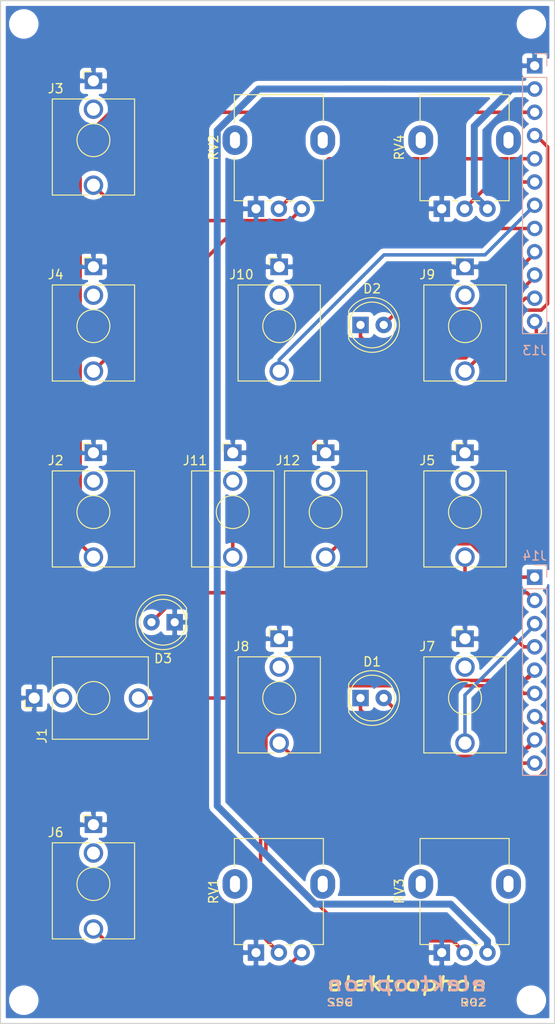
<source format=kicad_pcb>
(kicad_pcb (version 20171130) (host pcbnew 5.1.5-52549c5~86~ubuntu19.04.1)

  (general
    (thickness 1.6)
    (drawings 4)
    (tracks 124)
    (zones 0)
    (modules 26)
    (nets 24)
  )

  (page A4)
  (title_block
    (title "Smooth and Stepped Generator")
    (date 2019-11-17)
    (rev 01)
    (comment 1 "Original design by Ken Stone")
    (comment 2 "PCB for mount circuit")
    (comment 4 "License CC BY 4.0 - Attribution 4.0 International")
  )

  (layers
    (0 F.Cu signal)
    (31 B.Cu signal)
    (32 B.Adhes user)
    (33 F.Adhes user)
    (34 B.Paste user)
    (35 F.Paste user)
    (36 B.SilkS user)
    (37 F.SilkS user)
    (38 B.Mask user)
    (39 F.Mask user)
    (40 Dwgs.User user)
    (41 Cmts.User user)
    (42 Eco1.User user)
    (43 Eco2.User user)
    (44 Edge.Cuts user)
    (45 Margin user)
    (46 B.CrtYd user)
    (47 F.CrtYd user)
    (48 B.Fab user)
    (49 F.Fab user)
  )

  (setup
    (last_trace_width 0.25)
    (user_trace_width 0.381)
    (user_trace_width 0.762)
    (trace_clearance 0.2)
    (zone_clearance 0.508)
    (zone_45_only no)
    (trace_min 0.2)
    (via_size 0.8)
    (via_drill 0.4)
    (via_min_size 0.4)
    (via_min_drill 0.3)
    (uvia_size 0.3)
    (uvia_drill 0.1)
    (uvias_allowed no)
    (uvia_min_size 0.2)
    (uvia_min_drill 0.1)
    (edge_width 0.05)
    (segment_width 0.2)
    (pcb_text_width 0.3)
    (pcb_text_size 1.5 1.5)
    (mod_edge_width 0.12)
    (mod_text_size 1 1)
    (mod_text_width 0.15)
    (pad_size 1.524 1.524)
    (pad_drill 0.762)
    (pad_to_mask_clearance 0.051)
    (solder_mask_min_width 0.25)
    (aux_axis_origin 0 0)
    (visible_elements 7FFFFFFF)
    (pcbplotparams
      (layerselection 0x010fc_ffffffff)
      (usegerberextensions false)
      (usegerberattributes false)
      (usegerberadvancedattributes false)
      (creategerberjobfile false)
      (excludeedgelayer true)
      (linewidth 0.100000)
      (plotframeref false)
      (viasonmask false)
      (mode 1)
      (useauxorigin false)
      (hpglpennumber 1)
      (hpglpenspeed 20)
      (hpglpendiameter 15.000000)
      (psnegative false)
      (psa4output false)
      (plotreference true)
      (plotvalue true)
      (plotinvisibletext false)
      (padsonsilk false)
      (subtractmaskfromsilk false)
      (outputformat 1)
      (mirror false)
      (drillshape 0)
      (scaleselection 1)
      (outputdirectory "gerbers"))
  )

  (net 0 "")
  (net 1 GND)
  (net 2 -15V)
  (net 3 LED_2_a)
  (net 4 LED_2_b)
  (net 5 LED_1_a)
  (net 6 LED_1_b)
  (net 7 LED)
  (net 8 IN_1)
  (net 9 VC_1)
  (net 10 HOLD_1)
  (net 11 IN_2)
  (net 12 VC_2)
  (net 13 SAMPLE_2)
  (net 14 OUT_2)
  (net 15 CYCLE_2)
  (net 16 OUT_1)
  (net 17 CYCLE_1)
  (net 18 COUPLER_HOT)
  (net 19 COUPLER_5V)
  (net 20 RATE_1)
  (net 21 RATE_2)
  (net 22 "Net-(J3-PadT)")
  (net 23 "Net-(J6-PadT)")

  (net_class Default "This is the default net class."
    (clearance 0.2)
    (trace_width 0.25)
    (via_dia 0.8)
    (via_drill 0.4)
    (uvia_dia 0.3)
    (uvia_drill 0.1)
    (add_net -15V)
    (add_net COUPLER_5V)
    (add_net COUPLER_HOT)
    (add_net CYCLE_1)
    (add_net CYCLE_2)
    (add_net GND)
    (add_net HOLD_1)
    (add_net IN_1)
    (add_net IN_2)
    (add_net LED)
    (add_net LED_1_a)
    (add_net LED_1_b)
    (add_net LED_2_a)
    (add_net LED_2_b)
    (add_net "Net-(J3-PadT)")
    (add_net "Net-(J6-PadT)")
    (add_net OUT_1)
    (add_net OUT_2)
    (add_net RATE_1)
    (add_net RATE_2)
    (add_net SAMPLE_2)
    (add_net VC_1)
    (add_net VC_2)
  )

  (module "elektrophon:elektrophon logo" locked (layer F.Cu) (tedit 5D74BFC6) (tstamp 5DE378C3)
    (at 69.85 133.858)
    (fp_text reference REF** (at 0 3.556) (layer F.SilkS) hide
      (effects (font (size 1 1) (thickness 0.15)))
    )
    (fp_text value "elektrophon logo" (at 0 -3.048) (layer F.Fab) hide
      (effects (font (size 1 1) (thickness 0.15)))
    )
    (fp_text user SSG (at 8.84 1.02) (layer B.SilkS)
      (effects (font (size 0.8 1) (thickness 0.15)) (justify left mirror))
    )
    (fp_text user R02 (at -8.83 1) (layer B.SilkS)
      (effects (font (size 0.8 1) (thickness 0.15)) (justify right mirror))
    )
    (fp_text user elektrophon (at 0 -1.016) (layer B.SilkS)
      (effects (font (size 1.5 2) (thickness 0.3) italic) (justify mirror))
    )
    (fp_text user R02 (at 8.8 1.02) (layer F.SilkS)
      (effects (font (size 0.8 1) (thickness 0.15)) (justify right))
    )
    (fp_text user SSG (at -8.88 1) (layer F.SilkS)
      (effects (font (size 0.8 1) (thickness 0.15)) (justify left))
    )
    (fp_text user elektrophon (at 0 -1.016) (layer F.SilkS)
      (effects (font (size 1.5 2) (thickness 0.3) italic))
    )
  )

  (module elektrophon:Jack_3.5mm_WQP-PJ398SM_Vertical (layer F.Cu) (tedit 5DA46BDA) (tstamp 5DC37CC4)
    (at 60.96 81.28)
    (descr "TRS 3.5mm, vertical, Thonkiconn, PCB mount, (http://www.qingpu-electronics.com/en/products/WQP-PJ398SM-362.html)")
    (tags "WQP-PJ398SM WQP-PJ301M-12 TRS 3.5mm mono vertical jack thonkiconn qingpu")
    (path /5DC5C1BC)
    (fp_text reference J12 (at -4.13 -5.63) (layer F.SilkS)
      (effects (font (size 1 1) (thickness 0.15)))
    )
    (fp_text value 5V (at 0 -1.48) (layer F.Fab)
      (effects (font (size 1 1) (thickness 0.15)))
    )
    (fp_text user KEEPOUT (at 0 0 180) (layer Cmts.User)
      (effects (font (size 0.4 0.4) (thickness 0.051)))
    )
    (fp_line (start -5 6.5) (end -5 -7.9) (layer F.CrtYd) (width 0.05))
    (fp_line (start -4.5 6) (end -4.5 -4.4) (layer F.Fab) (width 0.1))
    (fp_text user %R (at 0 1.52) (layer F.Fab)
      (effects (font (size 1 1) (thickness 0.15)))
    )
    (fp_line (start -4.5 -4.5) (end -4.5 6) (layer F.SilkS) (width 0.12))
    (fp_line (start 4.5 -4.5) (end 4.5 6) (layer F.SilkS) (width 0.12))
    (fp_circle (center 0 0) (end 1.5 0) (layer Dwgs.User) (width 0.12))
    (fp_line (start 0.09 1.48) (end 1.48 0.09) (layer Dwgs.User) (width 0.12))
    (fp_line (start -0.58 1.35) (end 1.36 -0.59) (layer Dwgs.User) (width 0.12))
    (fp_line (start -1.07 1.01) (end 1.01 -1.07) (layer Dwgs.User) (width 0.12))
    (fp_line (start -1.42 0.395) (end 0.4 -1.42) (layer Dwgs.User) (width 0.12))
    (fp_line (start -1.41 -0.46) (end -0.46 -1.41) (layer Dwgs.User) (width 0.12))
    (fp_line (start 4.5 6) (end 0.5 6) (layer F.SilkS) (width 0.12))
    (fp_line (start -0.5 6) (end -4.5 6) (layer F.SilkS) (width 0.12))
    (fp_line (start 4.5 -4.5) (end 0.35 -4.5) (layer F.SilkS) (width 0.12))
    (fp_line (start -0.35 -4.5) (end -4.5 -4.5) (layer F.SilkS) (width 0.12))
    (fp_circle (center 0 0) (end 1.8 0) (layer F.SilkS) (width 0.12))
    (fp_line (start -1.06 -7.48) (end -1.06 -6.68) (layer F.SilkS) (width 0.12))
    (fp_line (start -1.06 -7.48) (end -0.2 -7.48) (layer F.SilkS) (width 0.12))
    (fp_line (start 4.5 6) (end 4.5 -4.4) (layer F.Fab) (width 0.1))
    (fp_line (start 4.5 6) (end -4.5 6) (layer F.Fab) (width 0.1))
    (fp_line (start 5 6.5) (end 5 -7.9) (layer F.CrtYd) (width 0.05))
    (fp_line (start 5 6.5) (end -5 6.5) (layer F.CrtYd) (width 0.05))
    (fp_line (start 5 -7.9) (end -5 -7.9) (layer F.CrtYd) (width 0.05))
    (fp_line (start 4.5 -4.45) (end -4.5 -4.45) (layer F.Fab) (width 0.1))
    (fp_circle (center 0 0) (end 1.8 0) (layer F.Fab) (width 0.1))
    (fp_line (start 0 -6.48) (end 0 -4.45) (layer F.Fab) (width 0.1))
    (pad TN thru_hole circle (at 0 -3.38 180) (size 2.13 2.13) (drill 1.42) (layers *.Cu *.Mask))
    (pad S thru_hole rect (at 0 -6.48 180) (size 1.93 1.83) (drill 1.22) (layers *.Cu *.Mask)
      (net 1 GND))
    (pad T thru_hole circle (at 0 4.92 180) (size 2.13 2.13) (drill 1.43) (layers *.Cu *.Mask)
      (net 19 COUPLER_5V))
    (model ${KISYS3DMOD}/Connector_Audio.3dshapes/Jack_3.5mm_QingPu_WQP-PJ398SM_Vertical.wrl
      (at (xyz 0 0 0))
      (scale (xyz 1 1 1))
      (rotate (xyz 0 0 0))
    )
    (model "${KIPRJMOD}/../../../lib/kicad/models/PJ301M-12 Thonkiconn v0.2.stp"
      (offset (xyz 0 -1 0))
      (scale (xyz 1 1 1))
      (rotate (xyz 0 0 180))
    )
  )

  (module elektrophon:Jack_3.5mm_WQP-PJ398SM_Vertical (layer F.Cu) (tedit 5DA46BDA) (tstamp 5DC37CA2)
    (at 50.8 81.28)
    (descr "TRS 3.5mm, vertical, Thonkiconn, PCB mount, (http://www.qingpu-electronics.com/en/products/WQP-PJ398SM-362.html)")
    (tags "WQP-PJ398SM WQP-PJ301M-12 TRS 3.5mm mono vertical jack thonkiconn qingpu")
    (path /5DC5BCA0)
    (fp_text reference J11 (at -4.13 -5.63) (layer F.SilkS)
      (effects (font (size 1 1) (thickness 0.15)))
    )
    (fp_text value HOT (at 0 -1.48) (layer F.Fab)
      (effects (font (size 1 1) (thickness 0.15)))
    )
    (fp_text user KEEPOUT (at 0 0 180) (layer Cmts.User)
      (effects (font (size 0.4 0.4) (thickness 0.051)))
    )
    (fp_line (start -5 6.5) (end -5 -7.9) (layer F.CrtYd) (width 0.05))
    (fp_line (start -4.5 6) (end -4.5 -4.4) (layer F.Fab) (width 0.1))
    (fp_text user %R (at 0 1.52) (layer F.Fab)
      (effects (font (size 1 1) (thickness 0.15)))
    )
    (fp_line (start -4.5 -4.5) (end -4.5 6) (layer F.SilkS) (width 0.12))
    (fp_line (start 4.5 -4.5) (end 4.5 6) (layer F.SilkS) (width 0.12))
    (fp_circle (center 0 0) (end 1.5 0) (layer Dwgs.User) (width 0.12))
    (fp_line (start 0.09 1.48) (end 1.48 0.09) (layer Dwgs.User) (width 0.12))
    (fp_line (start -0.58 1.35) (end 1.36 -0.59) (layer Dwgs.User) (width 0.12))
    (fp_line (start -1.07 1.01) (end 1.01 -1.07) (layer Dwgs.User) (width 0.12))
    (fp_line (start -1.42 0.395) (end 0.4 -1.42) (layer Dwgs.User) (width 0.12))
    (fp_line (start -1.41 -0.46) (end -0.46 -1.41) (layer Dwgs.User) (width 0.12))
    (fp_line (start 4.5 6) (end 0.5 6) (layer F.SilkS) (width 0.12))
    (fp_line (start -0.5 6) (end -4.5 6) (layer F.SilkS) (width 0.12))
    (fp_line (start 4.5 -4.5) (end 0.35 -4.5) (layer F.SilkS) (width 0.12))
    (fp_line (start -0.35 -4.5) (end -4.5 -4.5) (layer F.SilkS) (width 0.12))
    (fp_circle (center 0 0) (end 1.8 0) (layer F.SilkS) (width 0.12))
    (fp_line (start -1.06 -7.48) (end -1.06 -6.68) (layer F.SilkS) (width 0.12))
    (fp_line (start -1.06 -7.48) (end -0.2 -7.48) (layer F.SilkS) (width 0.12))
    (fp_line (start 4.5 6) (end 4.5 -4.4) (layer F.Fab) (width 0.1))
    (fp_line (start 4.5 6) (end -4.5 6) (layer F.Fab) (width 0.1))
    (fp_line (start 5 6.5) (end 5 -7.9) (layer F.CrtYd) (width 0.05))
    (fp_line (start 5 6.5) (end -5 6.5) (layer F.CrtYd) (width 0.05))
    (fp_line (start 5 -7.9) (end -5 -7.9) (layer F.CrtYd) (width 0.05))
    (fp_line (start 4.5 -4.45) (end -4.5 -4.45) (layer F.Fab) (width 0.1))
    (fp_circle (center 0 0) (end 1.8 0) (layer F.Fab) (width 0.1))
    (fp_line (start 0 -6.48) (end 0 -4.45) (layer F.Fab) (width 0.1))
    (pad TN thru_hole circle (at 0 -3.38 180) (size 2.13 2.13) (drill 1.42) (layers *.Cu *.Mask))
    (pad S thru_hole rect (at 0 -6.48 180) (size 1.93 1.83) (drill 1.22) (layers *.Cu *.Mask)
      (net 1 GND))
    (pad T thru_hole circle (at 0 4.92 180) (size 2.13 2.13) (drill 1.43) (layers *.Cu *.Mask)
      (net 18 COUPLER_HOT))
    (model ${KISYS3DMOD}/Connector_Audio.3dshapes/Jack_3.5mm_QingPu_WQP-PJ398SM_Vertical.wrl
      (at (xyz 0 0 0))
      (scale (xyz 1 1 1))
      (rotate (xyz 0 0 0))
    )
    (model "${KIPRJMOD}/../../../lib/kicad/models/PJ301M-12 Thonkiconn v0.2.stp"
      (offset (xyz 0 -1 0))
      (scale (xyz 1 1 1))
      (rotate (xyz 0 0 180))
    )
  )

  (module elektrophon:Jack_3.5mm_WQP-PJ398SM_Vertical (layer F.Cu) (tedit 5DA46BDA) (tstamp 5DC37C80)
    (at 55.88 60.96)
    (descr "TRS 3.5mm, vertical, Thonkiconn, PCB mount, (http://www.qingpu-electronics.com/en/products/WQP-PJ398SM-362.html)")
    (tags "WQP-PJ398SM WQP-PJ301M-12 TRS 3.5mm mono vertical jack thonkiconn qingpu")
    (path /5DC43F16)
    (fp_text reference J10 (at -4.13 -5.63) (layer F.SilkS)
      (effects (font (size 1 1) (thickness 0.15)))
    )
    (fp_text value CYCLE (at 0 -1.48) (layer F.Fab)
      (effects (font (size 1 1) (thickness 0.15)))
    )
    (fp_text user KEEPOUT (at 0 0 180) (layer Cmts.User)
      (effects (font (size 0.4 0.4) (thickness 0.051)))
    )
    (fp_line (start -5 6.5) (end -5 -7.9) (layer F.CrtYd) (width 0.05))
    (fp_line (start -4.5 6) (end -4.5 -4.4) (layer F.Fab) (width 0.1))
    (fp_text user %R (at 0 1.52) (layer F.Fab)
      (effects (font (size 1 1) (thickness 0.15)))
    )
    (fp_line (start -4.5 -4.5) (end -4.5 6) (layer F.SilkS) (width 0.12))
    (fp_line (start 4.5 -4.5) (end 4.5 6) (layer F.SilkS) (width 0.12))
    (fp_circle (center 0 0) (end 1.5 0) (layer Dwgs.User) (width 0.12))
    (fp_line (start 0.09 1.48) (end 1.48 0.09) (layer Dwgs.User) (width 0.12))
    (fp_line (start -0.58 1.35) (end 1.36 -0.59) (layer Dwgs.User) (width 0.12))
    (fp_line (start -1.07 1.01) (end 1.01 -1.07) (layer Dwgs.User) (width 0.12))
    (fp_line (start -1.42 0.395) (end 0.4 -1.42) (layer Dwgs.User) (width 0.12))
    (fp_line (start -1.41 -0.46) (end -0.46 -1.41) (layer Dwgs.User) (width 0.12))
    (fp_line (start 4.5 6) (end 0.5 6) (layer F.SilkS) (width 0.12))
    (fp_line (start -0.5 6) (end -4.5 6) (layer F.SilkS) (width 0.12))
    (fp_line (start 4.5 -4.5) (end 0.35 -4.5) (layer F.SilkS) (width 0.12))
    (fp_line (start -0.35 -4.5) (end -4.5 -4.5) (layer F.SilkS) (width 0.12))
    (fp_circle (center 0 0) (end 1.8 0) (layer F.SilkS) (width 0.12))
    (fp_line (start -1.06 -7.48) (end -1.06 -6.68) (layer F.SilkS) (width 0.12))
    (fp_line (start -1.06 -7.48) (end -0.2 -7.48) (layer F.SilkS) (width 0.12))
    (fp_line (start 4.5 6) (end 4.5 -4.4) (layer F.Fab) (width 0.1))
    (fp_line (start 4.5 6) (end -4.5 6) (layer F.Fab) (width 0.1))
    (fp_line (start 5 6.5) (end 5 -7.9) (layer F.CrtYd) (width 0.05))
    (fp_line (start 5 6.5) (end -5 6.5) (layer F.CrtYd) (width 0.05))
    (fp_line (start 5 -7.9) (end -5 -7.9) (layer F.CrtYd) (width 0.05))
    (fp_line (start 4.5 -4.45) (end -4.5 -4.45) (layer F.Fab) (width 0.1))
    (fp_circle (center 0 0) (end 1.8 0) (layer F.Fab) (width 0.1))
    (fp_line (start 0 -6.48) (end 0 -4.45) (layer F.Fab) (width 0.1))
    (pad TN thru_hole circle (at 0 -3.38 180) (size 2.13 2.13) (drill 1.42) (layers *.Cu *.Mask))
    (pad S thru_hole rect (at 0 -6.48 180) (size 1.93 1.83) (drill 1.22) (layers *.Cu *.Mask)
      (net 1 GND))
    (pad T thru_hole circle (at 0 4.92 180) (size 2.13 2.13) (drill 1.43) (layers *.Cu *.Mask)
      (net 17 CYCLE_1))
    (model ${KISYS3DMOD}/Connector_Audio.3dshapes/Jack_3.5mm_QingPu_WQP-PJ398SM_Vertical.wrl
      (at (xyz 0 0 0))
      (scale (xyz 1 1 1))
      (rotate (xyz 0 0 0))
    )
    (model "${KIPRJMOD}/../../../lib/kicad/models/PJ301M-12 Thonkiconn v0.2.stp"
      (offset (xyz 0 -1 0))
      (scale (xyz 1 1 1))
      (rotate (xyz 0 0 180))
    )
  )

  (module elektrophon:Jack_3.5mm_WQP-PJ398SM_Vertical (layer F.Cu) (tedit 5DA46BDA) (tstamp 5DC37C5E)
    (at 76.2 60.96)
    (descr "TRS 3.5mm, vertical, Thonkiconn, PCB mount, (http://www.qingpu-electronics.com/en/products/WQP-PJ398SM-362.html)")
    (tags "WQP-PJ398SM WQP-PJ301M-12 TRS 3.5mm mono vertical jack thonkiconn qingpu")
    (path /5DC07807)
    (fp_text reference J9 (at -4.13 -5.63) (layer F.SilkS)
      (effects (font (size 1 1) (thickness 0.15)))
    )
    (fp_text value OUT (at 0 -1.48) (layer F.Fab)
      (effects (font (size 1 1) (thickness 0.15)))
    )
    (fp_text user KEEPOUT (at 0 0 180) (layer Cmts.User)
      (effects (font (size 0.4 0.4) (thickness 0.051)))
    )
    (fp_line (start -5 6.5) (end -5 -7.9) (layer F.CrtYd) (width 0.05))
    (fp_line (start -4.5 6) (end -4.5 -4.4) (layer F.Fab) (width 0.1))
    (fp_text user %R (at 0 1.52) (layer F.Fab)
      (effects (font (size 1 1) (thickness 0.15)))
    )
    (fp_line (start -4.5 -4.5) (end -4.5 6) (layer F.SilkS) (width 0.12))
    (fp_line (start 4.5 -4.5) (end 4.5 6) (layer F.SilkS) (width 0.12))
    (fp_circle (center 0 0) (end 1.5 0) (layer Dwgs.User) (width 0.12))
    (fp_line (start 0.09 1.48) (end 1.48 0.09) (layer Dwgs.User) (width 0.12))
    (fp_line (start -0.58 1.35) (end 1.36 -0.59) (layer Dwgs.User) (width 0.12))
    (fp_line (start -1.07 1.01) (end 1.01 -1.07) (layer Dwgs.User) (width 0.12))
    (fp_line (start -1.42 0.395) (end 0.4 -1.42) (layer Dwgs.User) (width 0.12))
    (fp_line (start -1.41 -0.46) (end -0.46 -1.41) (layer Dwgs.User) (width 0.12))
    (fp_line (start 4.5 6) (end 0.5 6) (layer F.SilkS) (width 0.12))
    (fp_line (start -0.5 6) (end -4.5 6) (layer F.SilkS) (width 0.12))
    (fp_line (start 4.5 -4.5) (end 0.35 -4.5) (layer F.SilkS) (width 0.12))
    (fp_line (start -0.35 -4.5) (end -4.5 -4.5) (layer F.SilkS) (width 0.12))
    (fp_circle (center 0 0) (end 1.8 0) (layer F.SilkS) (width 0.12))
    (fp_line (start -1.06 -7.48) (end -1.06 -6.68) (layer F.SilkS) (width 0.12))
    (fp_line (start -1.06 -7.48) (end -0.2 -7.48) (layer F.SilkS) (width 0.12))
    (fp_line (start 4.5 6) (end 4.5 -4.4) (layer F.Fab) (width 0.1))
    (fp_line (start 4.5 6) (end -4.5 6) (layer F.Fab) (width 0.1))
    (fp_line (start 5 6.5) (end 5 -7.9) (layer F.CrtYd) (width 0.05))
    (fp_line (start 5 6.5) (end -5 6.5) (layer F.CrtYd) (width 0.05))
    (fp_line (start 5 -7.9) (end -5 -7.9) (layer F.CrtYd) (width 0.05))
    (fp_line (start 4.5 -4.45) (end -4.5 -4.45) (layer F.Fab) (width 0.1))
    (fp_circle (center 0 0) (end 1.8 0) (layer F.Fab) (width 0.1))
    (fp_line (start 0 -6.48) (end 0 -4.45) (layer F.Fab) (width 0.1))
    (pad TN thru_hole circle (at 0 -3.38 180) (size 2.13 2.13) (drill 1.42) (layers *.Cu *.Mask))
    (pad S thru_hole rect (at 0 -6.48 180) (size 1.93 1.83) (drill 1.22) (layers *.Cu *.Mask)
      (net 1 GND))
    (pad T thru_hole circle (at 0 4.92 180) (size 2.13 2.13) (drill 1.43) (layers *.Cu *.Mask)
      (net 16 OUT_1))
    (model ${KISYS3DMOD}/Connector_Audio.3dshapes/Jack_3.5mm_QingPu_WQP-PJ398SM_Vertical.wrl
      (at (xyz 0 0 0))
      (scale (xyz 1 1 1))
      (rotate (xyz 0 0 0))
    )
    (model "${KIPRJMOD}/../../../lib/kicad/models/PJ301M-12 Thonkiconn v0.2.stp"
      (offset (xyz 0 -1 0))
      (scale (xyz 1 1 1))
      (rotate (xyz 0 0 180))
    )
  )

  (module elektrophon:Jack_3.5mm_WQP-PJ398SM_Vertical (layer F.Cu) (tedit 5DA46BDA) (tstamp 5DC37CE6)
    (at 55.88 101.6)
    (descr "TRS 3.5mm, vertical, Thonkiconn, PCB mount, (http://www.qingpu-electronics.com/en/products/WQP-PJ398SM-362.html)")
    (tags "WQP-PJ398SM WQP-PJ301M-12 TRS 3.5mm mono vertical jack thonkiconn qingpu")
    (path /5DCA621D)
    (fp_text reference J8 (at -4.13 -5.63) (layer F.SilkS)
      (effects (font (size 1 1) (thickness 0.15)))
    )
    (fp_text value CYCLE (at 0 -1.48) (layer F.Fab)
      (effects (font (size 1 1) (thickness 0.15)))
    )
    (fp_text user KEEPOUT (at 0 0 180) (layer Cmts.User)
      (effects (font (size 0.4 0.4) (thickness 0.051)))
    )
    (fp_line (start -5 6.5) (end -5 -7.9) (layer F.CrtYd) (width 0.05))
    (fp_line (start -4.5 6) (end -4.5 -4.4) (layer F.Fab) (width 0.1))
    (fp_text user %R (at 0 1.52) (layer F.Fab)
      (effects (font (size 1 1) (thickness 0.15)))
    )
    (fp_line (start -4.5 -4.5) (end -4.5 6) (layer F.SilkS) (width 0.12))
    (fp_line (start 4.5 -4.5) (end 4.5 6) (layer F.SilkS) (width 0.12))
    (fp_circle (center 0 0) (end 1.5 0) (layer Dwgs.User) (width 0.12))
    (fp_line (start 0.09 1.48) (end 1.48 0.09) (layer Dwgs.User) (width 0.12))
    (fp_line (start -0.58 1.35) (end 1.36 -0.59) (layer Dwgs.User) (width 0.12))
    (fp_line (start -1.07 1.01) (end 1.01 -1.07) (layer Dwgs.User) (width 0.12))
    (fp_line (start -1.42 0.395) (end 0.4 -1.42) (layer Dwgs.User) (width 0.12))
    (fp_line (start -1.41 -0.46) (end -0.46 -1.41) (layer Dwgs.User) (width 0.12))
    (fp_line (start 4.5 6) (end 0.5 6) (layer F.SilkS) (width 0.12))
    (fp_line (start -0.5 6) (end -4.5 6) (layer F.SilkS) (width 0.12))
    (fp_line (start 4.5 -4.5) (end 0.35 -4.5) (layer F.SilkS) (width 0.12))
    (fp_line (start -0.35 -4.5) (end -4.5 -4.5) (layer F.SilkS) (width 0.12))
    (fp_circle (center 0 0) (end 1.8 0) (layer F.SilkS) (width 0.12))
    (fp_line (start -1.06 -7.48) (end -1.06 -6.68) (layer F.SilkS) (width 0.12))
    (fp_line (start -1.06 -7.48) (end -0.2 -7.48) (layer F.SilkS) (width 0.12))
    (fp_line (start 4.5 6) (end 4.5 -4.4) (layer F.Fab) (width 0.1))
    (fp_line (start 4.5 6) (end -4.5 6) (layer F.Fab) (width 0.1))
    (fp_line (start 5 6.5) (end 5 -7.9) (layer F.CrtYd) (width 0.05))
    (fp_line (start 5 6.5) (end -5 6.5) (layer F.CrtYd) (width 0.05))
    (fp_line (start 5 -7.9) (end -5 -7.9) (layer F.CrtYd) (width 0.05))
    (fp_line (start 4.5 -4.45) (end -4.5 -4.45) (layer F.Fab) (width 0.1))
    (fp_circle (center 0 0) (end 1.8 0) (layer F.Fab) (width 0.1))
    (fp_line (start 0 -6.48) (end 0 -4.45) (layer F.Fab) (width 0.1))
    (pad TN thru_hole circle (at 0 -3.38 180) (size 2.13 2.13) (drill 1.42) (layers *.Cu *.Mask))
    (pad S thru_hole rect (at 0 -6.48 180) (size 1.93 1.83) (drill 1.22) (layers *.Cu *.Mask)
      (net 1 GND))
    (pad T thru_hole circle (at 0 4.92 180) (size 2.13 2.13) (drill 1.43) (layers *.Cu *.Mask)
      (net 15 CYCLE_2))
    (model ${KISYS3DMOD}/Connector_Audio.3dshapes/Jack_3.5mm_QingPu_WQP-PJ398SM_Vertical.wrl
      (at (xyz 0 0 0))
      (scale (xyz 1 1 1))
      (rotate (xyz 0 0 0))
    )
    (model "${KIPRJMOD}/../../../lib/kicad/models/PJ301M-12 Thonkiconn v0.2.stp"
      (offset (xyz 0 -1 0))
      (scale (xyz 1 1 1))
      (rotate (xyz 0 0 180))
    )
  )

  (module elektrophon:Jack_3.5mm_WQP-PJ398SM_Vertical (layer F.Cu) (tedit 5DA46BDA) (tstamp 5DC37D08)
    (at 76.2 101.6)
    (descr "TRS 3.5mm, vertical, Thonkiconn, PCB mount, (http://www.qingpu-electronics.com/en/products/WQP-PJ398SM-362.html)")
    (tags "WQP-PJ398SM WQP-PJ301M-12 TRS 3.5mm mono vertical jack thonkiconn qingpu")
    (path /5DCB2AF1)
    (fp_text reference J7 (at -4.13 -5.63) (layer F.SilkS)
      (effects (font (size 1 1) (thickness 0.15)))
    )
    (fp_text value OUT (at 0 -1.48) (layer F.Fab)
      (effects (font (size 1 1) (thickness 0.15)))
    )
    (fp_text user KEEPOUT (at 0 0 180) (layer Cmts.User)
      (effects (font (size 0.4 0.4) (thickness 0.051)))
    )
    (fp_line (start -5 6.5) (end -5 -7.9) (layer F.CrtYd) (width 0.05))
    (fp_line (start -4.5 6) (end -4.5 -4.4) (layer F.Fab) (width 0.1))
    (fp_text user %R (at 0 1.52) (layer F.Fab)
      (effects (font (size 1 1) (thickness 0.15)))
    )
    (fp_line (start -4.5 -4.5) (end -4.5 6) (layer F.SilkS) (width 0.12))
    (fp_line (start 4.5 -4.5) (end 4.5 6) (layer F.SilkS) (width 0.12))
    (fp_circle (center 0 0) (end 1.5 0) (layer Dwgs.User) (width 0.12))
    (fp_line (start 0.09 1.48) (end 1.48 0.09) (layer Dwgs.User) (width 0.12))
    (fp_line (start -0.58 1.35) (end 1.36 -0.59) (layer Dwgs.User) (width 0.12))
    (fp_line (start -1.07 1.01) (end 1.01 -1.07) (layer Dwgs.User) (width 0.12))
    (fp_line (start -1.42 0.395) (end 0.4 -1.42) (layer Dwgs.User) (width 0.12))
    (fp_line (start -1.41 -0.46) (end -0.46 -1.41) (layer Dwgs.User) (width 0.12))
    (fp_line (start 4.5 6) (end 0.5 6) (layer F.SilkS) (width 0.12))
    (fp_line (start -0.5 6) (end -4.5 6) (layer F.SilkS) (width 0.12))
    (fp_line (start 4.5 -4.5) (end 0.35 -4.5) (layer F.SilkS) (width 0.12))
    (fp_line (start -0.35 -4.5) (end -4.5 -4.5) (layer F.SilkS) (width 0.12))
    (fp_circle (center 0 0) (end 1.8 0) (layer F.SilkS) (width 0.12))
    (fp_line (start -1.06 -7.48) (end -1.06 -6.68) (layer F.SilkS) (width 0.12))
    (fp_line (start -1.06 -7.48) (end -0.2 -7.48) (layer F.SilkS) (width 0.12))
    (fp_line (start 4.5 6) (end 4.5 -4.4) (layer F.Fab) (width 0.1))
    (fp_line (start 4.5 6) (end -4.5 6) (layer F.Fab) (width 0.1))
    (fp_line (start 5 6.5) (end 5 -7.9) (layer F.CrtYd) (width 0.05))
    (fp_line (start 5 6.5) (end -5 6.5) (layer F.CrtYd) (width 0.05))
    (fp_line (start 5 -7.9) (end -5 -7.9) (layer F.CrtYd) (width 0.05))
    (fp_line (start 4.5 -4.45) (end -4.5 -4.45) (layer F.Fab) (width 0.1))
    (fp_circle (center 0 0) (end 1.8 0) (layer F.Fab) (width 0.1))
    (fp_line (start 0 -6.48) (end 0 -4.45) (layer F.Fab) (width 0.1))
    (pad TN thru_hole circle (at 0 -3.38 180) (size 2.13 2.13) (drill 1.42) (layers *.Cu *.Mask))
    (pad S thru_hole rect (at 0 -6.48 180) (size 1.93 1.83) (drill 1.22) (layers *.Cu *.Mask)
      (net 1 GND))
    (pad T thru_hole circle (at 0 4.92 180) (size 2.13 2.13) (drill 1.43) (layers *.Cu *.Mask)
      (net 14 OUT_2))
    (model ${KISYS3DMOD}/Connector_Audio.3dshapes/Jack_3.5mm_QingPu_WQP-PJ398SM_Vertical.wrl
      (at (xyz 0 0 0))
      (scale (xyz 1 1 1))
      (rotate (xyz 0 0 0))
    )
    (model "${KIPRJMOD}/../../../lib/kicad/models/PJ301M-12 Thonkiconn v0.2.stp"
      (offset (xyz 0 -1 0))
      (scale (xyz 1 1 1))
      (rotate (xyz 0 0 180))
    )
  )

  (module elektrophon:Jack_3.5mm_WQP-PJ398SM_Vertical (layer F.Cu) (tedit 5DA46BDA) (tstamp 5DC37C1A)
    (at 35.56 121.92)
    (descr "TRS 3.5mm, vertical, Thonkiconn, PCB mount, (http://www.qingpu-electronics.com/en/products/WQP-PJ398SM-362.html)")
    (tags "WQP-PJ398SM WQP-PJ301M-12 TRS 3.5mm mono vertical jack thonkiconn qingpu")
    (path /5DC7AD46)
    (fp_text reference J6 (at -4.13 -5.63) (layer F.SilkS)
      (effects (font (size 1 1) (thickness 0.15)))
    )
    (fp_text value VC (at 0 -1.48) (layer F.Fab)
      (effects (font (size 1 1) (thickness 0.15)))
    )
    (fp_text user KEEPOUT (at 0 0 180) (layer Cmts.User)
      (effects (font (size 0.4 0.4) (thickness 0.051)))
    )
    (fp_line (start -5 6.5) (end -5 -7.9) (layer F.CrtYd) (width 0.05))
    (fp_line (start -4.5 6) (end -4.5 -4.4) (layer F.Fab) (width 0.1))
    (fp_text user %R (at 0 1.52) (layer F.Fab)
      (effects (font (size 1 1) (thickness 0.15)))
    )
    (fp_line (start -4.5 -4.5) (end -4.5 6) (layer F.SilkS) (width 0.12))
    (fp_line (start 4.5 -4.5) (end 4.5 6) (layer F.SilkS) (width 0.12))
    (fp_circle (center 0 0) (end 1.5 0) (layer Dwgs.User) (width 0.12))
    (fp_line (start 0.09 1.48) (end 1.48 0.09) (layer Dwgs.User) (width 0.12))
    (fp_line (start -0.58 1.35) (end 1.36 -0.59) (layer Dwgs.User) (width 0.12))
    (fp_line (start -1.07 1.01) (end 1.01 -1.07) (layer Dwgs.User) (width 0.12))
    (fp_line (start -1.42 0.395) (end 0.4 -1.42) (layer Dwgs.User) (width 0.12))
    (fp_line (start -1.41 -0.46) (end -0.46 -1.41) (layer Dwgs.User) (width 0.12))
    (fp_line (start 4.5 6) (end 0.5 6) (layer F.SilkS) (width 0.12))
    (fp_line (start -0.5 6) (end -4.5 6) (layer F.SilkS) (width 0.12))
    (fp_line (start 4.5 -4.5) (end 0.35 -4.5) (layer F.SilkS) (width 0.12))
    (fp_line (start -0.35 -4.5) (end -4.5 -4.5) (layer F.SilkS) (width 0.12))
    (fp_circle (center 0 0) (end 1.8 0) (layer F.SilkS) (width 0.12))
    (fp_line (start -1.06 -7.48) (end -1.06 -6.68) (layer F.SilkS) (width 0.12))
    (fp_line (start -1.06 -7.48) (end -0.2 -7.48) (layer F.SilkS) (width 0.12))
    (fp_line (start 4.5 6) (end 4.5 -4.4) (layer F.Fab) (width 0.1))
    (fp_line (start 4.5 6) (end -4.5 6) (layer F.Fab) (width 0.1))
    (fp_line (start 5 6.5) (end 5 -7.9) (layer F.CrtYd) (width 0.05))
    (fp_line (start 5 6.5) (end -5 6.5) (layer F.CrtYd) (width 0.05))
    (fp_line (start 5 -7.9) (end -5 -7.9) (layer F.CrtYd) (width 0.05))
    (fp_line (start 4.5 -4.45) (end -4.5 -4.45) (layer F.Fab) (width 0.1))
    (fp_circle (center 0 0) (end 1.8 0) (layer F.Fab) (width 0.1))
    (fp_line (start 0 -6.48) (end 0 -4.45) (layer F.Fab) (width 0.1))
    (pad TN thru_hole circle (at 0 -3.38 180) (size 2.13 2.13) (drill 1.42) (layers *.Cu *.Mask))
    (pad S thru_hole rect (at 0 -6.48 180) (size 1.93 1.83) (drill 1.22) (layers *.Cu *.Mask)
      (net 1 GND))
    (pad T thru_hole circle (at 0 4.92 180) (size 2.13 2.13) (drill 1.43) (layers *.Cu *.Mask)
      (net 23 "Net-(J6-PadT)"))
    (model ${KISYS3DMOD}/Connector_Audio.3dshapes/Jack_3.5mm_QingPu_WQP-PJ398SM_Vertical.wrl
      (at (xyz 0 0 0))
      (scale (xyz 1 1 1))
      (rotate (xyz 0 0 0))
    )
    (model "${KIPRJMOD}/../../../lib/kicad/models/PJ301M-12 Thonkiconn v0.2.stp"
      (offset (xyz 0 -1 0))
      (scale (xyz 1 1 1))
      (rotate (xyz 0 0 180))
    )
  )

  (module elektrophon:Jack_3.5mm_WQP-PJ398SM_Vertical (layer F.Cu) (tedit 5DA46BDA) (tstamp 5DC37BF8)
    (at 76.2 81.28)
    (descr "TRS 3.5mm, vertical, Thonkiconn, PCB mount, (http://www.qingpu-electronics.com/en/products/WQP-PJ398SM-362.html)")
    (tags "WQP-PJ398SM WQP-PJ301M-12 TRS 3.5mm mono vertical jack thonkiconn qingpu")
    (path /5DC7ACD5)
    (fp_text reference J5 (at -4.13 -5.63) (layer F.SilkS)
      (effects (font (size 1 1) (thickness 0.15)))
    )
    (fp_text value IN (at 0 -1.48) (layer F.Fab)
      (effects (font (size 1 1) (thickness 0.15)))
    )
    (fp_text user KEEPOUT (at 0 0 180) (layer Cmts.User)
      (effects (font (size 0.4 0.4) (thickness 0.051)))
    )
    (fp_line (start -5 6.5) (end -5 -7.9) (layer F.CrtYd) (width 0.05))
    (fp_line (start -4.5 6) (end -4.5 -4.4) (layer F.Fab) (width 0.1))
    (fp_text user %R (at 0 1.52) (layer F.Fab)
      (effects (font (size 1 1) (thickness 0.15)))
    )
    (fp_line (start -4.5 -4.5) (end -4.5 6) (layer F.SilkS) (width 0.12))
    (fp_line (start 4.5 -4.5) (end 4.5 6) (layer F.SilkS) (width 0.12))
    (fp_circle (center 0 0) (end 1.5 0) (layer Dwgs.User) (width 0.12))
    (fp_line (start 0.09 1.48) (end 1.48 0.09) (layer Dwgs.User) (width 0.12))
    (fp_line (start -0.58 1.35) (end 1.36 -0.59) (layer Dwgs.User) (width 0.12))
    (fp_line (start -1.07 1.01) (end 1.01 -1.07) (layer Dwgs.User) (width 0.12))
    (fp_line (start -1.42 0.395) (end 0.4 -1.42) (layer Dwgs.User) (width 0.12))
    (fp_line (start -1.41 -0.46) (end -0.46 -1.41) (layer Dwgs.User) (width 0.12))
    (fp_line (start 4.5 6) (end 0.5 6) (layer F.SilkS) (width 0.12))
    (fp_line (start -0.5 6) (end -4.5 6) (layer F.SilkS) (width 0.12))
    (fp_line (start 4.5 -4.5) (end 0.35 -4.5) (layer F.SilkS) (width 0.12))
    (fp_line (start -0.35 -4.5) (end -4.5 -4.5) (layer F.SilkS) (width 0.12))
    (fp_circle (center 0 0) (end 1.8 0) (layer F.SilkS) (width 0.12))
    (fp_line (start -1.06 -7.48) (end -1.06 -6.68) (layer F.SilkS) (width 0.12))
    (fp_line (start -1.06 -7.48) (end -0.2 -7.48) (layer F.SilkS) (width 0.12))
    (fp_line (start 4.5 6) (end 4.5 -4.4) (layer F.Fab) (width 0.1))
    (fp_line (start 4.5 6) (end -4.5 6) (layer F.Fab) (width 0.1))
    (fp_line (start 5 6.5) (end 5 -7.9) (layer F.CrtYd) (width 0.05))
    (fp_line (start 5 6.5) (end -5 6.5) (layer F.CrtYd) (width 0.05))
    (fp_line (start 5 -7.9) (end -5 -7.9) (layer F.CrtYd) (width 0.05))
    (fp_line (start 4.5 -4.45) (end -4.5 -4.45) (layer F.Fab) (width 0.1))
    (fp_circle (center 0 0) (end 1.8 0) (layer F.Fab) (width 0.1))
    (fp_line (start 0 -6.48) (end 0 -4.45) (layer F.Fab) (width 0.1))
    (pad TN thru_hole circle (at 0 -3.38 180) (size 2.13 2.13) (drill 1.42) (layers *.Cu *.Mask))
    (pad S thru_hole rect (at 0 -6.48 180) (size 1.93 1.83) (drill 1.22) (layers *.Cu *.Mask)
      (net 1 GND))
    (pad T thru_hole circle (at 0 4.92 180) (size 2.13 2.13) (drill 1.43) (layers *.Cu *.Mask)
      (net 11 IN_2))
    (model ${KISYS3DMOD}/Connector_Audio.3dshapes/Jack_3.5mm_QingPu_WQP-PJ398SM_Vertical.wrl
      (at (xyz 0 0 0))
      (scale (xyz 1 1 1))
      (rotate (xyz 0 0 0))
    )
    (model "${KIPRJMOD}/../../../lib/kicad/models/PJ301M-12 Thonkiconn v0.2.stp"
      (offset (xyz 0 -1 0))
      (scale (xyz 1 1 1))
      (rotate (xyz 0 0 180))
    )
  )

  (module elektrophon:Jack_3.5mm_WQP-PJ398SM_Vertical (layer F.Cu) (tedit 5DA46BDA) (tstamp 5DC37BD6)
    (at 35.56 60.96)
    (descr "TRS 3.5mm, vertical, Thonkiconn, PCB mount, (http://www.qingpu-electronics.com/en/products/WQP-PJ398SM-362.html)")
    (tags "WQP-PJ398SM WQP-PJ301M-12 TRS 3.5mm mono vertical jack thonkiconn qingpu")
    (path /5DC17F79)
    (fp_text reference J4 (at -4.13 -5.63) (layer F.SilkS)
      (effects (font (size 1 1) (thickness 0.15)))
    )
    (fp_text value HOLD (at 0 -1.48) (layer F.Fab)
      (effects (font (size 1 1) (thickness 0.15)))
    )
    (fp_text user KEEPOUT (at 0 0 180) (layer Cmts.User)
      (effects (font (size 0.4 0.4) (thickness 0.051)))
    )
    (fp_line (start -5 6.5) (end -5 -7.9) (layer F.CrtYd) (width 0.05))
    (fp_line (start -4.5 6) (end -4.5 -4.4) (layer F.Fab) (width 0.1))
    (fp_text user %R (at 0 1.52) (layer F.Fab)
      (effects (font (size 1 1) (thickness 0.15)))
    )
    (fp_line (start -4.5 -4.5) (end -4.5 6) (layer F.SilkS) (width 0.12))
    (fp_line (start 4.5 -4.5) (end 4.5 6) (layer F.SilkS) (width 0.12))
    (fp_circle (center 0 0) (end 1.5 0) (layer Dwgs.User) (width 0.12))
    (fp_line (start 0.09 1.48) (end 1.48 0.09) (layer Dwgs.User) (width 0.12))
    (fp_line (start -0.58 1.35) (end 1.36 -0.59) (layer Dwgs.User) (width 0.12))
    (fp_line (start -1.07 1.01) (end 1.01 -1.07) (layer Dwgs.User) (width 0.12))
    (fp_line (start -1.42 0.395) (end 0.4 -1.42) (layer Dwgs.User) (width 0.12))
    (fp_line (start -1.41 -0.46) (end -0.46 -1.41) (layer Dwgs.User) (width 0.12))
    (fp_line (start 4.5 6) (end 0.5 6) (layer F.SilkS) (width 0.12))
    (fp_line (start -0.5 6) (end -4.5 6) (layer F.SilkS) (width 0.12))
    (fp_line (start 4.5 -4.5) (end 0.35 -4.5) (layer F.SilkS) (width 0.12))
    (fp_line (start -0.35 -4.5) (end -4.5 -4.5) (layer F.SilkS) (width 0.12))
    (fp_circle (center 0 0) (end 1.8 0) (layer F.SilkS) (width 0.12))
    (fp_line (start -1.06 -7.48) (end -1.06 -6.68) (layer F.SilkS) (width 0.12))
    (fp_line (start -1.06 -7.48) (end -0.2 -7.48) (layer F.SilkS) (width 0.12))
    (fp_line (start 4.5 6) (end 4.5 -4.4) (layer F.Fab) (width 0.1))
    (fp_line (start 4.5 6) (end -4.5 6) (layer F.Fab) (width 0.1))
    (fp_line (start 5 6.5) (end 5 -7.9) (layer F.CrtYd) (width 0.05))
    (fp_line (start 5 6.5) (end -5 6.5) (layer F.CrtYd) (width 0.05))
    (fp_line (start 5 -7.9) (end -5 -7.9) (layer F.CrtYd) (width 0.05))
    (fp_line (start 4.5 -4.45) (end -4.5 -4.45) (layer F.Fab) (width 0.1))
    (fp_circle (center 0 0) (end 1.8 0) (layer F.Fab) (width 0.1))
    (fp_line (start 0 -6.48) (end 0 -4.45) (layer F.Fab) (width 0.1))
    (pad TN thru_hole circle (at 0 -3.38 180) (size 2.13 2.13) (drill 1.42) (layers *.Cu *.Mask))
    (pad S thru_hole rect (at 0 -6.48 180) (size 1.93 1.83) (drill 1.22) (layers *.Cu *.Mask)
      (net 1 GND))
    (pad T thru_hole circle (at 0 4.92 180) (size 2.13 2.13) (drill 1.43) (layers *.Cu *.Mask)
      (net 10 HOLD_1))
    (model ${KISYS3DMOD}/Connector_Audio.3dshapes/Jack_3.5mm_QingPu_WQP-PJ398SM_Vertical.wrl
      (at (xyz 0 0 0))
      (scale (xyz 1 1 1))
      (rotate (xyz 0 0 0))
    )
    (model "${KIPRJMOD}/../../../lib/kicad/models/PJ301M-12 Thonkiconn v0.2.stp"
      (offset (xyz 0 -1 0))
      (scale (xyz 1 1 1))
      (rotate (xyz 0 0 180))
    )
  )

  (module elektrophon:Jack_3.5mm_WQP-PJ398SM_Vertical (layer F.Cu) (tedit 5DA46BDA) (tstamp 5DC37BB4)
    (at 35.56 40.64)
    (descr "TRS 3.5mm, vertical, Thonkiconn, PCB mount, (http://www.qingpu-electronics.com/en/products/WQP-PJ398SM-362.html)")
    (tags "WQP-PJ398SM WQP-PJ301M-12 TRS 3.5mm mono vertical jack thonkiconn qingpu")
    (path /5DC17A27)
    (fp_text reference J3 (at -4.13 -5.63) (layer F.SilkS)
      (effects (font (size 1 1) (thickness 0.15)))
    )
    (fp_text value VC (at 0 -1.48) (layer F.Fab)
      (effects (font (size 1 1) (thickness 0.15)))
    )
    (fp_text user KEEPOUT (at 0 0 180) (layer Cmts.User)
      (effects (font (size 0.4 0.4) (thickness 0.051)))
    )
    (fp_line (start -5 6.5) (end -5 -7.9) (layer F.CrtYd) (width 0.05))
    (fp_line (start -4.5 6) (end -4.5 -4.4) (layer F.Fab) (width 0.1))
    (fp_text user %R (at 0 1.52) (layer F.Fab)
      (effects (font (size 1 1) (thickness 0.15)))
    )
    (fp_line (start -4.5 -4.5) (end -4.5 6) (layer F.SilkS) (width 0.12))
    (fp_line (start 4.5 -4.5) (end 4.5 6) (layer F.SilkS) (width 0.12))
    (fp_circle (center 0 0) (end 1.5 0) (layer Dwgs.User) (width 0.12))
    (fp_line (start 0.09 1.48) (end 1.48 0.09) (layer Dwgs.User) (width 0.12))
    (fp_line (start -0.58 1.35) (end 1.36 -0.59) (layer Dwgs.User) (width 0.12))
    (fp_line (start -1.07 1.01) (end 1.01 -1.07) (layer Dwgs.User) (width 0.12))
    (fp_line (start -1.42 0.395) (end 0.4 -1.42) (layer Dwgs.User) (width 0.12))
    (fp_line (start -1.41 -0.46) (end -0.46 -1.41) (layer Dwgs.User) (width 0.12))
    (fp_line (start 4.5 6) (end 0.5 6) (layer F.SilkS) (width 0.12))
    (fp_line (start -0.5 6) (end -4.5 6) (layer F.SilkS) (width 0.12))
    (fp_line (start 4.5 -4.5) (end 0.35 -4.5) (layer F.SilkS) (width 0.12))
    (fp_line (start -0.35 -4.5) (end -4.5 -4.5) (layer F.SilkS) (width 0.12))
    (fp_circle (center 0 0) (end 1.8 0) (layer F.SilkS) (width 0.12))
    (fp_line (start -1.06 -7.48) (end -1.06 -6.68) (layer F.SilkS) (width 0.12))
    (fp_line (start -1.06 -7.48) (end -0.2 -7.48) (layer F.SilkS) (width 0.12))
    (fp_line (start 4.5 6) (end 4.5 -4.4) (layer F.Fab) (width 0.1))
    (fp_line (start 4.5 6) (end -4.5 6) (layer F.Fab) (width 0.1))
    (fp_line (start 5 6.5) (end 5 -7.9) (layer F.CrtYd) (width 0.05))
    (fp_line (start 5 6.5) (end -5 6.5) (layer F.CrtYd) (width 0.05))
    (fp_line (start 5 -7.9) (end -5 -7.9) (layer F.CrtYd) (width 0.05))
    (fp_line (start 4.5 -4.45) (end -4.5 -4.45) (layer F.Fab) (width 0.1))
    (fp_circle (center 0 0) (end 1.8 0) (layer F.Fab) (width 0.1))
    (fp_line (start 0 -6.48) (end 0 -4.45) (layer F.Fab) (width 0.1))
    (pad TN thru_hole circle (at 0 -3.38 180) (size 2.13 2.13) (drill 1.42) (layers *.Cu *.Mask))
    (pad S thru_hole rect (at 0 -6.48 180) (size 1.93 1.83) (drill 1.22) (layers *.Cu *.Mask)
      (net 1 GND))
    (pad T thru_hole circle (at 0 4.92 180) (size 2.13 2.13) (drill 1.43) (layers *.Cu *.Mask)
      (net 22 "Net-(J3-PadT)"))
    (model ${KISYS3DMOD}/Connector_Audio.3dshapes/Jack_3.5mm_QingPu_WQP-PJ398SM_Vertical.wrl
      (at (xyz 0 0 0))
      (scale (xyz 1 1 1))
      (rotate (xyz 0 0 0))
    )
    (model "${KIPRJMOD}/../../../lib/kicad/models/PJ301M-12 Thonkiconn v0.2.stp"
      (offset (xyz 0 -1 0))
      (scale (xyz 1 1 1))
      (rotate (xyz 0 0 180))
    )
  )

  (module elektrophon:Jack_3.5mm_WQP-PJ398SM_Vertical (layer F.Cu) (tedit 5DA46BDA) (tstamp 5DC37B92)
    (at 35.56 81.28)
    (descr "TRS 3.5mm, vertical, Thonkiconn, PCB mount, (http://www.qingpu-electronics.com/en/products/WQP-PJ398SM-362.html)")
    (tags "WQP-PJ398SM WQP-PJ301M-12 TRS 3.5mm mono vertical jack thonkiconn qingpu")
    (path /5DBDF7E0)
    (fp_text reference J2 (at -4.13 -5.63) (layer F.SilkS)
      (effects (font (size 1 1) (thickness 0.15)))
    )
    (fp_text value IN (at 0 -1.48) (layer F.Fab)
      (effects (font (size 1 1) (thickness 0.15)))
    )
    (fp_text user KEEPOUT (at 0 0 180) (layer Cmts.User)
      (effects (font (size 0.4 0.4) (thickness 0.051)))
    )
    (fp_line (start -5 6.5) (end -5 -7.9) (layer F.CrtYd) (width 0.05))
    (fp_line (start -4.5 6) (end -4.5 -4.4) (layer F.Fab) (width 0.1))
    (fp_text user %R (at 0 1.52) (layer F.Fab)
      (effects (font (size 1 1) (thickness 0.15)))
    )
    (fp_line (start -4.5 -4.5) (end -4.5 6) (layer F.SilkS) (width 0.12))
    (fp_line (start 4.5 -4.5) (end 4.5 6) (layer F.SilkS) (width 0.12))
    (fp_circle (center 0 0) (end 1.5 0) (layer Dwgs.User) (width 0.12))
    (fp_line (start 0.09 1.48) (end 1.48 0.09) (layer Dwgs.User) (width 0.12))
    (fp_line (start -0.58 1.35) (end 1.36 -0.59) (layer Dwgs.User) (width 0.12))
    (fp_line (start -1.07 1.01) (end 1.01 -1.07) (layer Dwgs.User) (width 0.12))
    (fp_line (start -1.42 0.395) (end 0.4 -1.42) (layer Dwgs.User) (width 0.12))
    (fp_line (start -1.41 -0.46) (end -0.46 -1.41) (layer Dwgs.User) (width 0.12))
    (fp_line (start 4.5 6) (end 0.5 6) (layer F.SilkS) (width 0.12))
    (fp_line (start -0.5 6) (end -4.5 6) (layer F.SilkS) (width 0.12))
    (fp_line (start 4.5 -4.5) (end 0.35 -4.5) (layer F.SilkS) (width 0.12))
    (fp_line (start -0.35 -4.5) (end -4.5 -4.5) (layer F.SilkS) (width 0.12))
    (fp_circle (center 0 0) (end 1.8 0) (layer F.SilkS) (width 0.12))
    (fp_line (start -1.06 -7.48) (end -1.06 -6.68) (layer F.SilkS) (width 0.12))
    (fp_line (start -1.06 -7.48) (end -0.2 -7.48) (layer F.SilkS) (width 0.12))
    (fp_line (start 4.5 6) (end 4.5 -4.4) (layer F.Fab) (width 0.1))
    (fp_line (start 4.5 6) (end -4.5 6) (layer F.Fab) (width 0.1))
    (fp_line (start 5 6.5) (end 5 -7.9) (layer F.CrtYd) (width 0.05))
    (fp_line (start 5 6.5) (end -5 6.5) (layer F.CrtYd) (width 0.05))
    (fp_line (start 5 -7.9) (end -5 -7.9) (layer F.CrtYd) (width 0.05))
    (fp_line (start 4.5 -4.45) (end -4.5 -4.45) (layer F.Fab) (width 0.1))
    (fp_circle (center 0 0) (end 1.8 0) (layer F.Fab) (width 0.1))
    (fp_line (start 0 -6.48) (end 0 -4.45) (layer F.Fab) (width 0.1))
    (pad TN thru_hole circle (at 0 -3.38 180) (size 2.13 2.13) (drill 1.42) (layers *.Cu *.Mask))
    (pad S thru_hole rect (at 0 -6.48 180) (size 1.93 1.83) (drill 1.22) (layers *.Cu *.Mask)
      (net 1 GND))
    (pad T thru_hole circle (at 0 4.92 180) (size 2.13 2.13) (drill 1.43) (layers *.Cu *.Mask)
      (net 8 IN_1))
    (model ${KISYS3DMOD}/Connector_Audio.3dshapes/Jack_3.5mm_QingPu_WQP-PJ398SM_Vertical.wrl
      (at (xyz 0 0 0))
      (scale (xyz 1 1 1))
      (rotate (xyz 0 0 0))
    )
    (model "${KIPRJMOD}/../../../lib/kicad/models/PJ301M-12 Thonkiconn v0.2.stp"
      (offset (xyz 0 -1 0))
      (scale (xyz 1 1 1))
      (rotate (xyz 0 0 180))
    )
  )

  (module elektrophon:Jack_3.5mm_WQP-PJ398SM_Vertical (layer F.Cu) (tedit 5DA46BDA) (tstamp 5DC37C3C)
    (at 35.56 101.6 90)
    (descr "TRS 3.5mm, vertical, Thonkiconn, PCB mount, (http://www.qingpu-electronics.com/en/products/WQP-PJ398SM-362.html)")
    (tags "WQP-PJ398SM WQP-PJ301M-12 TRS 3.5mm mono vertical jack thonkiconn qingpu")
    (path /5DC7AD4C)
    (fp_text reference J1 (at -4.13 -5.63 90) (layer F.SilkS)
      (effects (font (size 1 1) (thickness 0.15)))
    )
    (fp_text value SAMPLE (at 0 -1.48 90) (layer F.Fab)
      (effects (font (size 1 1) (thickness 0.15)))
    )
    (fp_text user KEEPOUT (at 0 0 270) (layer Cmts.User)
      (effects (font (size 0.4 0.4) (thickness 0.051)))
    )
    (fp_line (start -5 6.5) (end -5 -7.9) (layer F.CrtYd) (width 0.05))
    (fp_line (start -4.5 6) (end -4.5 -4.4) (layer F.Fab) (width 0.1))
    (fp_text user %R (at 0 1.52 90) (layer F.Fab)
      (effects (font (size 1 1) (thickness 0.15)))
    )
    (fp_line (start -4.5 -4.5) (end -4.5 6) (layer F.SilkS) (width 0.12))
    (fp_line (start 4.5 -4.5) (end 4.5 6) (layer F.SilkS) (width 0.12))
    (fp_circle (center 0 0) (end 1.5 0) (layer Dwgs.User) (width 0.12))
    (fp_line (start 0.09 1.48) (end 1.48 0.09) (layer Dwgs.User) (width 0.12))
    (fp_line (start -0.58 1.35) (end 1.36 -0.59) (layer Dwgs.User) (width 0.12))
    (fp_line (start -1.07 1.01) (end 1.01 -1.07) (layer Dwgs.User) (width 0.12))
    (fp_line (start -1.42 0.395) (end 0.4 -1.42) (layer Dwgs.User) (width 0.12))
    (fp_line (start -1.41 -0.46) (end -0.46 -1.41) (layer Dwgs.User) (width 0.12))
    (fp_line (start 4.5 6) (end 0.5 6) (layer F.SilkS) (width 0.12))
    (fp_line (start -0.5 6) (end -4.5 6) (layer F.SilkS) (width 0.12))
    (fp_line (start 4.5 -4.5) (end 0.35 -4.5) (layer F.SilkS) (width 0.12))
    (fp_line (start -0.35 -4.5) (end -4.5 -4.5) (layer F.SilkS) (width 0.12))
    (fp_circle (center 0 0) (end 1.8 0) (layer F.SilkS) (width 0.12))
    (fp_line (start -1.06 -7.48) (end -1.06 -6.68) (layer F.SilkS) (width 0.12))
    (fp_line (start -1.06 -7.48) (end -0.2 -7.48) (layer F.SilkS) (width 0.12))
    (fp_line (start 4.5 6) (end 4.5 -4.4) (layer F.Fab) (width 0.1))
    (fp_line (start 4.5 6) (end -4.5 6) (layer F.Fab) (width 0.1))
    (fp_line (start 5 6.5) (end 5 -7.9) (layer F.CrtYd) (width 0.05))
    (fp_line (start 5 6.5) (end -5 6.5) (layer F.CrtYd) (width 0.05))
    (fp_line (start 5 -7.9) (end -5 -7.9) (layer F.CrtYd) (width 0.05))
    (fp_line (start 4.5 -4.45) (end -4.5 -4.45) (layer F.Fab) (width 0.1))
    (fp_circle (center 0 0) (end 1.8 0) (layer F.Fab) (width 0.1))
    (fp_line (start 0 -6.48) (end 0 -4.45) (layer F.Fab) (width 0.1))
    (pad TN thru_hole circle (at 0 -3.38 270) (size 2.13 2.13) (drill 1.42) (layers *.Cu *.Mask))
    (pad S thru_hole rect (at 0 -6.48 270) (size 1.93 1.83) (drill 1.22) (layers *.Cu *.Mask)
      (net 1 GND))
    (pad T thru_hole circle (at 0 4.92 270) (size 2.13 2.13) (drill 1.43) (layers *.Cu *.Mask)
      (net 13 SAMPLE_2))
    (model ${KISYS3DMOD}/Connector_Audio.3dshapes/Jack_3.5mm_QingPu_WQP-PJ398SM_Vertical.wrl
      (at (xyz 0 0 0))
      (scale (xyz 1 1 1))
      (rotate (xyz 0 0 0))
    )
    (model "${KIPRJMOD}/../../../lib/kicad/models/PJ301M-12 Thonkiconn v0.2.stp"
      (offset (xyz 0 -1 0))
      (scale (xyz 1 1 1))
      (rotate (xyz 0 0 180))
    )
  )

  (module MountingHole:MountingHole_2.2mm_M2 locked (layer F.Cu) (tedit 56D1B4CB) (tstamp 5DD17487)
    (at 83.46 134.62)
    (descr "Mounting Hole 2.2mm, no annular, M2")
    (tags "mounting hole 2.2mm no annular m2")
    (attr virtual)
    (fp_text reference REF** (at 0 -3.2) (layer F.SilkS) hide
      (effects (font (size 1 1) (thickness 0.15)))
    )
    (fp_text value MountingHole_2.2mm_M2 (at 0 3.2) (layer F.Fab) hide
      (effects (font (size 1 1) (thickness 0.15)))
    )
    (fp_circle (center 0 0) (end 2.45 0) (layer F.CrtYd) (width 0.05))
    (fp_circle (center 0 0) (end 2.2 0) (layer Cmts.User) (width 0.15))
    (fp_text user %R (at 0.3 0) (layer F.Fab) hide
      (effects (font (size 1 1) (thickness 0.15)))
    )
    (pad 1 np_thru_hole circle (at 0 0) (size 2.2 2.2) (drill 2.2) (layers *.Cu *.Mask))
  )

  (module MountingHole:MountingHole_2.2mm_M2 locked (layer F.Cu) (tedit 56D1B4CB) (tstamp 5DD17487)
    (at 27.94 134.62)
    (descr "Mounting Hole 2.2mm, no annular, M2")
    (tags "mounting hole 2.2mm no annular m2")
    (attr virtual)
    (fp_text reference REF** (at 0 -3.2) (layer F.SilkS) hide
      (effects (font (size 1 1) (thickness 0.15)))
    )
    (fp_text value MountingHole_2.2mm_M2 (at 0 3.2) (layer F.Fab) hide
      (effects (font (size 1 1) (thickness 0.15)))
    )
    (fp_circle (center 0 0) (end 2.45 0) (layer F.CrtYd) (width 0.05))
    (fp_circle (center 0 0) (end 2.2 0) (layer Cmts.User) (width 0.15))
    (fp_text user %R (at 0.3 0) (layer F.Fab) hide
      (effects (font (size 1 1) (thickness 0.15)))
    )
    (pad 1 np_thru_hole circle (at 0 0) (size 2.2 2.2) (drill 2.2) (layers *.Cu *.Mask))
  )

  (module MountingHole:MountingHole_2.2mm_M2 locked (layer F.Cu) (tedit 56D1B4CB) (tstamp 5DD17487)
    (at 83.46 27.94)
    (descr "Mounting Hole 2.2mm, no annular, M2")
    (tags "mounting hole 2.2mm no annular m2")
    (attr virtual)
    (fp_text reference REF** (at 0 -3.2) (layer F.SilkS) hide
      (effects (font (size 1 1) (thickness 0.15)))
    )
    (fp_text value MountingHole_2.2mm_M2 (at 0 3.2) (layer F.Fab) hide
      (effects (font (size 1 1) (thickness 0.15)))
    )
    (fp_circle (center 0 0) (end 2.45 0) (layer F.CrtYd) (width 0.05))
    (fp_circle (center 0 0) (end 2.2 0) (layer Cmts.User) (width 0.15))
    (fp_text user %R (at 0.3 0) (layer F.Fab) hide
      (effects (font (size 1 1) (thickness 0.15)))
    )
    (pad 1 np_thru_hole circle (at 0 0) (size 2.2 2.2) (drill 2.2) (layers *.Cu *.Mask))
  )

  (module MountingHole:MountingHole_2.2mm_M2 locked (layer F.Cu) (tedit 56D1B4CB) (tstamp 5DD17423)
    (at 27.94 27.94)
    (descr "Mounting Hole 2.2mm, no annular, M2")
    (tags "mounting hole 2.2mm no annular m2")
    (attr virtual)
    (fp_text reference REF** (at 0 -3.2) (layer F.SilkS) hide
      (effects (font (size 1 1) (thickness 0.15)))
    )
    (fp_text value MountingHole_2.2mm_M2 (at 0 3.2) (layer F.Fab) hide
      (effects (font (size 1 1) (thickness 0.15)))
    )
    (fp_circle (center 0 0) (end 2.45 0) (layer F.CrtYd) (width 0.05))
    (fp_circle (center 0 0) (end 2.2 0) (layer Cmts.User) (width 0.15))
    (fp_text user %R (at 0.3 0) (layer F.Fab) hide
      (effects (font (size 1 1) (thickness 0.15)))
    )
    (pad 1 np_thru_hole circle (at 0 0) (size 2.2 2.2) (drill 2.2) (layers *.Cu *.Mask))
  )

  (module elektrophon:Potentiometer_Alpha_RD901F-40-00D_Single_Vertical (layer F.Cu) (tedit 5DA46BB9) (tstamp 5DD1AAF5)
    (at 76.2 40.64 90)
    (descr "Potentiometer, vertical, 9mm, single, http://www.taiwanalpha.com.tw/downloads?target=products&id=113")
    (tags "potentiometer vertical 9mm single")
    (path /5DD2E02F)
    (fp_text reference RV4 (at -0.79 -7.18 270) (layer F.SilkS)
      (effects (font (size 1 1) (thickness 0.15)))
    )
    (fp_text value 50k (at -7.5 7.32 270) (layer F.Fab)
      (effects (font (size 1 1) (thickness 0.15)))
    )
    (fp_line (start -6.62 1.62) (end -6.62 0.79) (layer F.SilkS) (width 0.12))
    (fp_line (start -6.62 -0.83) (end -6.62 -1.36) (layer F.SilkS) (width 0.12))
    (fp_line (start -6.62 -3.73) (end -6.62 -4.91) (layer F.SilkS) (width 0.12))
    (fp_line (start -6.62 4.83) (end -1.9 4.83) (layer F.SilkS) (width 0.12))
    (fp_line (start 1.91 -4.91) (end 4.97 -4.91) (layer F.SilkS) (width 0.12))
    (fp_line (start -6.5 4.71) (end 4.85 4.71) (layer F.Fab) (width 0.1))
    (fp_line (start -6.5 -4.79) (end 4.85 -4.79) (layer F.Fab) (width 0.1))
    (fp_line (start 4.85 4.71) (end 4.85 -4.79) (layer F.Fab) (width 0.1))
    (fp_line (start -6.5 4.71) (end -6.5 -4.79) (layer F.Fab) (width 0.1))
    (fp_circle (center 0 -0.04) (end 0 -3.54) (layer F.Fab) (width 0.1))
    (fp_line (start -6.62 -4.92) (end -1.9 -4.92) (layer F.SilkS) (width 0.12))
    (fp_line (start 1.91 4.83) (end 4.97 4.83) (layer F.SilkS) (width 0.12))
    (fp_line (start -6.62 4.83) (end -6.62 3.34) (layer F.SilkS) (width 0.12))
    (fp_line (start 4.97 4.83) (end 4.97 -4.91) (layer F.SilkS) (width 0.12))
    (fp_line (start 5.1 6.37) (end 5.1 -6.45) (layer F.CrtYd) (width 0.05))
    (fp_line (start 5.1 -6.45) (end -8.65 -6.45) (layer F.CrtYd) (width 0.05))
    (fp_line (start -8.65 -6.45) (end -8.65 6.37) (layer F.CrtYd) (width 0.05))
    (fp_line (start -8.65 6.37) (end 5.1 6.37) (layer F.CrtYd) (width 0.05))
    (fp_text user %R (at 0.12 0 90) (layer F.Fab)
      (effects (font (size 1 1) (thickness 0.15)))
    )
    (pad "" thru_hole oval (at 0 -4.84 180) (size 2.72 3.24) (drill oval 1.1 1.8) (layers *.Cu *.Mask))
    (pad "" thru_hole oval (at 0 4.76 180) (size 2.72 3.24) (drill oval 1.1 1.8) (layers *.Cu *.Mask))
    (pad 3 thru_hole circle (at -7.5 2.46 180) (size 1.8 1.8) (drill 1) (layers *.Cu *.Mask)
      (net 2 -15V))
    (pad 2 thru_hole circle (at -7.5 -0.04 180) (size 1.8 1.8) (drill 1) (layers *.Cu *.Mask)
      (net 20 RATE_1))
    (pad 1 thru_hole rect (at -7.5 -2.54 180) (size 1.8 1.8) (drill 1) (layers *.Cu *.Mask)
      (net 1 GND))
    (model ${KISYS3DMOD}/Potentiometer_THT.3dshapes/Potentiometer_Alpha_RD901F-40-00D_Single_Vertical.wrl
      (at (xyz 0 0 0))
      (scale (xyz 1 1 1))
      (rotate (xyz 0 0 0))
    )
    (model ${KIPRJMOD}/../../../lib/kicad/models/ALPHA-RD901F-40.step
      (at (xyz 0 0 0))
      (scale (xyz 1 1 1))
      (rotate (xyz 0 0 90))
    )
  )

  (module elektrophon:Potentiometer_Alpha_RD901F-40-00D_Single_Vertical (layer F.Cu) (tedit 5DA46BB9) (tstamp 5DD1AAD9)
    (at 76.2 121.92 90)
    (descr "Potentiometer, vertical, 9mm, single, http://www.taiwanalpha.com.tw/downloads?target=products&id=113")
    (tags "potentiometer vertical 9mm single")
    (path /5DD25BD5)
    (fp_text reference RV3 (at -0.79 -7.18 270) (layer F.SilkS)
      (effects (font (size 1 1) (thickness 0.15)))
    )
    (fp_text value 50k (at -7.5 7.32 270) (layer F.Fab)
      (effects (font (size 1 1) (thickness 0.15)))
    )
    (fp_line (start -6.62 1.62) (end -6.62 0.79) (layer F.SilkS) (width 0.12))
    (fp_line (start -6.62 -0.83) (end -6.62 -1.36) (layer F.SilkS) (width 0.12))
    (fp_line (start -6.62 -3.73) (end -6.62 -4.91) (layer F.SilkS) (width 0.12))
    (fp_line (start -6.62 4.83) (end -1.9 4.83) (layer F.SilkS) (width 0.12))
    (fp_line (start 1.91 -4.91) (end 4.97 -4.91) (layer F.SilkS) (width 0.12))
    (fp_line (start -6.5 4.71) (end 4.85 4.71) (layer F.Fab) (width 0.1))
    (fp_line (start -6.5 -4.79) (end 4.85 -4.79) (layer F.Fab) (width 0.1))
    (fp_line (start 4.85 4.71) (end 4.85 -4.79) (layer F.Fab) (width 0.1))
    (fp_line (start -6.5 4.71) (end -6.5 -4.79) (layer F.Fab) (width 0.1))
    (fp_circle (center 0 -0.04) (end 0 -3.54) (layer F.Fab) (width 0.1))
    (fp_line (start -6.62 -4.92) (end -1.9 -4.92) (layer F.SilkS) (width 0.12))
    (fp_line (start 1.91 4.83) (end 4.97 4.83) (layer F.SilkS) (width 0.12))
    (fp_line (start -6.62 4.83) (end -6.62 3.34) (layer F.SilkS) (width 0.12))
    (fp_line (start 4.97 4.83) (end 4.97 -4.91) (layer F.SilkS) (width 0.12))
    (fp_line (start 5.1 6.37) (end 5.1 -6.45) (layer F.CrtYd) (width 0.05))
    (fp_line (start 5.1 -6.45) (end -8.65 -6.45) (layer F.CrtYd) (width 0.05))
    (fp_line (start -8.65 -6.45) (end -8.65 6.37) (layer F.CrtYd) (width 0.05))
    (fp_line (start -8.65 6.37) (end 5.1 6.37) (layer F.CrtYd) (width 0.05))
    (fp_text user %R (at 0.12 0 90) (layer F.Fab)
      (effects (font (size 1 1) (thickness 0.15)))
    )
    (pad "" thru_hole oval (at 0 -4.84 180) (size 2.72 3.24) (drill oval 1.1 1.8) (layers *.Cu *.Mask))
    (pad "" thru_hole oval (at 0 4.76 180) (size 2.72 3.24) (drill oval 1.1 1.8) (layers *.Cu *.Mask))
    (pad 3 thru_hole circle (at -7.5 2.46 180) (size 1.8 1.8) (drill 1) (layers *.Cu *.Mask)
      (net 2 -15V))
    (pad 2 thru_hole circle (at -7.5 -0.04 180) (size 1.8 1.8) (drill 1) (layers *.Cu *.Mask)
      (net 21 RATE_2))
    (pad 1 thru_hole rect (at -7.5 -2.54 180) (size 1.8 1.8) (drill 1) (layers *.Cu *.Mask)
      (net 1 GND))
    (model ${KISYS3DMOD}/Potentiometer_THT.3dshapes/Potentiometer_Alpha_RD901F-40-00D_Single_Vertical.wrl
      (at (xyz 0 0 0))
      (scale (xyz 1 1 1))
      (rotate (xyz 0 0 0))
    )
    (model ${KIPRJMOD}/../../../lib/kicad/models/ALPHA-RD901F-40.step
      (at (xyz 0 0 0))
      (scale (xyz 1 1 1))
      (rotate (xyz 0 0 90))
    )
  )

  (module Connector_PinHeader_2.54mm:PinHeader_1x09_P2.54mm_Vertical (layer B.Cu) (tedit 59FED5CC) (tstamp 5DD170CC)
    (at 83.82 88.392 180)
    (descr "Through hole straight pin header, 1x09, 2.54mm pitch, single row")
    (tags "Through hole pin header THT 1x09 2.54mm single row")
    (path /5DD1BE5B)
    (fp_text reference J14 (at 0 2.33) (layer B.SilkS)
      (effects (font (size 1 1) (thickness 0.15)) (justify mirror))
    )
    (fp_text value Conn_01x09_Male (at 0 -22.65) (layer B.Fab) hide
      (effects (font (size 1 1) (thickness 0.15)) (justify mirror))
    )
    (fp_text user %R (at 0 -10.16 270) (layer B.Fab) hide
      (effects (font (size 1 1) (thickness 0.15)) (justify mirror))
    )
    (fp_line (start 1.8 1.8) (end -1.8 1.8) (layer B.CrtYd) (width 0.05))
    (fp_line (start 1.8 -22.1) (end 1.8 1.8) (layer B.CrtYd) (width 0.05))
    (fp_line (start -1.8 -22.1) (end 1.8 -22.1) (layer B.CrtYd) (width 0.05))
    (fp_line (start -1.8 1.8) (end -1.8 -22.1) (layer B.CrtYd) (width 0.05))
    (fp_line (start -1.33 1.33) (end 0 1.33) (layer B.SilkS) (width 0.12))
    (fp_line (start -1.33 0) (end -1.33 1.33) (layer B.SilkS) (width 0.12))
    (fp_line (start -1.33 -1.27) (end 1.33 -1.27) (layer B.SilkS) (width 0.12))
    (fp_line (start 1.33 -1.27) (end 1.33 -21.65) (layer B.SilkS) (width 0.12))
    (fp_line (start -1.33 -1.27) (end -1.33 -21.65) (layer B.SilkS) (width 0.12))
    (fp_line (start -1.33 -21.65) (end 1.33 -21.65) (layer B.SilkS) (width 0.12))
    (fp_line (start -1.27 0.635) (end -0.635 1.27) (layer B.Fab) (width 0.1))
    (fp_line (start -1.27 -21.59) (end -1.27 0.635) (layer B.Fab) (width 0.1))
    (fp_line (start 1.27 -21.59) (end -1.27 -21.59) (layer B.Fab) (width 0.1))
    (fp_line (start 1.27 1.27) (end 1.27 -21.59) (layer B.Fab) (width 0.1))
    (fp_line (start -0.635 1.27) (end 1.27 1.27) (layer B.Fab) (width 0.1))
    (pad 9 thru_hole oval (at 0 -20.32 180) (size 1.7 1.7) (drill 1) (layers *.Cu *.Mask)
      (net 4 LED_2_b))
    (pad 8 thru_hole oval (at 0 -17.78 180) (size 1.7 1.7) (drill 1) (layers *.Cu *.Mask)
      (net 3 LED_2_a))
    (pad 7 thru_hole oval (at 0 -15.24 180) (size 1.7 1.7) (drill 1) (layers *.Cu *.Mask)
      (net 15 CYCLE_2))
    (pad 6 thru_hole oval (at 0 -12.7 180) (size 1.7 1.7) (drill 1) (layers *.Cu *.Mask)
      (net 21 RATE_2))
    (pad 5 thru_hole oval (at 0 -10.16 180) (size 1.7 1.7) (drill 1) (layers *.Cu *.Mask)
      (net 12 VC_2))
    (pad 4 thru_hole oval (at 0 -7.62 180) (size 1.7 1.7) (drill 1) (layers *.Cu *.Mask)
      (net 11 IN_2))
    (pad 3 thru_hole oval (at 0 -5.08 180) (size 1.7 1.7) (drill 1) (layers *.Cu *.Mask)
      (net 14 OUT_2))
    (pad 2 thru_hole oval (at 0 -2.54 180) (size 1.7 1.7) (drill 1) (layers *.Cu *.Mask)
      (net 13 SAMPLE_2))
    (pad 1 thru_hole rect (at 0 0 180) (size 1.7 1.7) (drill 1) (layers *.Cu *.Mask)
      (net 7 LED))
    (model ${KISYS3DMOD}/Connector_PinHeader_2.54mm.3dshapes/PinHeader_1x09_P2.54mm_Vertical.wrl
      (at (xyz 0 0 0))
      (scale (xyz 1 1 1))
      (rotate (xyz 0 0 0))
    )
  )

  (module Connector_PinHeader_2.54mm:PinHeader_1x12_P2.54mm_Vertical (layer B.Cu) (tedit 59FED5CC) (tstamp 5DD170AF)
    (at 83.82 32.512 180)
    (descr "Through hole straight pin header, 1x12, 2.54mm pitch, single row")
    (tags "Through hole pin header THT 1x12 2.54mm single row")
    (path /5DD1A2A0)
    (fp_text reference J13 (at 0 -31.115) (layer B.SilkS)
      (effects (font (size 1 1) (thickness 0.15)) (justify mirror))
    )
    (fp_text value Conn_01x12_Male (at 0 -30.27) (layer B.Fab) hide
      (effects (font (size 1 1) (thickness 0.15)) (justify mirror))
    )
    (fp_text user %R (at 0 -13.97 270) (layer B.Fab) hide
      (effects (font (size 1 1) (thickness 0.15)) (justify mirror))
    )
    (fp_line (start 1.8 1.8) (end -1.8 1.8) (layer B.CrtYd) (width 0.05))
    (fp_line (start 1.8 -29.75) (end 1.8 1.8) (layer B.CrtYd) (width 0.05))
    (fp_line (start -1.8 -29.75) (end 1.8 -29.75) (layer B.CrtYd) (width 0.05))
    (fp_line (start -1.8 1.8) (end -1.8 -29.75) (layer B.CrtYd) (width 0.05))
    (fp_line (start -1.33 1.33) (end 0 1.33) (layer B.SilkS) (width 0.12))
    (fp_line (start -1.33 0) (end -1.33 1.33) (layer B.SilkS) (width 0.12))
    (fp_line (start -1.33 -1.27) (end 1.33 -1.27) (layer B.SilkS) (width 0.12))
    (fp_line (start 1.33 -1.27) (end 1.33 -29.27) (layer B.SilkS) (width 0.12))
    (fp_line (start -1.33 -1.27) (end -1.33 -29.27) (layer B.SilkS) (width 0.12))
    (fp_line (start -1.33 -29.27) (end 1.33 -29.27) (layer B.SilkS) (width 0.12))
    (fp_line (start -1.27 0.635) (end -0.635 1.27) (layer B.Fab) (width 0.1))
    (fp_line (start -1.27 -29.21) (end -1.27 0.635) (layer B.Fab) (width 0.1))
    (fp_line (start 1.27 -29.21) (end -1.27 -29.21) (layer B.Fab) (width 0.1))
    (fp_line (start 1.27 1.27) (end 1.27 -29.21) (layer B.Fab) (width 0.1))
    (fp_line (start -0.635 1.27) (end 1.27 1.27) (layer B.Fab) (width 0.1))
    (pad 12 thru_hole oval (at 0 -27.94 180) (size 1.7 1.7) (drill 1) (layers *.Cu *.Mask)
      (net 19 COUPLER_5V))
    (pad 11 thru_hole oval (at 0 -25.4 180) (size 1.7 1.7) (drill 1) (layers *.Cu *.Mask)
      (net 18 COUPLER_HOT))
    (pad 10 thru_hole oval (at 0 -22.86 180) (size 1.7 1.7) (drill 1) (layers *.Cu *.Mask)
      (net 6 LED_1_b))
    (pad 9 thru_hole oval (at 0 -20.32 180) (size 1.7 1.7) (drill 1) (layers *.Cu *.Mask)
      (net 5 LED_1_a))
    (pad 8 thru_hole oval (at 0 -17.78 180) (size 1.7 1.7) (drill 1) (layers *.Cu *.Mask)
      (net 10 HOLD_1))
    (pad 7 thru_hole oval (at 0 -15.24 180) (size 1.7 1.7) (drill 1) (layers *.Cu *.Mask)
      (net 17 CYCLE_1))
    (pad 6 thru_hole oval (at 0 -12.7 180) (size 1.7 1.7) (drill 1) (layers *.Cu *.Mask)
      (net 20 RATE_1))
    (pad 5 thru_hole oval (at 0 -10.16 180) (size 1.7 1.7) (drill 1) (layers *.Cu *.Mask)
      (net 9 VC_1))
    (pad 4 thru_hole oval (at 0 -7.62 180) (size 1.7 1.7) (drill 1) (layers *.Cu *.Mask)
      (net 16 OUT_1))
    (pad 3 thru_hole oval (at 0 -5.08 180) (size 1.7 1.7) (drill 1) (layers *.Cu *.Mask)
      (net 8 IN_1))
    (pad 2 thru_hole oval (at 0 -2.54 180) (size 1.7 1.7) (drill 1) (layers *.Cu *.Mask)
      (net 2 -15V))
    (pad 1 thru_hole rect (at 0 0 180) (size 1.7 1.7) (drill 1) (layers *.Cu *.Mask)
      (net 1 GND))
    (model ${KISYS3DMOD}/Connector_PinHeader_2.54mm.3dshapes/PinHeader_1x12_P2.54mm_Vertical.wrl
      (at (xyz 0 0 0))
      (scale (xyz 1 1 1))
      (rotate (xyz 0 0 0))
    )
  )

  (module LED_THT:LED_D5.0mm (layer F.Cu) (tedit 5995936A) (tstamp 5DD16E3D)
    (at 44.45 93.32 180)
    (descr "LED, diameter 5.0mm, 2 pins, http://cdn-reichelt.de/documents/datenblatt/A500/LL-504BC2E-009.pdf")
    (tags "LED diameter 5.0mm 2 pins")
    (path /5DC77379)
    (fp_text reference D3 (at 1.27 -3.96) (layer F.SilkS)
      (effects (font (size 1 1) (thickness 0.15)))
    )
    (fp_text value LED (at 1.27 3.96) (layer F.Fab)
      (effects (font (size 1 1) (thickness 0.15)))
    )
    (fp_text user %R (at 1.25 0) (layer F.Fab)
      (effects (font (size 0.8 0.8) (thickness 0.2)))
    )
    (fp_line (start 4.5 -3.25) (end -1.95 -3.25) (layer F.CrtYd) (width 0.05))
    (fp_line (start 4.5 3.25) (end 4.5 -3.25) (layer F.CrtYd) (width 0.05))
    (fp_line (start -1.95 3.25) (end 4.5 3.25) (layer F.CrtYd) (width 0.05))
    (fp_line (start -1.95 -3.25) (end -1.95 3.25) (layer F.CrtYd) (width 0.05))
    (fp_line (start -1.29 -1.545) (end -1.29 1.545) (layer F.SilkS) (width 0.12))
    (fp_line (start -1.23 -1.469694) (end -1.23 1.469694) (layer F.Fab) (width 0.1))
    (fp_circle (center 1.27 0) (end 3.77 0) (layer F.SilkS) (width 0.12))
    (fp_circle (center 1.27 0) (end 3.77 0) (layer F.Fab) (width 0.1))
    (fp_arc (start 1.27 0) (end -1.29 1.54483) (angle -148.9) (layer F.SilkS) (width 0.12))
    (fp_arc (start 1.27 0) (end -1.29 -1.54483) (angle 148.9) (layer F.SilkS) (width 0.12))
    (fp_arc (start 1.27 0) (end -1.23 -1.469694) (angle 299.1) (layer F.Fab) (width 0.1))
    (pad 2 thru_hole circle (at 2.54 0 180) (size 1.8 1.8) (drill 0.9) (layers *.Cu *.Mask)
      (net 7 LED))
    (pad 1 thru_hole rect (at 0 0 180) (size 1.8 1.8) (drill 0.9) (layers *.Cu *.Mask)
      (net 1 GND))
    (model ${KISYS3DMOD}/LED_THT.3dshapes/LED_D5.0mm.wrl
      (at (xyz 0 0 0))
      (scale (xyz 1 1 1))
      (rotate (xyz 0 0 0))
    )
  )

  (module LED_THT:LED_D5.0mm (layer F.Cu) (tedit 5995936A) (tstamp 5DC37B5E)
    (at 64.77 60.833)
    (descr "LED, diameter 5.0mm, 2 pins, http://cdn-reichelt.de/documents/datenblatt/A500/LL-504BC2E-009.pdf")
    (tags "LED diameter 5.0mm 2 pins")
    (path /5DC005F9)
    (fp_text reference D2 (at 1.27 -3.96) (layer F.SilkS)
      (effects (font (size 1 1) (thickness 0.15)))
    )
    (fp_text value LED_Dual_2pin (at 1.27 3.96) (layer F.Fab)
      (effects (font (size 1 1) (thickness 0.15)))
    )
    (fp_text user %R (at 1.25 0) (layer F.Fab)
      (effects (font (size 0.8 0.8) (thickness 0.2)))
    )
    (fp_line (start 4.5 -3.25) (end -1.95 -3.25) (layer F.CrtYd) (width 0.05))
    (fp_line (start 4.5 3.25) (end 4.5 -3.25) (layer F.CrtYd) (width 0.05))
    (fp_line (start -1.95 3.25) (end 4.5 3.25) (layer F.CrtYd) (width 0.05))
    (fp_line (start -1.95 -3.25) (end -1.95 3.25) (layer F.CrtYd) (width 0.05))
    (fp_line (start -1.29 -1.545) (end -1.29 1.545) (layer F.SilkS) (width 0.12))
    (fp_line (start -1.23 -1.469694) (end -1.23 1.469694) (layer F.Fab) (width 0.1))
    (fp_circle (center 1.27 0) (end 3.77 0) (layer F.SilkS) (width 0.12))
    (fp_circle (center 1.27 0) (end 3.77 0) (layer F.Fab) (width 0.1))
    (fp_arc (start 1.27 0) (end -1.29 1.54483) (angle -148.9) (layer F.SilkS) (width 0.12))
    (fp_arc (start 1.27 0) (end -1.29 -1.54483) (angle 148.9) (layer F.SilkS) (width 0.12))
    (fp_arc (start 1.27 0) (end -1.23 -1.469694) (angle 299.1) (layer F.Fab) (width 0.1))
    (pad 2 thru_hole circle (at 2.54 0) (size 1.8 1.8) (drill 0.9) (layers *.Cu *.Mask)
      (net 5 LED_1_a))
    (pad 1 thru_hole rect (at 0 0) (size 1.8 1.8) (drill 0.9) (layers *.Cu *.Mask)
      (net 6 LED_1_b))
    (model ${KISYS3DMOD}/LED_THT.3dshapes/LED_D5.0mm.wrl
      (at (xyz 0 0 0))
      (scale (xyz 1 1 1))
      (rotate (xyz 0 0 0))
    )
  )

  (module LED_THT:LED_D5.0mm (layer F.Cu) (tedit 5995936A) (tstamp 5DC37B70)
    (at 64.77 101.6)
    (descr "LED, diameter 5.0mm, 2 pins, http://cdn-reichelt.de/documents/datenblatt/A500/LL-504BC2E-009.pdf")
    (tags "LED diameter 5.0mm 2 pins")
    (path /5DCF1FDC)
    (fp_text reference D1 (at 1.27 -3.96) (layer F.SilkS)
      (effects (font (size 1 1) (thickness 0.15)))
    )
    (fp_text value LED_Dual_2pin (at 1.27 3.96) (layer F.Fab)
      (effects (font (size 1 1) (thickness 0.15)))
    )
    (fp_text user %R (at 1.25 0) (layer F.Fab)
      (effects (font (size 0.8 0.8) (thickness 0.2)))
    )
    (fp_line (start 4.5 -3.25) (end -1.95 -3.25) (layer F.CrtYd) (width 0.05))
    (fp_line (start 4.5 3.25) (end 4.5 -3.25) (layer F.CrtYd) (width 0.05))
    (fp_line (start -1.95 3.25) (end 4.5 3.25) (layer F.CrtYd) (width 0.05))
    (fp_line (start -1.95 -3.25) (end -1.95 3.25) (layer F.CrtYd) (width 0.05))
    (fp_line (start -1.29 -1.545) (end -1.29 1.545) (layer F.SilkS) (width 0.12))
    (fp_line (start -1.23 -1.469694) (end -1.23 1.469694) (layer F.Fab) (width 0.1))
    (fp_circle (center 1.27 0) (end 3.77 0) (layer F.SilkS) (width 0.12))
    (fp_circle (center 1.27 0) (end 3.77 0) (layer F.Fab) (width 0.1))
    (fp_arc (start 1.27 0) (end -1.29 1.54483) (angle -148.9) (layer F.SilkS) (width 0.12))
    (fp_arc (start 1.27 0) (end -1.29 -1.54483) (angle 148.9) (layer F.SilkS) (width 0.12))
    (fp_arc (start 1.27 0) (end -1.23 -1.469694) (angle 299.1) (layer F.Fab) (width 0.1))
    (pad 2 thru_hole circle (at 2.54 0) (size 1.8 1.8) (drill 0.9) (layers *.Cu *.Mask)
      (net 3 LED_2_a))
    (pad 1 thru_hole rect (at 0 0) (size 1.8 1.8) (drill 0.9) (layers *.Cu *.Mask)
      (net 4 LED_2_b))
    (model ${KISYS3DMOD}/LED_THT.3dshapes/LED_D5.0mm.wrl
      (at (xyz 0 0 0))
      (scale (xyz 1 1 1))
      (rotate (xyz 0 0 0))
    )
  )

  (module elektrophon:Potentiometer_Alpha_RD901F-40-00D_Single_Vertical (layer F.Cu) (tedit 5DA46BB9) (tstamp 5DC3927C)
    (at 55.88 121.92 90)
    (descr "Potentiometer, vertical, 9mm, single, http://www.taiwanalpha.com.tw/downloads?target=products&id=113")
    (tags "potentiometer vertical 9mm single")
    (path /5DD8AA81)
    (fp_text reference RV1 (at -0.79 -7.18 270) (layer F.SilkS)
      (effects (font (size 1 1) (thickness 0.15)))
    )
    (fp_text value 50k (at -7.5 7.32 270) (layer F.Fab)
      (effects (font (size 1 1) (thickness 0.15)))
    )
    (fp_line (start -6.62 1.62) (end -6.62 0.79) (layer F.SilkS) (width 0.12))
    (fp_line (start -6.62 -0.83) (end -6.62 -1.36) (layer F.SilkS) (width 0.12))
    (fp_line (start -6.62 -3.73) (end -6.62 -4.91) (layer F.SilkS) (width 0.12))
    (fp_line (start -6.62 4.83) (end -1.9 4.83) (layer F.SilkS) (width 0.12))
    (fp_line (start 1.91 -4.91) (end 4.97 -4.91) (layer F.SilkS) (width 0.12))
    (fp_line (start -6.5 4.71) (end 4.85 4.71) (layer F.Fab) (width 0.1))
    (fp_line (start -6.5 -4.79) (end 4.85 -4.79) (layer F.Fab) (width 0.1))
    (fp_line (start 4.85 4.71) (end 4.85 -4.79) (layer F.Fab) (width 0.1))
    (fp_line (start -6.5 4.71) (end -6.5 -4.79) (layer F.Fab) (width 0.1))
    (fp_circle (center 0 -0.04) (end 0 -3.54) (layer F.Fab) (width 0.1))
    (fp_line (start -6.62 -4.92) (end -1.9 -4.92) (layer F.SilkS) (width 0.12))
    (fp_line (start 1.91 4.83) (end 4.97 4.83) (layer F.SilkS) (width 0.12))
    (fp_line (start -6.62 4.83) (end -6.62 3.34) (layer F.SilkS) (width 0.12))
    (fp_line (start 4.97 4.83) (end 4.97 -4.91) (layer F.SilkS) (width 0.12))
    (fp_line (start 5.1 6.37) (end 5.1 -6.45) (layer F.CrtYd) (width 0.05))
    (fp_line (start 5.1 -6.45) (end -8.65 -6.45) (layer F.CrtYd) (width 0.05))
    (fp_line (start -8.65 -6.45) (end -8.65 6.37) (layer F.CrtYd) (width 0.05))
    (fp_line (start -8.65 6.37) (end 5.1 6.37) (layer F.CrtYd) (width 0.05))
    (fp_text user %R (at 0.12 0 90) (layer F.Fab)
      (effects (font (size 1 1) (thickness 0.15)))
    )
    (pad "" thru_hole oval (at 0 -4.84 180) (size 2.72 3.24) (drill oval 1.1 1.8) (layers *.Cu *.Mask))
    (pad "" thru_hole oval (at 0 4.76 180) (size 2.72 3.24) (drill oval 1.1 1.8) (layers *.Cu *.Mask))
    (pad 3 thru_hole circle (at -7.5 2.46 180) (size 1.8 1.8) (drill 1) (layers *.Cu *.Mask)
      (net 23 "Net-(J6-PadT)"))
    (pad 2 thru_hole circle (at -7.5 -0.04 180) (size 1.8 1.8) (drill 1) (layers *.Cu *.Mask)
      (net 12 VC_2))
    (pad 1 thru_hole rect (at -7.5 -2.54 180) (size 1.8 1.8) (drill 1) (layers *.Cu *.Mask)
      (net 1 GND))
    (model ${KISYS3DMOD}/Potentiometer_THT.3dshapes/Potentiometer_Alpha_RD901F-40-00D_Single_Vertical.wrl
      (at (xyz 0 0 0))
      (scale (xyz 1 1 1))
      (rotate (xyz 0 0 0))
    )
    (model ${KIPRJMOD}/../../../lib/kicad/models/ALPHA-RD901F-40.step
      (at (xyz 0 0 0))
      (scale (xyz 1 1 1))
      (rotate (xyz 0 0 90))
    )
  )

  (module elektrophon:Potentiometer_Alpha_RD901F-40-00D_Single_Vertical (layer F.Cu) (tedit 5DA46BB9) (tstamp 5DC39260)
    (at 55.88 40.64 90)
    (descr "Potentiometer, vertical, 9mm, single, http://www.taiwanalpha.com.tw/downloads?target=products&id=113")
    (tags "potentiometer vertical 9mm single")
    (path /5DC3977B)
    (fp_text reference RV2 (at -0.79 -7.18 270) (layer F.SilkS)
      (effects (font (size 1 1) (thickness 0.15)))
    )
    (fp_text value 50k (at -7.5 7.32 270) (layer F.Fab)
      (effects (font (size 1 1) (thickness 0.15)))
    )
    (fp_line (start -6.62 1.62) (end -6.62 0.79) (layer F.SilkS) (width 0.12))
    (fp_line (start -6.62 -0.83) (end -6.62 -1.36) (layer F.SilkS) (width 0.12))
    (fp_line (start -6.62 -3.73) (end -6.62 -4.91) (layer F.SilkS) (width 0.12))
    (fp_line (start -6.62 4.83) (end -1.9 4.83) (layer F.SilkS) (width 0.12))
    (fp_line (start 1.91 -4.91) (end 4.97 -4.91) (layer F.SilkS) (width 0.12))
    (fp_line (start -6.5 4.71) (end 4.85 4.71) (layer F.Fab) (width 0.1))
    (fp_line (start -6.5 -4.79) (end 4.85 -4.79) (layer F.Fab) (width 0.1))
    (fp_line (start 4.85 4.71) (end 4.85 -4.79) (layer F.Fab) (width 0.1))
    (fp_line (start -6.5 4.71) (end -6.5 -4.79) (layer F.Fab) (width 0.1))
    (fp_circle (center 0 -0.04) (end 0 -3.54) (layer F.Fab) (width 0.1))
    (fp_line (start -6.62 -4.92) (end -1.9 -4.92) (layer F.SilkS) (width 0.12))
    (fp_line (start 1.91 4.83) (end 4.97 4.83) (layer F.SilkS) (width 0.12))
    (fp_line (start -6.62 4.83) (end -6.62 3.34) (layer F.SilkS) (width 0.12))
    (fp_line (start 4.97 4.83) (end 4.97 -4.91) (layer F.SilkS) (width 0.12))
    (fp_line (start 5.1 6.37) (end 5.1 -6.45) (layer F.CrtYd) (width 0.05))
    (fp_line (start 5.1 -6.45) (end -8.65 -6.45) (layer F.CrtYd) (width 0.05))
    (fp_line (start -8.65 -6.45) (end -8.65 6.37) (layer F.CrtYd) (width 0.05))
    (fp_line (start -8.65 6.37) (end 5.1 6.37) (layer F.CrtYd) (width 0.05))
    (fp_text user %R (at 0.12 0 90) (layer F.Fab)
      (effects (font (size 1 1) (thickness 0.15)))
    )
    (pad "" thru_hole oval (at 0 -4.84 180) (size 2.72 3.24) (drill oval 1.1 1.8) (layers *.Cu *.Mask))
    (pad "" thru_hole oval (at 0 4.76 180) (size 2.72 3.24) (drill oval 1.1 1.8) (layers *.Cu *.Mask))
    (pad 3 thru_hole circle (at -7.5 2.46 180) (size 1.8 1.8) (drill 1) (layers *.Cu *.Mask)
      (net 22 "Net-(J3-PadT)"))
    (pad 2 thru_hole circle (at -7.5 -0.04 180) (size 1.8 1.8) (drill 1) (layers *.Cu *.Mask)
      (net 9 VC_1))
    (pad 1 thru_hole rect (at -7.5 -2.54 180) (size 1.8 1.8) (drill 1) (layers *.Cu *.Mask)
      (net 1 GND))
    (model ${KISYS3DMOD}/Potentiometer_THT.3dshapes/Potentiometer_Alpha_RD901F-40-00D_Single_Vertical.wrl
      (at (xyz 0 0 0))
      (scale (xyz 1 1 1))
      (rotate (xyz 0 0 0))
    )
    (model ${KIPRJMOD}/../../../lib/kicad/models/ALPHA-RD901F-40.step
      (at (xyz 0 0 0))
      (scale (xyz 1 1 1))
      (rotate (xyz 0 0 90))
    )
  )

  (gr_line (start 86 25.4) (end 86 137.16) (layer Edge.Cuts) (width 0.12) (tstamp 5DC325C4))
  (gr_line (start 86 137.16) (end 25.4 137.16) (layer Edge.Cuts) (width 0.12) (tstamp 5DC325B1))
  (gr_line (start 25.4 25.4) (end 86 25.4) (layer Edge.Cuts) (width 0.12) (tstamp 5DC325AF))
  (gr_line (start 25.4 25.4) (end 25.4 137.16) (layer Edge.Cuts) (width 0.12) (tstamp 5DC325AE))

  (segment (start 53.622998 35.052) (end 49.09899 39.576008) (width 0.762) (layer B.Cu) (net 2))
  (segment (start 63.222998 35.052) (end 67.4116 35.052) (width 0.762) (layer B.Cu) (net 2))
  (segment (start 67.4116 35.052) (end 53.622998 35.052) (width 0.762) (layer B.Cu) (net 2))
  (segment (start 74.633802 124.12101) (end 59.836008 124.12101) (width 0.762) (layer B.Cu) (net 2))
  (segment (start 49.09899 113.383992) (end 49.09899 39.576008) (width 0.762) (layer B.Cu) (net 2))
  (segment (start 78.66 128.147208) (end 74.633802 124.12101) (width 0.762) (layer B.Cu) (net 2))
  (segment (start 78.66 129.42) (end 78.66 128.147208) (width 0.762) (layer B.Cu) (net 2) (status 10))
  (segment (start 59.836008 124.12101) (end 49.09899 113.383992) (width 0.762) (layer B.Cu) (net 2))
  (segment (start 83.82 35.052) (end 81.28 35.052) (width 0.762) (layer B.Cu) (net 2) (status 10))
  (segment (start 81.28 35.052) (end 67.4116 35.052) (width 0.762) (layer B.Cu) (net 2))
  (segment (start 77.216 39.116) (end 81.28 35.052) (width 0.762) (layer B.Cu) (net 2))
  (segment (start 78.66 48.14) (end 77.216 46.696) (width 0.762) (layer B.Cu) (net 2) (status 10))
  (segment (start 77.216 46.696) (end 77.216 39.116) (width 0.762) (layer B.Cu) (net 2))
  (segment (start 82.970001 107.021999) (end 82.7278 107.2642) (width 0.381) (layer F.Cu) (net 3))
  (segment (start 84 106.172) (end 83.150001 107.021999) (width 0.381) (layer F.Cu) (net 3) (status 10))
  (segment (start 83.82 106.172) (end 82.7278 107.2642) (width 0.381) (layer F.Cu) (net 3) (status 10))
  (segment (start 83.150001 107.021999) (end 82.970001 107.021999) (width 0.381) (layer F.Cu) (net 3))
  (segment (start 82.7278 107.2642) (end 82.016499 107.975501) (width 0.381) (layer F.Cu) (net 3))
  (segment (start 73.685501 107.975501) (end 67.31 101.6) (width 0.381) (layer F.Cu) (net 3) (status 20))
  (segment (start 75.158499 107.975501) (end 73.685501 107.975501) (width 0.381) (layer F.Cu) (net 3))
  (segment (start 82.016499 107.975501) (end 75.158499 107.975501) (width 0.381) (layer F.Cu) (net 3))
  (segment (start 75.158499 107.975501) (end 74.955501 107.975501) (width 0.381) (layer F.Cu) (net 3))
  (segment (start 84 108.712) (end 81.9912 108.712) (width 0.381) (layer F.Cu) (net 4) (status 10))
  (segment (start 83.82 108.712) (end 81.9912 108.712) (width 0.381) (layer F.Cu) (net 4) (status 10))
  (segment (start 64.77 102.881) (end 64.77 101.6) (width 0.381) (layer F.Cu) (net 4) (status 20))
  (segment (start 70.601 108.712) (end 64.77 102.881) (width 0.381) (layer F.Cu) (net 4))
  (segment (start 72.263 108.712) (end 70.601 108.712) (width 0.381) (layer F.Cu) (net 4))
  (segment (start 81.9912 108.712) (end 72.263 108.712) (width 0.381) (layer F.Cu) (net 4))
  (segment (start 72.263 108.712) (end 71.871 108.712) (width 0.381) (layer F.Cu) (net 4))
  (segment (start 77.7505 59.0815) (end 69.0615 59.0815) (width 0.381) (layer F.Cu) (net 5))
  (segment (start 84 52.832) (end 77.7505 59.0815) (width 0.381) (layer F.Cu) (net 5) (status 10))
  (segment (start 69.0615 59.0815) (end 67.31 60.833) (width 0.381) (layer F.Cu) (net 5) (status 20))
  (segment (start 64.77 62.114) (end 65.902 63.246) (width 0.381) (layer F.Cu) (net 6))
  (segment (start 64.77 60.833) (end 64.77 62.114) (width 0.381) (layer F.Cu) (net 6) (status 10))
  (segment (start 65.902 63.246) (end 76.2 63.246) (width 0.381) (layer F.Cu) (net 6))
  (segment (start 76.2 63.246) (end 78.232 61.214) (width 0.381) (layer F.Cu) (net 6))
  (segment (start 77.724 61.722) (end 78.232 61.214) (width 0.381) (layer F.Cu) (net 6))
  (segment (start 78.232 61.214) (end 84 55.372) (width 0.381) (layer F.Cu) (net 6) (status 20))
  (segment (start 77.139303 84.163488) (end 65.518712 84.163488) (width 0.381) (layer F.Cu) (net 7))
  (segment (start 81.367815 88.392) (end 77.139303 84.163488) (width 0.381) (layer F.Cu) (net 7))
  (segment (start 65.518712 84.163488) (end 59.5884 90.0938) (width 0.381) (layer F.Cu) (net 7))
  (segment (start 83.82 88.392) (end 82.6008 88.392) (width 0.381) (layer F.Cu) (net 7) (status 10))
  (segment (start 84 88.392) (end 82.6008 88.392) (width 0.381) (layer F.Cu) (net 7) (status 10))
  (segment (start 82.6008 88.392) (end 81.367815 88.392) (width 0.381) (layer F.Cu) (net 7))
  (segment (start 59.5884 90.0938) (end 51.2318 90.0938) (width 0.381) (layer F.Cu) (net 7))
  (segment (start 51.2318 90.0938) (end 47.500792 90.0938) (width 0.381) (layer F.Cu) (net 7))
  (segment (start 45.1362 90.0938) (end 41.91 93.32) (width 0.381) (layer F.Cu) (net 7) (status 20))
  (segment (start 51.2318 90.0938) (end 45.1362 90.0938) (width 0.381) (layer F.Cu) (net 7))
  (segment (start 34.104499 84.744499) (end 35.56 86.2) (width 0.381) (layer F.Cu) (net 8) (status 20))
  (segment (start 34.104499 40.869643) (end 34.104499 84.744499) (width 0.381) (layer F.Cu) (net 8))
  (segment (start 37.382142 37.592) (end 34.104499 40.869643) (width 0.381) (layer F.Cu) (net 8))
  (segment (start 84 37.592) (end 81.8134 37.592) (width 0.381) (layer F.Cu) (net 8) (status 10))
  (segment (start 83.82 37.592) (end 81.8134 37.592) (width 0.381) (layer F.Cu) (net 8) (status 10))
  (segment (start 81.8134 37.592) (end 37.382142 37.592) (width 0.381) (layer F.Cu) (net 8))
  (segment (start 61.308 42.672) (end 83.82 42.672) (width 0.381) (layer F.Cu) (net 9) (status 20))
  (segment (start 55.84 48.14) (end 61.308 42.672) (width 0.381) (layer F.Cu) (net 9) (status 10))
  (segment (start 51.148 50.292) (end 35.56 65.88) (width 0.381) (layer F.Cu) (net 10) (status 20))
  (segment (start 83.82 50.292) (end 51.148 50.292) (width 0.381) (layer F.Cu) (net 10) (status 10))
  (segment (start 76.2 89.594081) (end 76.2 86.2) (width 0.381) (layer F.Cu) (net 11) (status 20))
  (segment (start 82.617919 96.012) (end 76.2 89.594081) (width 0.381) (layer F.Cu) (net 11))
  (segment (start 84 96.012) (end 82.931 96.012) (width 0.381) (layer F.Cu) (net 11) (status 10))
  (segment (start 83.82 96.012) (end 82.931 96.012) (width 0.381) (layer F.Cu) (net 11) (status 10))
  (segment (start 82.931 96.012) (end 82.617919 96.012) (width 0.381) (layer F.Cu) (net 11))
  (segment (start 83.150001 99.401999) (end 82.970001 99.401999) (width 0.381) (layer F.Cu) (net 12))
  (segment (start 83.82 98.552) (end 82.8929 99.4791) (width 0.381) (layer F.Cu) (net 12) (status 10))
  (segment (start 82.970001 99.401999) (end 82.8929 99.4791) (width 0.381) (layer F.Cu) (net 12))
  (segment (start 84 98.552) (end 83.150001 99.401999) (width 0.381) (layer F.Cu) (net 12) (status 10))
  (segment (start 53.843488 105.580697) (end 53.843488 127.423488) (width 0.381) (layer F.Cu) (net 12))
  (segment (start 59.748684 99.675501) (end 53.843488 105.580697) (width 0.381) (layer F.Cu) (net 12))
  (segment (start 82.696499 99.675501) (end 59.748684 99.675501) (width 0.381) (layer F.Cu) (net 12))
  (segment (start 82.8929 99.4791) (end 82.696499 99.675501) (width 0.381) (layer F.Cu) (net 12))
  (segment (start 53.843488 127.423488) (end 55.84 129.42) (width 0.381) (layer F.Cu) (net 12) (status 20))
  (segment (start 84 90.932) (end 83.82 90.932) (width 0.381) (layer F.Cu) (net 13) (status 30))
  (segment (start 73.858015 84.744499) (end 76.898641 84.744499) (width 0.381) (layer F.Cu) (net 13))
  (segment (start 76.898641 84.744499) (end 82.236143 90.082001) (width 0.381) (layer F.Cu) (net 13))
  (segment (start 82.970001 90.082001) (end 83.82 90.932) (width 0.381) (layer F.Cu) (net 13) (status 20))
  (segment (start 57.002514 101.6) (end 73.858015 84.744499) (width 0.381) (layer F.Cu) (net 13))
  (segment (start 82.236143 90.082001) (end 82.970001 90.082001) (width 0.381) (layer F.Cu) (net 13))
  (segment (start 40.48 101.6) (end 57.002514 101.6) (width 0.381) (layer F.Cu) (net 13) (status 10))
  (segment (start 76.2 101.272) (end 76.2 106.52) (width 0.381) (layer B.Cu) (net 14) (status 20))
  (segment (start 84 93.472) (end 76.2 101.272) (width 0.381) (layer B.Cu) (net 14) (status 10))
  (segment (start 59.5452 110.1852) (end 55.88 106.52) (width 0.381) (layer F.Cu) (net 15) (status 20))
  (segment (start 85.240501 109.307441) (end 84.362742 110.1852) (width 0.381) (layer F.Cu) (net 15))
  (segment (start 85.240501 104.872501) (end 85.240501 109.307441) (width 0.381) (layer F.Cu) (net 15))
  (segment (start 84.362742 110.1852) (end 82.4738 110.1852) (width 0.381) (layer F.Cu) (net 15))
  (segment (start 84 103.632) (end 85.240501 104.872501) (width 0.381) (layer F.Cu) (net 15) (status 10))
  (segment (start 82.4738 110.1852) (end 59.5452 110.1852) (width 0.381) (layer F.Cu) (net 15))
  (segment (start 84.182742 110.1852) (end 82.4738 110.1852) (width 0.381) (layer F.Cu) (net 15))
  (segment (start 82.868501 59.211499) (end 76.2 65.88) (width 0.381) (layer F.Cu) (net 16) (status 20))
  (segment (start 85.240501 41.372501) (end 85.240501 58.507441) (width 0.381) (layer F.Cu) (net 16))
  (segment (start 84.536443 59.211499) (end 82.868501 59.211499) (width 0.381) (layer F.Cu) (net 16))
  (segment (start 85.240501 58.507441) (end 84.536443 59.211499) (width 0.381) (layer F.Cu) (net 16))
  (segment (start 84 40.132) (end 85.240501 41.372501) (width 0.381) (layer F.Cu) (net 16) (status 10))
  (segment (start 78.397501 53.174499) (end 83.82 47.752) (width 0.381) (layer B.Cu) (net 17) (status 20))
  (segment (start 67.348501 53.174499) (end 78.397501 53.174499) (width 0.381) (layer B.Cu) (net 17))
  (segment (start 55.88 65.88) (end 55.88 64.643) (width 0.381) (layer B.Cu) (net 17) (status 10))
  (segment (start 55.88 64.643) (end 67.348501 53.174499) (width 0.381) (layer B.Cu) (net 17))
  (segment (start 50.8 82.377098) (end 50.8 86.2) (width 0.381) (layer F.Cu) (net 18) (status 20))
  (segment (start 68.752599 64.424499) (end 50.8 82.377098) (width 0.381) (layer F.Cu) (net 18))
  (segment (start 82.797919 57.912) (end 76.28542 64.424499) (width 0.381) (layer F.Cu) (net 18))
  (segment (start 84 57.912) (end 82.797919 57.912) (width 0.381) (layer F.Cu) (net 18) (status 10))
  (segment (start 76.10542 64.424499) (end 73.136699 64.424499) (width 0.381) (layer F.Cu) (net 18))
  (segment (start 76.28542 64.424499) (end 73.136699 64.424499) (width 0.381) (layer F.Cu) (net 18))
  (segment (start 73.136699 64.424499) (end 68.752599 64.424499) (width 0.381) (layer F.Cu) (net 18))
  (segment (start 84 63.16) (end 60.96 86.2) (width 0.381) (layer F.Cu) (net 19) (status 20))
  (segment (start 84 60.452) (end 84 63.16) (width 0.381) (layer F.Cu) (net 19) (status 10))
  (segment (start 79.088 45.212) (end 83.82 45.212) (width 0.381) (layer F.Cu) (net 20) (status 20))
  (segment (start 76.16 48.14) (end 79.088 45.212) (width 0.381) (layer F.Cu) (net 20) (status 10))
  (segment (start 84 101.092) (end 82.9056 101.092) (width 0.381) (layer F.Cu) (net 21) (status 10))
  (segment (start 83.82 101.092) (end 82.9056 101.092) (width 0.381) (layer F.Cu) (net 21) (status 10))
  (segment (start 64.113905 128.129499) (end 74.869499 128.129499) (width 0.381) (layer F.Cu) (net 21))
  (segment (start 54.424499 105.821359) (end 54.424499 118.440093) (width 0.381) (layer F.Cu) (net 21))
  (segment (start 59.989346 100.256512) (end 54.424499 105.821359) (width 0.381) (layer F.Cu) (net 21))
  (segment (start 81.782431 100.256512) (end 59.989346 100.256512) (width 0.381) (layer F.Cu) (net 21))
  (segment (start 82.617919 101.092) (end 81.782431 100.256512) (width 0.381) (layer F.Cu) (net 21))
  (segment (start 54.424499 118.440093) (end 64.113905 128.129499) (width 0.381) (layer F.Cu) (net 21))
  (segment (start 82.9056 101.092) (end 82.617919 101.092) (width 0.381) (layer F.Cu) (net 21))
  (segment (start 74.869499 128.129499) (end 76.16 129.42) (width 0.381) (layer F.Cu) (net 21) (status 20))
  (segment (start 39.430501 49.430501) (end 35.56 45.56) (width 0.381) (layer F.Cu) (net 22) (status 20))
  (segment (start 57.049499 49.430501) (end 39.430501 49.430501) (width 0.381) (layer F.Cu) (net 22))
  (segment (start 58.34 48.14) (end 57.049499 49.430501) (width 0.381) (layer F.Cu) (net 22) (status 10))
  (segment (start 42.324 133.604) (end 35.56 126.84) (width 0.381) (layer F.Cu) (net 23) (status 20))
  (segment (start 54.156 133.604) (end 42.324 133.604) (width 0.381) (layer F.Cu) (net 23))
  (segment (start 58.34 129.42) (end 54.156 133.604) (width 0.381) (layer F.Cu) (net 23) (status 10))

  (zone (net 1) (net_name GND) (layer B.Cu) (tstamp 5EC9282D) (hatch edge 0.508)
    (connect_pads (clearance 0.508))
    (min_thickness 0.254)
    (fill yes (arc_segments 32) (thermal_gap 0.508) (thermal_bridge_width 0.508))
    (polygon
      (pts
        (xy 25.3746 25.3238) (xy 86.0298 25.3746) (xy 86.0298 137.1092) (xy 25.4 137.16)
      )
    )
    (filled_polygon
      (pts
        (xy 85.305 31.630809) (xy 85.295812 31.537518) (xy 85.259502 31.41782) (xy 85.200537 31.307506) (xy 85.121185 31.210815)
        (xy 85.024494 31.131463) (xy 84.91418 31.072498) (xy 84.794482 31.036188) (xy 84.67 31.023928) (xy 84.10575 31.027)
        (xy 83.947 31.18575) (xy 83.947 32.385) (xy 83.967 32.385) (xy 83.967 32.639) (xy 83.947 32.639)
        (xy 83.947 32.659) (xy 83.693 32.659) (xy 83.693 32.639) (xy 82.49375 32.639) (xy 82.335 32.79775)
        (xy 82.331928 33.362) (xy 82.344188 33.486482) (xy 82.380498 33.60618) (xy 82.439463 33.716494) (xy 82.518815 33.813185)
        (xy 82.615506 33.892537) (xy 82.72582 33.951502) (xy 82.79838 33.973513) (xy 82.735893 34.036) (xy 81.329902 34.036)
        (xy 81.28 34.031085) (xy 81.230098 34.036) (xy 53.672891 34.036) (xy 53.622997 34.031086) (xy 53.573103 34.036)
        (xy 53.573096 34.036) (xy 53.443175 34.048796) (xy 53.423826 34.050702) (xy 53.36573 34.068326) (xy 53.232311 34.108798)
        (xy 53.055808 34.20314) (xy 52.901102 34.330104) (xy 52.86929 34.368867) (xy 48.415858 38.8223) (xy 48.377095 38.854112)
        (xy 48.250131 39.008818) (xy 48.192842 39.116) (xy 48.155789 39.185321) (xy 48.097692 39.376838) (xy 48.078075 39.576008)
        (xy 48.082991 39.62592) (xy 48.08299 113.33409) (xy 48.078075 113.383992) (xy 48.08299 113.433893) (xy 48.097692 113.583162)
        (xy 48.155788 113.774678) (xy 48.25013 113.951182) (xy 48.377094 114.105888) (xy 48.415862 114.137704) (xy 59.0823 124.804143)
        (xy 59.114112 124.842906) (xy 59.268818 124.96987) (xy 59.445321 125.064212) (xy 59.57874 125.104684) (xy 59.636836 125.122308)
        (xy 59.656185 125.124214) (xy 59.786106 125.13701) (xy 59.786113 125.13701) (xy 59.836007 125.141924) (xy 59.885901 125.13701)
        (xy 74.212962 125.13701) (xy 77.492567 128.416616) (xy 77.467688 128.441495) (xy 77.41 128.527831) (xy 77.352312 128.441495)
        (xy 77.138505 128.227688) (xy 76.887095 128.059701) (xy 76.607743 127.943989) (xy 76.311184 127.885) (xy 76.008816 127.885)
        (xy 75.712257 127.943989) (xy 75.432905 128.059701) (xy 75.181495 128.227688) (xy 75.14388 128.265303) (xy 75.090537 128.165506)
        (xy 75.011185 128.068815) (xy 74.914494 127.989463) (xy 74.80418 127.930498) (xy 74.684482 127.894188) (xy 74.56 127.881928)
        (xy 73.94575 127.885) (xy 73.787 128.04375) (xy 73.787 129.293) (xy 73.807 129.293) (xy 73.807 129.547)
        (xy 73.787 129.547) (xy 73.787 130.79625) (xy 73.94575 130.955) (xy 74.56 130.958072) (xy 74.684482 130.945812)
        (xy 74.80418 130.909502) (xy 74.914494 130.850537) (xy 75.011185 130.771185) (xy 75.090537 130.674494) (xy 75.14388 130.574697)
        (xy 75.181495 130.612312) (xy 75.432905 130.780299) (xy 75.712257 130.896011) (xy 76.008816 130.955) (xy 76.311184 130.955)
        (xy 76.607743 130.896011) (xy 76.887095 130.780299) (xy 77.138505 130.612312) (xy 77.352312 130.398505) (xy 77.41 130.312169)
        (xy 77.467688 130.398505) (xy 77.681495 130.612312) (xy 77.932905 130.780299) (xy 78.212257 130.896011) (xy 78.508816 130.955)
        (xy 78.811184 130.955) (xy 79.107743 130.896011) (xy 79.387095 130.780299) (xy 79.638505 130.612312) (xy 79.852312 130.398505)
        (xy 80.020299 130.147095) (xy 80.136011 129.867743) (xy 80.195 129.571184) (xy 80.195 129.268816) (xy 80.136011 128.972257)
        (xy 80.020299 128.692905) (xy 79.852312 128.441495) (xy 79.676 128.265183) (xy 79.676 128.19711) (xy 79.680915 128.147208)
        (xy 79.661298 127.948037) (xy 79.603202 127.756521) (xy 79.50886 127.580018) (xy 79.381896 127.425312) (xy 79.343133 127.3935)
        (xy 75.387514 123.437882) (xy 75.355698 123.399114) (xy 75.200992 123.27215) (xy 75.024489 123.177808) (xy 74.832973 123.119712)
        (xy 74.683704 123.10501) (xy 74.633802 123.100095) (xy 74.5839 123.10501) (xy 73.127677 123.10501) (xy 73.212057 122.947147)
        (xy 73.326133 122.571088) (xy 73.355 122.277998) (xy 73.355 121.562003) (xy 73.355 121.562002) (xy 78.965 121.562002)
        (xy 78.965 122.277997) (xy 78.993867 122.571087) (xy 79.107943 122.947146) (xy 79.293193 123.293725) (xy 79.542497 123.597503)
        (xy 79.846275 123.846807) (xy 80.192853 124.032057) (xy 80.568912 124.146133) (xy 80.96 124.184652) (xy 81.351087 124.146133)
        (xy 81.727146 124.032057) (xy 82.073725 123.846807) (xy 82.377503 123.597503) (xy 82.626807 123.293725) (xy 82.812057 122.947147)
        (xy 82.926133 122.571088) (xy 82.955 122.277998) (xy 82.955 121.562003) (xy 82.926133 121.268913) (xy 82.812057 120.892853)
        (xy 82.626807 120.546275) (xy 82.377503 120.242497) (xy 82.073725 119.993193) (xy 81.727147 119.807943) (xy 81.351088 119.693867)
        (xy 80.96 119.655348) (xy 80.568913 119.693867) (xy 80.192854 119.807943) (xy 79.846276 119.993193) (xy 79.542498 120.242497)
        (xy 79.293193 120.546275) (xy 79.107943 120.892853) (xy 78.993867 121.268912) (xy 78.965 121.562002) (xy 73.355 121.562002)
        (xy 73.326133 121.268913) (xy 73.212057 120.892853) (xy 73.026807 120.546275) (xy 72.777503 120.242497) (xy 72.473725 119.993193)
        (xy 72.127147 119.807943) (xy 71.751088 119.693867) (xy 71.36 119.655348) (xy 70.968913 119.693867) (xy 70.592854 119.807943)
        (xy 70.246276 119.993193) (xy 69.942498 120.242497) (xy 69.693193 120.546275) (xy 69.507943 120.892853) (xy 69.393867 121.268912)
        (xy 69.365 121.562002) (xy 69.365 122.277997) (xy 69.393867 122.571087) (xy 69.507943 122.947146) (xy 69.592323 123.10501)
        (xy 62.407677 123.10501) (xy 62.492057 122.947147) (xy 62.606133 122.571088) (xy 62.635 122.277998) (xy 62.635 121.562003)
        (xy 62.606133 121.268913) (xy 62.492057 120.892853) (xy 62.306807 120.546275) (xy 62.057503 120.242497) (xy 61.753725 119.993193)
        (xy 61.407147 119.807943) (xy 61.031088 119.693867) (xy 60.64 119.655348) (xy 60.248913 119.693867) (xy 59.872854 119.807943)
        (xy 59.526276 119.993193) (xy 59.222498 120.242497) (xy 58.973193 120.546275) (xy 58.787943 120.892853) (xy 58.673867 121.268912)
        (xy 58.651172 121.499334) (xy 50.11499 112.963152) (xy 50.11499 106.352565) (xy 54.18 106.352565) (xy 54.18 106.687435)
        (xy 54.24533 107.015872) (xy 54.373479 107.325252) (xy 54.559523 107.603687) (xy 54.796313 107.840477) (xy 55.074748 108.026521)
        (xy 55.384128 108.15467) (xy 55.712565 108.22) (xy 56.047435 108.22) (xy 56.375872 108.15467) (xy 56.685252 108.026521)
        (xy 56.963687 107.840477) (xy 57.200477 107.603687) (xy 57.386521 107.325252) (xy 57.51467 107.015872) (xy 57.58 106.687435)
        (xy 57.58 106.352565) (xy 57.51467 106.024128) (xy 57.386521 105.714748) (xy 57.200477 105.436313) (xy 56.963687 105.199523)
        (xy 56.685252 105.013479) (xy 56.375872 104.88533) (xy 56.047435 104.82) (xy 55.712565 104.82) (xy 55.384128 104.88533)
        (xy 55.074748 105.013479) (xy 54.796313 105.199523) (xy 54.559523 105.436313) (xy 54.373479 105.714748) (xy 54.24533 106.024128)
        (xy 54.18 106.352565) (xy 50.11499 106.352565) (xy 50.11499 100.7) (xy 63.231928 100.7) (xy 63.231928 102.5)
        (xy 63.244188 102.624482) (xy 63.280498 102.74418) (xy 63.339463 102.854494) (xy 63.418815 102.951185) (xy 63.515506 103.030537)
        (xy 63.62582 103.089502) (xy 63.745518 103.125812) (xy 63.87 103.138072) (xy 65.67 103.138072) (xy 65.794482 103.125812)
        (xy 65.91418 103.089502) (xy 66.024494 103.030537) (xy 66.121185 102.951185) (xy 66.200537 102.854494) (xy 66.259502 102.74418)
        (xy 66.265056 102.725873) (xy 66.331495 102.792312) (xy 66.582905 102.960299) (xy 66.862257 103.076011) (xy 67.158816 103.135)
        (xy 67.461184 103.135) (xy 67.757743 103.076011) (xy 68.037095 102.960299) (xy 68.288505 102.792312) (xy 68.502312 102.578505)
        (xy 68.670299 102.327095) (xy 68.786011 102.047743) (xy 68.845 101.751184) (xy 68.845 101.448816) (xy 68.786011 101.152257)
        (xy 68.670299 100.872905) (xy 68.502312 100.621495) (xy 68.288505 100.407688) (xy 68.037095 100.239701) (xy 67.757743 100.123989)
        (xy 67.461184 100.065) (xy 67.158816 100.065) (xy 66.862257 100.123989) (xy 66.582905 100.239701) (xy 66.331495 100.407688)
        (xy 66.265056 100.474127) (xy 66.259502 100.45582) (xy 66.200537 100.345506) (xy 66.121185 100.248815) (xy 66.024494 100.169463)
        (xy 65.91418 100.110498) (xy 65.794482 100.074188) (xy 65.67 100.061928) (xy 63.87 100.061928) (xy 63.745518 100.074188)
        (xy 63.62582 100.110498) (xy 63.515506 100.169463) (xy 63.418815 100.248815) (xy 63.339463 100.345506) (xy 63.280498 100.45582)
        (xy 63.244188 100.575518) (xy 63.231928 100.7) (xy 50.11499 100.7) (xy 50.11499 98.052565) (xy 54.18 98.052565)
        (xy 54.18 98.387435) (xy 54.24533 98.715872) (xy 54.373479 99.025252) (xy 54.559523 99.303687) (xy 54.796313 99.540477)
        (xy 55.074748 99.726521) (xy 55.384128 99.85467) (xy 55.712565 99.92) (xy 56.047435 99.92) (xy 56.375872 99.85467)
        (xy 56.685252 99.726521) (xy 56.963687 99.540477) (xy 57.200477 99.303687) (xy 57.386521 99.025252) (xy 57.51467 98.715872)
        (xy 57.58 98.387435) (xy 57.58 98.052565) (xy 57.51467 97.724128) (xy 57.386521 97.414748) (xy 57.200477 97.136313)
        (xy 56.963687 96.899523) (xy 56.685252 96.713479) (xy 56.58486 96.671895) (xy 56.845 96.673072) (xy 56.969482 96.660812)
        (xy 57.08918 96.624502) (xy 57.199494 96.565537) (xy 57.296185 96.486185) (xy 57.375537 96.389494) (xy 57.434502 96.27918)
        (xy 57.470812 96.159482) (xy 57.483072 96.035) (xy 57.48 95.40575) (xy 57.32125 95.247) (xy 56.007 95.247)
        (xy 56.007 95.267) (xy 55.753 95.267) (xy 55.753 95.247) (xy 54.43875 95.247) (xy 54.28 95.40575)
        (xy 54.276928 96.035) (xy 54.289188 96.159482) (xy 54.325498 96.27918) (xy 54.384463 96.389494) (xy 54.463815 96.486185)
        (xy 54.560506 96.565537) (xy 54.67082 96.624502) (xy 54.790518 96.660812) (xy 54.915 96.673072) (xy 55.17514 96.671895)
        (xy 55.074748 96.713479) (xy 54.796313 96.899523) (xy 54.559523 97.136313) (xy 54.373479 97.414748) (xy 54.24533 97.724128)
        (xy 54.18 98.052565) (xy 50.11499 98.052565) (xy 50.11499 94.205) (xy 54.276928 94.205) (xy 54.28 94.83425)
        (xy 54.43875 94.993) (xy 55.753 94.993) (xy 55.753 93.72875) (xy 56.007 93.72875) (xy 56.007 94.993)
        (xy 57.32125 94.993) (xy 57.48 94.83425) (xy 57.483072 94.205) (xy 74.596928 94.205) (xy 74.6 94.83425)
        (xy 74.75875 94.993) (xy 76.073 94.993) (xy 76.073 93.72875) (xy 76.327 93.72875) (xy 76.327 94.993)
        (xy 77.64125 94.993) (xy 77.8 94.83425) (xy 77.803072 94.205) (xy 77.790812 94.080518) (xy 77.754502 93.96082)
        (xy 77.695537 93.850506) (xy 77.616185 93.753815) (xy 77.519494 93.674463) (xy 77.40918 93.615498) (xy 77.289482 93.579188)
        (xy 77.165 93.566928) (xy 76.48575 93.57) (xy 76.327 93.72875) (xy 76.073 93.72875) (xy 75.91425 93.57)
        (xy 75.235 93.566928) (xy 75.110518 93.579188) (xy 74.99082 93.615498) (xy 74.880506 93.674463) (xy 74.783815 93.753815)
        (xy 74.704463 93.850506) (xy 74.645498 93.96082) (xy 74.609188 94.080518) (xy 74.596928 94.205) (xy 57.483072 94.205)
        (xy 57.470812 94.080518) (xy 57.434502 93.96082) (xy 57.375537 93.850506) (xy 57.296185 93.753815) (xy 57.199494 93.674463)
        (xy 57.08918 93.615498) (xy 56.969482 93.579188) (xy 56.845 93.566928) (xy 56.16575 93.57) (xy 56.007 93.72875)
        (xy 55.753 93.72875) (xy 55.59425 93.57) (xy 54.915 93.566928) (xy 54.790518 93.579188) (xy 54.67082 93.615498)
        (xy 54.560506 93.674463) (xy 54.463815 93.753815) (xy 54.384463 93.850506) (xy 54.325498 93.96082) (xy 54.289188 94.080518)
        (xy 54.276928 94.205) (xy 50.11499 94.205) (xy 50.11499 87.756327) (xy 50.304128 87.83467) (xy 50.632565 87.9)
        (xy 50.967435 87.9) (xy 51.295872 87.83467) (xy 51.605252 87.706521) (xy 51.883687 87.520477) (xy 52.120477 87.283687)
        (xy 52.306521 87.005252) (xy 52.43467 86.695872) (xy 52.5 86.367435) (xy 52.5 86.032565) (xy 59.26 86.032565)
        (xy 59.26 86.367435) (xy 59.32533 86.695872) (xy 59.453479 87.005252) (xy 59.639523 87.283687) (xy 59.876313 87.520477)
        (xy 60.154748 87.706521) (xy 60.464128 87.83467) (xy 60.792565 87.9) (xy 61.127435 87.9) (xy 61.455872 87.83467)
        (xy 61.765252 87.706521) (xy 62.043687 87.520477) (xy 62.280477 87.283687) (xy 62.466521 87.005252) (xy 62.59467 86.695872)
        (xy 62.66 86.367435) (xy 62.66 86.032565) (xy 74.5 86.032565) (xy 74.5 86.367435) (xy 74.56533 86.695872)
        (xy 74.693479 87.005252) (xy 74.879523 87.283687) (xy 75.116313 87.520477) (xy 75.394748 87.706521) (xy 75.704128 87.83467)
        (xy 76.032565 87.9) (xy 76.367435 87.9) (xy 76.695872 87.83467) (xy 77.005252 87.706521) (xy 77.283687 87.520477)
        (xy 77.520477 87.283687) (xy 77.706521 87.005252) (xy 77.83467 86.695872) (xy 77.9 86.367435) (xy 77.9 86.032565)
        (xy 77.83467 85.704128) (xy 77.706521 85.394748) (xy 77.520477 85.116313) (xy 77.283687 84.879523) (xy 77.005252 84.693479)
        (xy 76.695872 84.56533) (xy 76.367435 84.5) (xy 76.032565 84.5) (xy 75.704128 84.56533) (xy 75.394748 84.693479)
        (xy 75.116313 84.879523) (xy 74.879523 85.116313) (xy 74.693479 85.394748) (xy 74.56533 85.704128) (xy 74.5 86.032565)
        (xy 62.66 86.032565) (xy 62.59467 85.704128) (xy 62.466521 85.394748) (xy 62.280477 85.116313) (xy 62.043687 84.879523)
        (xy 61.765252 84.693479) (xy 61.455872 84.56533) (xy 61.127435 84.5) (xy 60.792565 84.5) (xy 60.464128 84.56533)
        (xy 60.154748 84.693479) (xy 59.876313 84.879523) (xy 59.639523 85.116313) (xy 59.453479 85.394748) (xy 59.32533 85.704128)
        (xy 59.26 86.032565) (xy 52.5 86.032565) (xy 52.43467 85.704128) (xy 52.306521 85.394748) (xy 52.120477 85.116313)
        (xy 51.883687 84.879523) (xy 51.605252 84.693479) (xy 51.295872 84.56533) (xy 50.967435 84.5) (xy 50.632565 84.5)
        (xy 50.304128 84.56533) (xy 50.11499 84.643673) (xy 50.11499 79.456327) (xy 50.304128 79.53467) (xy 50.632565 79.6)
        (xy 50.967435 79.6) (xy 51.295872 79.53467) (xy 51.605252 79.406521) (xy 51.883687 79.220477) (xy 52.120477 78.983687)
        (xy 52.306521 78.705252) (xy 52.43467 78.395872) (xy 52.5 78.067435) (xy 52.5 77.732565) (xy 59.26 77.732565)
        (xy 59.26 78.067435) (xy 59.32533 78.395872) (xy 59.453479 78.705252) (xy 59.639523 78.983687) (xy 59.876313 79.220477)
        (xy 60.154748 79.406521) (xy 60.464128 79.53467) (xy 60.792565 79.6) (xy 61.127435 79.6) (xy 61.455872 79.53467)
        (xy 61.765252 79.406521) (xy 62.043687 79.220477) (xy 62.280477 78.983687) (xy 62.466521 78.705252) (xy 62.59467 78.395872)
        (xy 62.66 78.067435) (xy 62.66 77.732565) (xy 74.5 77.732565) (xy 74.5 78.067435) (xy 74.56533 78.395872)
        (xy 74.693479 78.705252) (xy 74.879523 78.983687) (xy 75.116313 79.220477) (xy 75.394748 79.406521) (xy 75.704128 79.53467)
        (xy 76.032565 79.6) (xy 76.367435 79.6) (xy 76.695872 79.53467) (xy 77.005252 79.406521) (xy 77.283687 79.220477)
        (xy 77.520477 78.983687) (xy 77.706521 78.705252) (xy 77.83467 78.395872) (xy 77.9 78.067435) (xy 77.9 77.732565)
        (xy 77.83467 77.404128) (xy 77.706521 77.094748) (xy 77.520477 76.816313) (xy 77.283687 76.579523) (xy 77.005252 76.393479)
        (xy 76.90486 76.351895) (xy 77.165 76.353072) (xy 77.289482 76.340812) (xy 77.40918 76.304502) (xy 77.519494 76.245537)
        (xy 77.616185 76.166185) (xy 77.695537 76.069494) (xy 77.754502 75.95918) (xy 77.790812 75.839482) (xy 77.803072 75.715)
        (xy 77.8 75.08575) (xy 77.64125 74.927) (xy 76.327 74.927) (xy 76.327 74.947) (xy 76.073 74.947)
        (xy 76.073 74.927) (xy 74.75875 74.927) (xy 74.6 75.08575) (xy 74.596928 75.715) (xy 74.609188 75.839482)
        (xy 74.645498 75.95918) (xy 74.704463 76.069494) (xy 74.783815 76.166185) (xy 74.880506 76.245537) (xy 74.99082 76.304502)
        (xy 75.110518 76.340812) (xy 75.235 76.353072) (xy 75.49514 76.351895) (xy 75.394748 76.393479) (xy 75.116313 76.579523)
        (xy 74.879523 76.816313) (xy 74.693479 77.094748) (xy 74.56533 77.404128) (xy 74.5 77.732565) (xy 62.66 77.732565)
        (xy 62.59467 77.404128) (xy 62.466521 77.094748) (xy 62.280477 76.816313) (xy 62.043687 76.579523) (xy 61.765252 76.393479)
        (xy 61.66486 76.351895) (xy 61.925 76.353072) (xy 62.049482 76.340812) (xy 62.16918 76.304502) (xy 62.279494 76.245537)
        (xy 62.376185 76.166185) (xy 62.455537 76.069494) (xy 62.514502 75.95918) (xy 62.550812 75.839482) (xy 62.563072 75.715)
        (xy 62.56 75.08575) (xy 62.40125 74.927) (xy 61.087 74.927) (xy 61.087 74.947) (xy 60.833 74.947)
        (xy 60.833 74.927) (xy 59.51875 74.927) (xy 59.36 75.08575) (xy 59.356928 75.715) (xy 59.369188 75.839482)
        (xy 59.405498 75.95918) (xy 59.464463 76.069494) (xy 59.543815 76.166185) (xy 59.640506 76.245537) (xy 59.75082 76.304502)
        (xy 59.870518 76.340812) (xy 59.995 76.353072) (xy 60.25514 76.351895) (xy 60.154748 76.393479) (xy 59.876313 76.579523)
        (xy 59.639523 76.816313) (xy 59.453479 77.094748) (xy 59.32533 77.404128) (xy 59.26 77.732565) (xy 52.5 77.732565)
        (xy 52.43467 77.404128) (xy 52.306521 77.094748) (xy 52.120477 76.816313) (xy 51.883687 76.579523) (xy 51.605252 76.393479)
        (xy 51.50486 76.351895) (xy 51.765 76.353072) (xy 51.889482 76.340812) (xy 52.00918 76.304502) (xy 52.119494 76.245537)
        (xy 52.216185 76.166185) (xy 52.295537 76.069494) (xy 52.354502 75.95918) (xy 52.390812 75.839482) (xy 52.403072 75.715)
        (xy 52.4 75.08575) (xy 52.24125 74.927) (xy 50.927 74.927) (xy 50.927 74.947) (xy 50.673 74.947)
        (xy 50.673 74.927) (xy 50.653 74.927) (xy 50.653 74.673) (xy 50.673 74.673) (xy 50.673 73.40875)
        (xy 50.927 73.40875) (xy 50.927 74.673) (xy 52.24125 74.673) (xy 52.4 74.51425) (xy 52.403072 73.885)
        (xy 59.356928 73.885) (xy 59.36 74.51425) (xy 59.51875 74.673) (xy 60.833 74.673) (xy 60.833 73.40875)
        (xy 61.087 73.40875) (xy 61.087 74.673) (xy 62.40125 74.673) (xy 62.56 74.51425) (xy 62.563072 73.885)
        (xy 74.596928 73.885) (xy 74.6 74.51425) (xy 74.75875 74.673) (xy 76.073 74.673) (xy 76.073 73.40875)
        (xy 76.327 73.40875) (xy 76.327 74.673) (xy 77.64125 74.673) (xy 77.8 74.51425) (xy 77.803072 73.885)
        (xy 77.790812 73.760518) (xy 77.754502 73.64082) (xy 77.695537 73.530506) (xy 77.616185 73.433815) (xy 77.519494 73.354463)
        (xy 77.40918 73.295498) (xy 77.289482 73.259188) (xy 77.165 73.246928) (xy 76.48575 73.25) (xy 76.327 73.40875)
        (xy 76.073 73.40875) (xy 75.91425 73.25) (xy 75.235 73.246928) (xy 75.110518 73.259188) (xy 74.99082 73.295498)
        (xy 74.880506 73.354463) (xy 74.783815 73.433815) (xy 74.704463 73.530506) (xy 74.645498 73.64082) (xy 74.609188 73.760518)
        (xy 74.596928 73.885) (xy 62.563072 73.885) (xy 62.550812 73.760518) (xy 62.514502 73.64082) (xy 62.455537 73.530506)
        (xy 62.376185 73.433815) (xy 62.279494 73.354463) (xy 62.16918 73.295498) (xy 62.049482 73.259188) (xy 61.925 73.246928)
        (xy 61.24575 73.25) (xy 61.087 73.40875) (xy 60.833 73.40875) (xy 60.67425 73.25) (xy 59.995 73.246928)
        (xy 59.870518 73.259188) (xy 59.75082 73.295498) (xy 59.640506 73.354463) (xy 59.543815 73.433815) (xy 59.464463 73.530506)
        (xy 59.405498 73.64082) (xy 59.369188 73.760518) (xy 59.356928 73.885) (xy 52.403072 73.885) (xy 52.390812 73.760518)
        (xy 52.354502 73.64082) (xy 52.295537 73.530506) (xy 52.216185 73.433815) (xy 52.119494 73.354463) (xy 52.00918 73.295498)
        (xy 51.889482 73.259188) (xy 51.765 73.246928) (xy 51.08575 73.25) (xy 50.927 73.40875) (xy 50.673 73.40875)
        (xy 50.51425 73.25) (xy 50.11499 73.248194) (xy 50.11499 57.412565) (xy 54.18 57.412565) (xy 54.18 57.747435)
        (xy 54.24533 58.075872) (xy 54.373479 58.385252) (xy 54.559523 58.663687) (xy 54.796313 58.900477) (xy 55.074748 59.086521)
        (xy 55.384128 59.21467) (xy 55.712565 59.28) (xy 56.047435 59.28) (xy 56.375872 59.21467) (xy 56.685252 59.086521)
        (xy 56.963687 58.900477) (xy 57.200477 58.663687) (xy 57.386521 58.385252) (xy 57.51467 58.075872) (xy 57.58 57.747435)
        (xy 57.58 57.412565) (xy 57.51467 57.084128) (xy 57.386521 56.774748) (xy 57.200477 56.496313) (xy 56.963687 56.259523)
        (xy 56.685252 56.073479) (xy 56.58486 56.031895) (xy 56.845 56.033072) (xy 56.969482 56.020812) (xy 57.08918 55.984502)
        (xy 57.199494 55.925537) (xy 57.296185 55.846185) (xy 57.375537 55.749494) (xy 57.434502 55.63918) (xy 57.470812 55.519482)
        (xy 57.483072 55.395) (xy 57.48 54.76575) (xy 57.32125 54.607) (xy 56.007 54.607) (xy 56.007 54.627)
        (xy 55.753 54.627) (xy 55.753 54.607) (xy 54.43875 54.607) (xy 54.28 54.76575) (xy 54.276928 55.395)
        (xy 54.289188 55.519482) (xy 54.325498 55.63918) (xy 54.384463 55.749494) (xy 54.463815 55.846185) (xy 54.560506 55.925537)
        (xy 54.67082 55.984502) (xy 54.790518 56.020812) (xy 54.915 56.033072) (xy 55.17514 56.031895) (xy 55.074748 56.073479)
        (xy 54.796313 56.259523) (xy 54.559523 56.496313) (xy 54.373479 56.774748) (xy 54.24533 57.084128) (xy 54.18 57.412565)
        (xy 50.11499 57.412565) (xy 50.11499 53.565) (xy 54.276928 53.565) (xy 54.28 54.19425) (xy 54.43875 54.353)
        (xy 55.753 54.353) (xy 55.753 53.08875) (xy 56.007 53.08875) (xy 56.007 54.353) (xy 57.32125 54.353)
        (xy 57.48 54.19425) (xy 57.483072 53.565) (xy 57.470812 53.440518) (xy 57.434502 53.32082) (xy 57.375537 53.210506)
        (xy 57.296185 53.113815) (xy 57.199494 53.034463) (xy 57.08918 52.975498) (xy 56.969482 52.939188) (xy 56.845 52.926928)
        (xy 56.16575 52.93) (xy 56.007 53.08875) (xy 55.753 53.08875) (xy 55.59425 52.93) (xy 54.915 52.926928)
        (xy 54.790518 52.939188) (xy 54.67082 52.975498) (xy 54.560506 53.034463) (xy 54.463815 53.113815) (xy 54.384463 53.210506)
        (xy 54.325498 53.32082) (xy 54.289188 53.440518) (xy 54.276928 53.565) (xy 50.11499 53.565) (xy 50.11499 49.04)
        (xy 51.801928 49.04) (xy 51.814188 49.164482) (xy 51.850498 49.28418) (xy 51.909463 49.394494) (xy 51.988815 49.491185)
        (xy 52.085506 49.570537) (xy 52.19582 49.629502) (xy 52.315518 49.665812) (xy 52.44 49.678072) (xy 53.05425 49.675)
        (xy 53.213 49.51625) (xy 53.213 48.267) (xy 51.96375 48.267) (xy 51.805 48.42575) (xy 51.801928 49.04)
        (xy 50.11499 49.04) (xy 50.11499 47.24) (xy 51.801928 47.24) (xy 51.805 47.85425) (xy 51.96375 48.013)
        (xy 53.213 48.013) (xy 53.213 46.76375) (xy 53.467 46.76375) (xy 53.467 48.013) (xy 53.487 48.013)
        (xy 53.487 48.267) (xy 53.467 48.267) (xy 53.467 49.51625) (xy 53.62575 49.675) (xy 54.24 49.678072)
        (xy 54.364482 49.665812) (xy 54.48418 49.629502) (xy 54.594494 49.570537) (xy 54.691185 49.491185) (xy 54.770537 49.394494)
        (xy 54.82388 49.294697) (xy 54.861495 49.332312) (xy 55.112905 49.500299) (xy 55.392257 49.616011) (xy 55.688816 49.675)
        (xy 55.991184 49.675) (xy 56.287743 49.616011) (xy 56.567095 49.500299) (xy 56.818505 49.332312) (xy 57.032312 49.118505)
        (xy 57.09 49.032169) (xy 57.147688 49.118505) (xy 57.361495 49.332312) (xy 57.612905 49.500299) (xy 57.892257 49.616011)
        (xy 58.188816 49.675) (xy 58.491184 49.675) (xy 58.787743 49.616011) (xy 59.067095 49.500299) (xy 59.318505 49.332312)
        (xy 59.532312 49.118505) (xy 59.584767 49.04) (xy 72.121928 49.04) (xy 72.134188 49.164482) (xy 72.170498 49.28418)
        (xy 72.229463 49.394494) (xy 72.308815 49.491185) (xy 72.405506 49.570537) (xy 72.51582 49.629502) (xy 72.635518 49.665812)
        (xy 72.76 49.678072) (xy 73.37425 49.675) (xy 73.533 49.51625) (xy 73.533 48.267) (xy 72.28375 48.267)
        (xy 72.125 48.42575) (xy 72.121928 49.04) (xy 59.584767 49.04) (xy 59.700299 48.867095) (xy 59.816011 48.587743)
        (xy 59.875 48.291184) (xy 59.875 47.988816) (xy 59.816011 47.692257) (xy 59.700299 47.412905) (xy 59.584768 47.24)
        (xy 72.121928 47.24) (xy 72.125 47.85425) (xy 72.28375 48.013) (xy 73.533 48.013) (xy 73.533 46.76375)
        (xy 73.37425 46.605) (xy 72.76 46.601928) (xy 72.635518 46.614188) (xy 72.51582 46.650498) (xy 72.405506 46.709463)
        (xy 72.308815 46.788815) (xy 72.229463 46.885506) (xy 72.170498 46.99582) (xy 72.134188 47.115518) (xy 72.121928 47.24)
        (xy 59.584768 47.24) (xy 59.532312 47.161495) (xy 59.318505 46.947688) (xy 59.067095 46.779701) (xy 58.787743 46.663989)
        (xy 58.491184 46.605) (xy 58.188816 46.605) (xy 57.892257 46.663989) (xy 57.612905 46.779701) (xy 57.361495 46.947688)
        (xy 57.147688 47.161495) (xy 57.09 47.247831) (xy 57.032312 47.161495) (xy 56.818505 46.947688) (xy 56.567095 46.779701)
        (xy 56.287743 46.663989) (xy 55.991184 46.605) (xy 55.688816 46.605) (xy 55.392257 46.663989) (xy 55.112905 46.779701)
        (xy 54.861495 46.947688) (xy 54.82388 46.985303) (xy 54.770537 46.885506) (xy 54.691185 46.788815) (xy 54.594494 46.709463)
        (xy 54.48418 46.650498) (xy 54.364482 46.614188) (xy 54.24 46.601928) (xy 53.62575 46.605) (xy 53.467 46.76375)
        (xy 53.213 46.76375) (xy 53.05425 46.605) (xy 52.44 46.601928) (xy 52.315518 46.614188) (xy 52.19582 46.650498)
        (xy 52.085506 46.709463) (xy 51.988815 46.788815) (xy 51.909463 46.885506) (xy 51.850498 46.99582) (xy 51.814188 47.115518)
        (xy 51.801928 47.24) (xy 50.11499 47.24) (xy 50.11499 42.667677) (xy 50.272853 42.752057) (xy 50.648912 42.866133)
        (xy 51.04 42.904652) (xy 51.431087 42.866133) (xy 51.807146 42.752057) (xy 52.153725 42.566807) (xy 52.457503 42.317503)
        (xy 52.706807 42.013725) (xy 52.892057 41.667147) (xy 53.006133 41.291088) (xy 53.035 40.997998) (xy 53.035 40.282003)
        (xy 53.035 40.282002) (xy 58.645 40.282002) (xy 58.645 40.997997) (xy 58.673867 41.291087) (xy 58.787943 41.667146)
        (xy 58.973193 42.013725) (xy 59.222497 42.317503) (xy 59.526275 42.566807) (xy 59.872853 42.752057) (xy 60.248912 42.866133)
        (xy 60.64 42.904652) (xy 61.031087 42.866133) (xy 61.407146 42.752057) (xy 61.753725 42.566807) (xy 62.057503 42.317503)
        (xy 62.306807 42.013725) (xy 62.492057 41.667147) (xy 62.606133 41.291088) (xy 62.635 40.997998) (xy 62.635 40.282003)
        (xy 62.635 40.282002) (xy 69.365 40.282002) (xy 69.365 40.997997) (xy 69.393867 41.291087) (xy 69.507943 41.667146)
        (xy 69.693193 42.013725) (xy 69.942497 42.317503) (xy 70.246275 42.566807) (xy 70.592853 42.752057) (xy 70.968912 42.866133)
        (xy 71.36 42.904652) (xy 71.751087 42.866133) (xy 72.127146 42.752057) (xy 72.473725 42.566807) (xy 72.777503 42.317503)
        (xy 73.026807 42.013725) (xy 73.212057 41.667147) (xy 73.326133 41.291088) (xy 73.355 40.997998) (xy 73.355 40.282003)
        (xy 73.326133 39.988913) (xy 73.212057 39.612853) (xy 73.026807 39.266275) (xy 72.777503 38.962497) (xy 72.473725 38.713193)
        (xy 72.127147 38.527943) (xy 71.751088 38.413867) (xy 71.36 38.375348) (xy 70.968913 38.413867) (xy 70.592854 38.527943)
        (xy 70.246276 38.713193) (xy 69.942498 38.962497) (xy 69.693193 39.266275) (xy 69.507943 39.612853) (xy 69.393867 39.988912)
        (xy 69.365 40.282002) (xy 62.635 40.282002) (xy 62.606133 39.988913) (xy 62.492057 39.612853) (xy 62.306807 39.266275)
        (xy 62.057503 38.962497) (xy 61.753725 38.713193) (xy 61.407147 38.527943) (xy 61.031088 38.413867) (xy 60.64 38.375348)
        (xy 60.248913 38.413867) (xy 59.872854 38.527943) (xy 59.526276 38.713193) (xy 59.222498 38.962497) (xy 58.973193 39.266275)
        (xy 58.787943 39.612853) (xy 58.673867 39.988912) (xy 58.645 40.282002) (xy 53.035 40.282002) (xy 53.006133 39.988913)
        (xy 52.892057 39.612853) (xy 52.706807 39.266275) (xy 52.457503 38.962497) (xy 52.153725 38.713193) (xy 51.807147 38.527943)
        (xy 51.635856 38.475983) (xy 54.043839 36.068) (xy 78.827159 36.068) (xy 76.532868 38.362292) (xy 76.494105 38.394104)
        (xy 76.367141 38.54881) (xy 76.350215 38.580477) (xy 76.272799 38.725313) (xy 76.214702 38.91683) (xy 76.195085 39.116)
        (xy 76.200001 39.165912) (xy 76.2 46.605) (xy 76.008816 46.605) (xy 75.712257 46.663989) (xy 75.432905 46.779701)
        (xy 75.181495 46.947688) (xy 75.14388 46.985303) (xy 75.090537 46.885506) (xy 75.011185 46.788815) (xy 74.914494 46.709463)
        (xy 74.80418 46.650498) (xy 74.684482 46.614188) (xy 74.56 46.601928) (xy 73.94575 46.605) (xy 73.787 46.76375)
        (xy 73.787 48.013) (xy 73.807 48.013) (xy 73.807 48.267) (xy 73.787 48.267) (xy 73.787 49.51625)
        (xy 73.94575 49.675) (xy 74.56 49.678072) (xy 74.684482 49.665812) (xy 74.80418 49.629502) (xy 74.914494 49.570537)
        (xy 75.011185 49.491185) (xy 75.090537 49.394494) (xy 75.14388 49.294697) (xy 75.181495 49.332312) (xy 75.432905 49.500299)
        (xy 75.712257 49.616011) (xy 76.008816 49.675) (xy 76.311184 49.675) (xy 76.607743 49.616011) (xy 76.887095 49.500299)
        (xy 77.138505 49.332312) (xy 77.352312 49.118505) (xy 77.41 49.032169) (xy 77.467688 49.118505) (xy 77.681495 49.332312)
        (xy 77.932905 49.500299) (xy 78.212257 49.616011) (xy 78.508816 49.675) (xy 78.811184 49.675) (xy 79.107743 49.616011)
        (xy 79.387095 49.500299) (xy 79.638505 49.332312) (xy 79.852312 49.118505) (xy 80.020299 48.867095) (xy 80.136011 48.587743)
        (xy 80.195 48.291184) (xy 80.195 47.988816) (xy 80.136011 47.692257) (xy 80.020299 47.412905) (xy 79.852312 47.161495)
        (xy 79.638505 46.947688) (xy 79.387095 46.779701) (xy 79.107743 46.663989) (xy 78.811184 46.605) (xy 78.56184 46.605)
        (xy 78.232 46.27516) (xy 78.232 39.53684) (xy 81.700841 36.068) (xy 82.735893 36.068) (xy 82.873368 36.205475)
        (xy 83.04776 36.322) (xy 82.873368 36.438525) (xy 82.666525 36.645368) (xy 82.50401 36.888589) (xy 82.392068 37.158842)
        (xy 82.335 37.44574) (xy 82.335 37.73826) (xy 82.392068 38.025158) (xy 82.50401 38.295411) (xy 82.666525 38.538632)
        (xy 82.873368 38.745475) (xy 83.04776 38.862) (xy 82.873368 38.978525) (xy 82.666525 39.185368) (xy 82.618901 39.256642)
        (xy 82.377503 38.962497) (xy 82.073725 38.713193) (xy 81.727147 38.527943) (xy 81.351088 38.413867) (xy 80.96 38.375348)
        (xy 80.568913 38.413867) (xy 80.192854 38.527943) (xy 79.846276 38.713193) (xy 79.542498 38.962497) (xy 79.293193 39.266275)
        (xy 79.107943 39.612853) (xy 78.993867 39.988912) (xy 78.965 40.282002) (xy 78.965 40.997997) (xy 78.993867 41.291087)
        (xy 79.107943 41.667146) (xy 79.293193 42.013725) (xy 79.542497 42.317503) (xy 79.846275 42.566807) (xy 80.192853 42.752057)
        (xy 80.568912 42.866133) (xy 80.96 42.904652) (xy 81.351087 42.866133) (xy 81.727146 42.752057) (xy 82.073725 42.566807)
        (xy 82.37621 42.318564) (xy 82.335 42.52574) (xy 82.335 42.81826) (xy 82.392068 43.105158) (xy 82.50401 43.375411)
        (xy 82.666525 43.618632) (xy 82.873368 43.825475) (xy 83.04776 43.942) (xy 82.873368 44.058525) (xy 82.666525 44.265368)
        (xy 82.50401 44.508589) (xy 82.392068 44.778842) (xy 82.335 45.06574) (xy 82.335 45.35826) (xy 82.392068 45.645158)
        (xy 82.50401 45.915411) (xy 82.666525 46.158632) (xy 82.873368 46.365475) (xy 83.04776 46.482) (xy 82.873368 46.598525)
        (xy 82.666525 46.805368) (xy 82.50401 47.048589) (xy 82.392068 47.318842) (xy 82.335 47.60574) (xy 82.335 47.89826)
        (xy 82.363422 48.041145) (xy 78.055569 52.348999) (xy 67.389051 52.348999) (xy 67.348501 52.345005) (xy 67.30795 52.348999)
        (xy 67.307948 52.348999) (xy 67.186675 52.360943) (xy 67.031067 52.408146) (xy 66.887658 52.4848) (xy 66.793459 52.562107)
        (xy 66.793456 52.56211) (xy 66.76196 52.587958) (xy 66.736112 52.619454) (xy 55.324961 64.030607) (xy 55.29346 64.056459)
        (xy 55.267609 64.087959) (xy 55.190301 64.182158) (xy 55.113647 64.325567) (xy 55.102615 64.361936) (xy 55.074748 64.373479)
        (xy 54.796313 64.559523) (xy 54.559523 64.796313) (xy 54.373479 65.074748) (xy 54.24533 65.384128) (xy 54.18 65.712565)
        (xy 54.18 66.047435) (xy 54.24533 66.375872) (xy 54.373479 66.685252) (xy 54.559523 66.963687) (xy 54.796313 67.200477)
        (xy 55.074748 67.386521) (xy 55.384128 67.51467) (xy 55.712565 67.58) (xy 56.047435 67.58) (xy 56.375872 67.51467)
        (xy 56.685252 67.386521) (xy 56.963687 67.200477) (xy 57.200477 66.963687) (xy 57.386521 66.685252) (xy 57.51467 66.375872)
        (xy 57.58 66.047435) (xy 57.58 65.712565) (xy 74.5 65.712565) (xy 74.5 66.047435) (xy 74.56533 66.375872)
        (xy 74.693479 66.685252) (xy 74.879523 66.963687) (xy 75.116313 67.200477) (xy 75.394748 67.386521) (xy 75.704128 67.51467)
        (xy 76.032565 67.58) (xy 76.367435 67.58) (xy 76.695872 67.51467) (xy 77.005252 67.386521) (xy 77.283687 67.200477)
        (xy 77.520477 66.963687) (xy 77.706521 66.685252) (xy 77.83467 66.375872) (xy 77.9 66.047435) (xy 77.9 65.712565)
        (xy 77.83467 65.384128) (xy 77.706521 65.074748) (xy 77.520477 64.796313) (xy 77.283687 64.559523) (xy 77.005252 64.373479)
        (xy 76.695872 64.24533) (xy 76.367435 64.18) (xy 76.032565 64.18) (xy 75.704128 64.24533) (xy 75.394748 64.373479)
        (xy 75.116313 64.559523) (xy 74.879523 64.796313) (xy 74.693479 65.074748) (xy 74.56533 65.384128) (xy 74.5 65.712565)
        (xy 57.58 65.712565) (xy 57.51467 65.384128) (xy 57.386521 65.074748) (xy 57.200477 64.796313) (xy 57.047298 64.643134)
        (xy 61.757432 59.933) (xy 63.231928 59.933) (xy 63.231928 61.733) (xy 63.244188 61.857482) (xy 63.280498 61.97718)
        (xy 63.339463 62.087494) (xy 63.418815 62.184185) (xy 63.515506 62.263537) (xy 63.62582 62.322502) (xy 63.745518 62.358812)
        (xy 63.87 62.371072) (xy 65.67 62.371072) (xy 65.794482 62.358812) (xy 65.91418 62.322502) (xy 66.024494 62.263537)
        (xy 66.121185 62.184185) (xy 66.200537 62.087494) (xy 66.259502 61.97718) (xy 66.265056 61.958873) (xy 66.331495 62.025312)
        (xy 66.582905 62.193299) (xy 66.862257 62.309011) (xy 67.158816 62.368) (xy 67.461184 62.368) (xy 67.757743 62.309011)
        (xy 68.037095 62.193299) (xy 68.288505 62.025312) (xy 68.502312 61.811505) (xy 68.670299 61.560095) (xy 68.786011 61.280743)
        (xy 68.845 60.984184) (xy 68.845 60.681816) (xy 68.786011 60.385257) (xy 68.670299 60.105905) (xy 68.502312 59.854495)
        (xy 68.288505 59.640688) (xy 68.037095 59.472701) (xy 67.757743 59.356989) (xy 67.461184 59.298) (xy 67.158816 59.298)
        (xy 66.862257 59.356989) (xy 66.582905 59.472701) (xy 66.331495 59.640688) (xy 66.265056 59.707127) (xy 66.259502 59.68882)
        (xy 66.200537 59.578506) (xy 66.121185 59.481815) (xy 66.024494 59.402463) (xy 65.91418 59.343498) (xy 65.794482 59.307188)
        (xy 65.67 59.294928) (xy 63.87 59.294928) (xy 63.745518 59.307188) (xy 63.62582 59.343498) (xy 63.515506 59.402463)
        (xy 63.418815 59.481815) (xy 63.339463 59.578506) (xy 63.280498 59.68882) (xy 63.244188 59.808518) (xy 63.231928 59.933)
        (xy 61.757432 59.933) (xy 64.277867 57.412565) (xy 74.5 57.412565) (xy 74.5 57.747435) (xy 74.56533 58.075872)
        (xy 74.693479 58.385252) (xy 74.879523 58.663687) (xy 75.116313 58.900477) (xy 75.394748 59.086521) (xy 75.704128 59.21467)
        (xy 76.032565 59.28) (xy 76.367435 59.28) (xy 76.695872 59.21467) (xy 77.005252 59.086521) (xy 77.283687 58.900477)
        (xy 77.520477 58.663687) (xy 77.706521 58.385252) (xy 77.83467 58.075872) (xy 77.9 57.747435) (xy 77.9 57.412565)
        (xy 77.83467 57.084128) (xy 77.706521 56.774748) (xy 77.520477 56.496313) (xy 77.283687 56.259523) (xy 77.005252 56.073479)
        (xy 76.90486 56.031895) (xy 77.165 56.033072) (xy 77.289482 56.020812) (xy 77.40918 55.984502) (xy 77.519494 55.925537)
        (xy 77.616185 55.846185) (xy 77.695537 55.749494) (xy 77.754502 55.63918) (xy 77.790812 55.519482) (xy 77.803072 55.395)
        (xy 77.8 54.76575) (xy 77.64125 54.607) (xy 76.327 54.607) (xy 76.327 54.627) (xy 76.073 54.627)
        (xy 76.073 54.607) (xy 74.75875 54.607) (xy 74.6 54.76575) (xy 74.596928 55.395) (xy 74.609188 55.519482)
        (xy 74.645498 55.63918) (xy 74.704463 55.749494) (xy 74.783815 55.846185) (xy 74.880506 55.925537) (xy 74.99082 55.984502)
        (xy 75.110518 56.020812) (xy 75.235 56.033072) (xy 75.49514 56.031895) (xy 75.394748 56.073479) (xy 75.116313 56.259523)
        (xy 74.879523 56.496313) (xy 74.693479 56.774748) (xy 74.56533 57.084128) (xy 74.5 57.412565) (xy 64.277867 57.412565)
        (xy 67.690435 53.999999) (xy 74.599052 53.999999) (xy 74.6 54.19425) (xy 74.75875 54.353) (xy 76.073 54.353)
        (xy 76.073 54.333) (xy 76.327 54.333) (xy 76.327 54.353) (xy 77.64125 54.353) (xy 77.8 54.19425)
        (xy 77.800948 53.999999) (xy 78.356951 53.999999) (xy 78.397501 54.003993) (xy 78.438051 53.999999) (xy 78.438054 53.999999)
        (xy 78.559327 53.988055) (xy 78.714935 53.940852) (xy 78.858343 53.864198) (xy 78.984042 53.76104) (xy 79.009899 53.729533)
        (xy 82.335 50.404433) (xy 82.335 50.43826) (xy 82.392068 50.725158) (xy 82.50401 50.995411) (xy 82.666525 51.238632)
        (xy 82.873368 51.445475) (xy 83.04776 51.562) (xy 82.873368 51.678525) (xy 82.666525 51.885368) (xy 82.50401 52.128589)
        (xy 82.392068 52.398842) (xy 82.335 52.68574) (xy 82.335 52.97826) (xy 82.392068 53.265158) (xy 82.50401 53.535411)
        (xy 82.666525 53.778632) (xy 82.873368 53.985475) (xy 83.04776 54.102) (xy 82.873368 54.218525) (xy 82.666525 54.425368)
        (xy 82.50401 54.668589) (xy 82.392068 54.938842) (xy 82.335 55.22574) (xy 82.335 55.51826) (xy 82.392068 55.805158)
        (xy 82.50401 56.075411) (xy 82.666525 56.318632) (xy 82.873368 56.525475) (xy 83.04776 56.642) (xy 82.873368 56.758525)
        (xy 82.666525 56.965368) (xy 82.50401 57.208589) (xy 82.392068 57.478842) (xy 82.335 57.76574) (xy 82.335 58.05826)
        (xy 82.392068 58.345158) (xy 82.50401 58.615411) (xy 82.666525 58.858632) (xy 82.873368 59.065475) (xy 83.04776 59.182)
        (xy 82.873368 59.298525) (xy 82.666525 59.505368) (xy 82.50401 59.748589) (xy 82.392068 60.018842) (xy 82.335 60.30574)
        (xy 82.335 60.59826) (xy 82.392068 60.885158) (xy 82.50401 61.155411) (xy 82.666525 61.398632) (xy 82.873368 61.605475)
        (xy 83.116589 61.76799) (xy 83.386842 61.879932) (xy 83.67374 61.937) (xy 83.96626 61.937) (xy 84.253158 61.879932)
        (xy 84.523411 61.76799) (xy 84.766632 61.605475) (xy 84.973475 61.398632) (xy 85.13599 61.155411) (xy 85.247932 60.885158)
        (xy 85.305 60.59826) (xy 85.305001 87.510814) (xy 85.295812 87.417518) (xy 85.259502 87.29782) (xy 85.200537 87.187506)
        (xy 85.121185 87.090815) (xy 85.024494 87.011463) (xy 84.91418 86.952498) (xy 84.794482 86.916188) (xy 84.67 86.903928)
        (xy 82.97 86.903928) (xy 82.845518 86.916188) (xy 82.72582 86.952498) (xy 82.615506 87.011463) (xy 82.518815 87.090815)
        (xy 82.439463 87.187506) (xy 82.380498 87.29782) (xy 82.344188 87.417518) (xy 82.331928 87.542) (xy 82.331928 89.242)
        (xy 82.344188 89.366482) (xy 82.380498 89.48618) (xy 82.439463 89.596494) (xy 82.518815 89.693185) (xy 82.615506 89.772537)
        (xy 82.72582 89.831502) (xy 82.79838 89.853513) (xy 82.666525 89.985368) (xy 82.50401 90.228589) (xy 82.392068 90.498842)
        (xy 82.335 90.78574) (xy 82.335 91.07826) (xy 82.392068 91.365158) (xy 82.50401 91.635411) (xy 82.666525 91.878632)
        (xy 82.873368 92.085475) (xy 83.04776 92.202) (xy 82.873368 92.318525) (xy 82.666525 92.525368) (xy 82.50401 92.768589)
        (xy 82.392068 93.038842) (xy 82.335 93.32574) (xy 82.335 93.61826) (xy 82.392068 93.905158) (xy 82.394218 93.910348)
        (xy 77.895746 98.408821) (xy 77.9 98.387435) (xy 77.9 98.052565) (xy 77.83467 97.724128) (xy 77.706521 97.414748)
        (xy 77.520477 97.136313) (xy 77.283687 96.899523) (xy 77.005252 96.713479) (xy 76.90486 96.671895) (xy 77.165 96.673072)
        (xy 77.289482 96.660812) (xy 77.40918 96.624502) (xy 77.519494 96.565537) (xy 77.616185 96.486185) (xy 77.695537 96.389494)
        (xy 77.754502 96.27918) (xy 77.790812 96.159482) (xy 77.803072 96.035) (xy 77.8 95.40575) (xy 77.64125 95.247)
        (xy 76.327 95.247) (xy 76.327 95.267) (xy 76.073 95.267) (xy 76.073 95.247) (xy 74.75875 95.247)
        (xy 74.6 95.40575) (xy 74.596928 96.035) (xy 74.609188 96.159482) (xy 74.645498 96.27918) (xy 74.704463 96.389494)
        (xy 74.783815 96.486185) (xy 74.880506 96.565537) (xy 74.99082 96.624502) (xy 75.110518 96.660812) (xy 75.235 96.673072)
        (xy 75.49514 96.671895) (xy 75.394748 96.713479) (xy 75.116313 96.899523) (xy 74.879523 97.136313) (xy 74.693479 97.414748)
        (xy 74.56533 97.724128) (xy 74.5 98.052565) (xy 74.5 98.387435) (xy 74.56533 98.715872) (xy 74.693479 99.025252)
        (xy 74.879523 99.303687) (xy 75.116313 99.540477) (xy 75.394748 99.726521) (xy 75.704128 99.85467) (xy 76.032565 99.92)
        (xy 76.367435 99.92) (xy 76.388822 99.915746) (xy 75.644966 100.659602) (xy 75.613459 100.685459) (xy 75.544214 100.769835)
        (xy 75.510301 100.811158) (xy 75.438365 100.94574) (xy 75.433647 100.954567) (xy 75.386444 101.110175) (xy 75.3745 101.231447)
        (xy 75.370506 101.272) (xy 75.3745 101.312551) (xy 75.374501 105.027008) (xy 75.116313 105.199523) (xy 74.879523 105.436313)
        (xy 74.693479 105.714748) (xy 74.56533 106.024128) (xy 74.5 106.352565) (xy 74.5 106.687435) (xy 74.56533 107.015872)
        (xy 74.693479 107.325252) (xy 74.879523 107.603687) (xy 75.116313 107.840477) (xy 75.394748 108.026521) (xy 75.704128 108.15467)
        (xy 76.032565 108.22) (xy 76.367435 108.22) (xy 76.695872 108.15467) (xy 77.005252 108.026521) (xy 77.283687 107.840477)
        (xy 77.520477 107.603687) (xy 77.706521 107.325252) (xy 77.83467 107.015872) (xy 77.9 106.687435) (xy 77.9 106.352565)
        (xy 77.83467 106.024128) (xy 77.706521 105.714748) (xy 77.520477 105.436313) (xy 77.283687 105.199523) (xy 77.0255 105.027008)
        (xy 77.0255 101.613932) (xy 82.359252 96.280182) (xy 82.392068 96.445158) (xy 82.50401 96.715411) (xy 82.666525 96.958632)
        (xy 82.873368 97.165475) (xy 83.04776 97.282) (xy 82.873368 97.398525) (xy 82.666525 97.605368) (xy 82.50401 97.848589)
        (xy 82.392068 98.118842) (xy 82.335 98.40574) (xy 82.335 98.69826) (xy 82.392068 98.985158) (xy 82.50401 99.255411)
        (xy 82.666525 99.498632) (xy 82.873368 99.705475) (xy 83.04776 99.822) (xy 82.873368 99.938525) (xy 82.666525 100.145368)
        (xy 82.50401 100.388589) (xy 82.392068 100.658842) (xy 82.335 100.94574) (xy 82.335 101.23826) (xy 82.392068 101.525158)
        (xy 82.50401 101.795411) (xy 82.666525 102.038632) (xy 82.873368 102.245475) (xy 83.04776 102.362) (xy 82.873368 102.478525)
        (xy 82.666525 102.685368) (xy 82.50401 102.928589) (xy 82.392068 103.198842) (xy 82.335 103.48574) (xy 82.335 103.77826)
        (xy 82.392068 104.065158) (xy 82.50401 104.335411) (xy 82.666525 104.578632) (xy 82.873368 104.785475) (xy 83.04776 104.902)
        (xy 82.873368 105.018525) (xy 82.666525 105.225368) (xy 82.50401 105.468589) (xy 82.392068 105.738842) (xy 82.335 106.02574)
        (xy 82.335 106.31826) (xy 82.392068 106.605158) (xy 82.50401 106.875411) (xy 82.666525 107.118632) (xy 82.873368 107.325475)
        (xy 83.04776 107.442) (xy 82.873368 107.558525) (xy 82.666525 107.765368) (xy 82.50401 108.008589) (xy 82.392068 108.278842)
        (xy 82.335 108.56574) (xy 82.335 108.85826) (xy 82.392068 109.145158) (xy 82.50401 109.415411) (xy 82.666525 109.658632)
        (xy 82.873368 109.865475) (xy 83.116589 110.02799) (xy 83.386842 110.139932) (xy 83.67374 110.197) (xy 83.96626 110.197)
        (xy 84.253158 110.139932) (xy 84.523411 110.02799) (xy 84.766632 109.865475) (xy 84.973475 109.658632) (xy 85.13599 109.415411)
        (xy 85.247932 109.145158) (xy 85.305 108.85826) (xy 85.305 108.56574) (xy 85.247932 108.278842) (xy 85.13599 108.008589)
        (xy 84.973475 107.765368) (xy 84.766632 107.558525) (xy 84.59224 107.442) (xy 84.766632 107.325475) (xy 84.973475 107.118632)
        (xy 85.13599 106.875411) (xy 85.247932 106.605158) (xy 85.305 106.31826) (xy 85.305 106.02574) (xy 85.247932 105.738842)
        (xy 85.13599 105.468589) (xy 84.973475 105.225368) (xy 84.766632 105.018525) (xy 84.59224 104.902) (xy 84.766632 104.785475)
        (xy 84.973475 104.578632) (xy 85.13599 104.335411) (xy 85.247932 104.065158) (xy 85.305 103.77826) (xy 85.305 103.48574)
        (xy 85.247932 103.198842) (xy 85.13599 102.928589) (xy 84.973475 102.685368) (xy 84.766632 102.478525) (xy 84.59224 102.362)
        (xy 84.766632 102.245475) (xy 84.973475 102.038632) (xy 85.13599 101.795411) (xy 85.247932 101.525158) (xy 85.305 101.23826)
        (xy 85.305 100.94574) (xy 85.247932 100.658842) (xy 85.13599 100.388589) (xy 84.973475 100.145368) (xy 84.766632 99.938525)
        (xy 84.59224 99.822) (xy 84.766632 99.705475) (xy 84.973475 99.498632) (xy 85.13599 99.255411) (xy 85.247932 98.985158)
        (xy 85.305 98.69826) (xy 85.305 98.40574) (xy 85.247932 98.118842) (xy 85.13599 97.848589) (xy 84.973475 97.605368)
        (xy 84.766632 97.398525) (xy 84.59224 97.282) (xy 84.766632 97.165475) (xy 84.973475 96.958632) (xy 85.13599 96.715411)
        (xy 85.247932 96.445158) (xy 85.305 96.15826) (xy 85.305 95.86574) (xy 85.247932 95.578842) (xy 85.13599 95.308589)
        (xy 84.973475 95.065368) (xy 84.766632 94.858525) (xy 84.59224 94.742) (xy 84.766632 94.625475) (xy 84.973475 94.418632)
        (xy 85.13599 94.175411) (xy 85.247932 93.905158) (xy 85.305 93.61826) (xy 85.305 93.32574) (xy 85.247932 93.038842)
        (xy 85.13599 92.768589) (xy 84.973475 92.525368) (xy 84.766632 92.318525) (xy 84.59224 92.202) (xy 84.766632 92.085475)
        (xy 84.973475 91.878632) (xy 85.13599 91.635411) (xy 85.247932 91.365158) (xy 85.305 91.07826) (xy 85.305 90.78574)
        (xy 85.247932 90.498842) (xy 85.13599 90.228589) (xy 84.973475 89.985368) (xy 84.84162 89.853513) (xy 84.91418 89.831502)
        (xy 85.024494 89.772537) (xy 85.121185 89.693185) (xy 85.200537 89.596494) (xy 85.259502 89.48618) (xy 85.295812 89.366482)
        (xy 85.305001 89.273186) (xy 85.305001 136.465) (xy 26.095 136.465) (xy 26.095 134.449117) (xy 26.205 134.449117)
        (xy 26.205 134.790883) (xy 26.271675 135.126081) (xy 26.402463 135.441831) (xy 26.592337 135.725998) (xy 26.834002 135.967663)
        (xy 27.118169 136.157537) (xy 27.433919 136.288325) (xy 27.769117 136.355) (xy 28.110883 136.355) (xy 28.446081 136.288325)
        (xy 28.761831 136.157537) (xy 29.045998 135.967663) (xy 29.287663 135.725998) (xy 29.477537 135.441831) (xy 29.608325 135.126081)
        (xy 29.675 134.790883) (xy 29.675 134.449117) (xy 81.725 134.449117) (xy 81.725 134.790883) (xy 81.791675 135.126081)
        (xy 81.922463 135.441831) (xy 82.112337 135.725998) (xy 82.354002 135.967663) (xy 82.638169 136.157537) (xy 82.953919 136.288325)
        (xy 83.289117 136.355) (xy 83.630883 136.355) (xy 83.966081 136.288325) (xy 84.281831 136.157537) (xy 84.565998 135.967663)
        (xy 84.807663 135.725998) (xy 84.997537 135.441831) (xy 85.128325 135.126081) (xy 85.195 134.790883) (xy 85.195 134.449117)
        (xy 85.128325 134.113919) (xy 84.997537 133.798169) (xy 84.807663 133.514002) (xy 84.565998 133.272337) (xy 84.281831 133.082463)
        (xy 83.966081 132.951675) (xy 83.630883 132.885) (xy 83.289117 132.885) (xy 82.953919 132.951675) (xy 82.638169 133.082463)
        (xy 82.354002 133.272337) (xy 82.112337 133.514002) (xy 81.922463 133.798169) (xy 81.791675 134.113919) (xy 81.725 134.449117)
        (xy 29.675 134.449117) (xy 29.608325 134.113919) (xy 29.477537 133.798169) (xy 29.287663 133.514002) (xy 29.045998 133.272337)
        (xy 28.761831 133.082463) (xy 28.446081 132.951675) (xy 28.110883 132.885) (xy 27.769117 132.885) (xy 27.433919 132.951675)
        (xy 27.118169 133.082463) (xy 26.834002 133.272337) (xy 26.592337 133.514002) (xy 26.402463 133.798169) (xy 26.271675 134.113919)
        (xy 26.205 134.449117) (xy 26.095 134.449117) (xy 26.095 130.32) (xy 51.801928 130.32) (xy 51.814188 130.444482)
        (xy 51.850498 130.56418) (xy 51.909463 130.674494) (xy 51.988815 130.771185) (xy 52.085506 130.850537) (xy 52.19582 130.909502)
        (xy 52.315518 130.945812) (xy 52.44 130.958072) (xy 53.05425 130.955) (xy 53.213 130.79625) (xy 53.213 129.547)
        (xy 51.96375 129.547) (xy 51.805 129.70575) (xy 51.801928 130.32) (xy 26.095 130.32) (xy 26.095 126.672565)
        (xy 33.86 126.672565) (xy 33.86 127.007435) (xy 33.92533 127.335872) (xy 34.053479 127.645252) (xy 34.239523 127.923687)
        (xy 34.476313 128.160477) (xy 34.754748 128.346521) (xy 35.064128 128.47467) (xy 35.392565 128.54) (xy 35.727435 128.54)
        (xy 35.827982 128.52) (xy 51.801928 128.52) (xy 51.805 129.13425) (xy 51.96375 129.293) (xy 53.213 129.293)
        (xy 53.213 128.04375) (xy 53.467 128.04375) (xy 53.467 129.293) (xy 53.487 129.293) (xy 53.487 129.547)
        (xy 53.467 129.547) (xy 53.467 130.79625) (xy 53.62575 130.955) (xy 54.24 130.958072) (xy 54.364482 130.945812)
        (xy 54.48418 130.909502) (xy 54.594494 130.850537) (xy 54.691185 130.771185) (xy 54.770537 130.674494) (xy 54.82388 130.574697)
        (xy 54.861495 130.612312) (xy 55.112905 130.780299) (xy 55.392257 130.896011) (xy 55.688816 130.955) (xy 55.991184 130.955)
        (xy 56.287743 130.896011) (xy 56.567095 130.780299) (xy 56.818505 130.612312) (xy 57.032312 130.398505) (xy 57.09 130.312169)
        (xy 57.147688 130.398505) (xy 57.361495 130.612312) (xy 57.612905 130.780299) (xy 57.892257 130.896011) (xy 58.188816 130.955)
        (xy 58.491184 130.955) (xy 58.787743 130.896011) (xy 59.067095 130.780299) (xy 59.318505 130.612312) (xy 59.532312 130.398505)
        (xy 59.584767 130.32) (xy 72.121928 130.32) (xy 72.134188 130.444482) (xy 72.170498 130.56418) (xy 72.229463 130.674494)
        (xy 72.308815 130.771185) (xy 72.405506 130.850537) (xy 72.51582 130.909502) (xy 72.635518 130.945812) (xy 72.76 130.958072)
        (xy 73.37425 130.955) (xy 73.533 130.79625) (xy 73.533 129.547) (xy 72.28375 129.547) (xy 72.125 129.70575)
        (xy 72.121928 130.32) (xy 59.584767 130.32) (xy 59.700299 130.147095) (xy 59.816011 129.867743) (xy 59.875 129.571184)
        (xy 59.875 129.268816) (xy 59.816011 128.972257) (xy 59.700299 128.692905) (xy 59.584768 128.52) (xy 72.121928 128.52)
        (xy 72.125 129.13425) (xy 72.28375 129.293) (xy 73.533 129.293) (xy 73.533 128.04375) (xy 73.37425 127.885)
        (xy 72.76 127.881928) (xy 72.635518 127.894188) (xy 72.51582 127.930498) (xy 72.405506 127.989463) (xy 72.308815 128.068815)
        (xy 72.229463 128.165506) (xy 72.170498 128.27582) (xy 72.134188 128.395518) (xy 72.121928 128.52) (xy 59.584768 128.52)
        (xy 59.532312 128.441495) (xy 59.318505 128.227688) (xy 59.067095 128.059701) (xy 58.787743 127.943989) (xy 58.491184 127.885)
        (xy 58.188816 127.885) (xy 57.892257 127.943989) (xy 57.612905 128.059701) (xy 57.361495 128.227688) (xy 57.147688 128.441495)
        (xy 57.09 128.527831) (xy 57.032312 128.441495) (xy 56.818505 128.227688) (xy 56.567095 128.059701) (xy 56.287743 127.943989)
        (xy 55.991184 127.885) (xy 55.688816 127.885) (xy 55.392257 127.943989) (xy 55.112905 128.059701) (xy 54.861495 128.227688)
        (xy 54.82388 128.265303) (xy 54.770537 128.165506) (xy 54.691185 128.068815) (xy 54.594494 127.989463) (xy 54.48418 127.930498)
        (xy 54.364482 127.894188) (xy 54.24 127.881928) (xy 53.62575 127.885) (xy 53.467 128.04375) (xy 53.213 128.04375)
        (xy 53.05425 127.885) (xy 52.44 127.881928) (xy 52.315518 127.894188) (xy 52.19582 127.930498) (xy 52.085506 127.989463)
        (xy 51.988815 128.068815) (xy 51.909463 128.165506) (xy 51.850498 128.27582) (xy 51.814188 128.395518) (xy 51.801928 128.52)
        (xy 35.827982 128.52) (xy 36.055872 128.47467) (xy 36.365252 128.346521) (xy 36.643687 128.160477) (xy 36.880477 127.923687)
        (xy 37.066521 127.645252) (xy 37.19467 127.335872) (xy 37.26 127.007435) (xy 37.26 126.672565) (xy 37.19467 126.344128)
        (xy 37.066521 126.034748) (xy 36.880477 125.756313) (xy 36.643687 125.519523) (xy 36.365252 125.333479) (xy 36.055872 125.20533)
        (xy 35.727435 125.14) (xy 35.392565 125.14) (xy 35.064128 125.20533) (xy 34.754748 125.333479) (xy 34.476313 125.519523)
        (xy 34.239523 125.756313) (xy 34.053479 126.034748) (xy 33.92533 126.344128) (xy 33.86 126.672565) (xy 26.095 126.672565)
        (xy 26.095 121.562002) (xy 49.045 121.562002) (xy 49.045 122.277997) (xy 49.073867 122.571087) (xy 49.187943 122.947146)
        (xy 49.373193 123.293725) (xy 49.622497 123.597503) (xy 49.926275 123.846807) (xy 50.272853 124.032057) (xy 50.648912 124.146133)
        (xy 51.04 124.184652) (xy 51.431087 124.146133) (xy 51.807146 124.032057) (xy 52.153725 123.846807) (xy 52.457503 123.597503)
        (xy 52.706807 123.293725) (xy 52.892057 122.947147) (xy 53.006133 122.571088) (xy 53.035 122.277998) (xy 53.035 121.562003)
        (xy 53.006133 121.268913) (xy 52.892057 120.892853) (xy 52.706807 120.546275) (xy 52.457503 120.242497) (xy 52.153725 119.993193)
        (xy 51.807147 119.807943) (xy 51.431088 119.693867) (xy 51.04 119.655348) (xy 50.648913 119.693867) (xy 50.272854 119.807943)
        (xy 49.926276 119.993193) (xy 49.622498 120.242497) (xy 49.373193 120.546275) (xy 49.187943 120.892853) (xy 49.073867 121.268912)
        (xy 49.045 121.562002) (xy 26.095 121.562002) (xy 26.095 118.372565) (xy 33.86 118.372565) (xy 33.86 118.707435)
        (xy 33.92533 119.035872) (xy 34.053479 119.345252) (xy 34.239523 119.623687) (xy 34.476313 119.860477) (xy 34.754748 120.046521)
        (xy 35.064128 120.17467) (xy 35.392565 120.24) (xy 35.727435 120.24) (xy 36.055872 120.17467) (xy 36.365252 120.046521)
        (xy 36.643687 119.860477) (xy 36.880477 119.623687) (xy 37.066521 119.345252) (xy 37.19467 119.035872) (xy 37.26 118.707435)
        (xy 37.26 118.372565) (xy 37.19467 118.044128) (xy 37.066521 117.734748) (xy 36.880477 117.456313) (xy 36.643687 117.219523)
        (xy 36.365252 117.033479) (xy 36.26486 116.991895) (xy 36.525 116.993072) (xy 36.649482 116.980812) (xy 36.76918 116.944502)
        (xy 36.879494 116.885537) (xy 36.976185 116.806185) (xy 37.055537 116.709494) (xy 37.114502 116.59918) (xy 37.150812 116.479482)
        (xy 37.163072 116.355) (xy 37.16 115.72575) (xy 37.00125 115.567) (xy 35.687 115.567) (xy 35.687 115.587)
        (xy 35.433 115.587) (xy 35.433 115.567) (xy 34.11875 115.567) (xy 33.96 115.72575) (xy 33.956928 116.355)
        (xy 33.969188 116.479482) (xy 34.005498 116.59918) (xy 34.064463 116.709494) (xy 34.143815 116.806185) (xy 34.240506 116.885537)
        (xy 34.35082 116.944502) (xy 34.470518 116.980812) (xy 34.595 116.993072) (xy 34.85514 116.991895) (xy 34.754748 117.033479)
        (xy 34.476313 117.219523) (xy 34.239523 117.456313) (xy 34.053479 117.734748) (xy 33.92533 118.044128) (xy 33.86 118.372565)
        (xy 26.095 118.372565) (xy 26.095 114.525) (xy 33.956928 114.525) (xy 33.96 115.15425) (xy 34.11875 115.313)
        (xy 35.433 115.313) (xy 35.433 114.04875) (xy 35.687 114.04875) (xy 35.687 115.313) (xy 37.00125 115.313)
        (xy 37.16 115.15425) (xy 37.163072 114.525) (xy 37.150812 114.400518) (xy 37.114502 114.28082) (xy 37.055537 114.170506)
        (xy 36.976185 114.073815) (xy 36.879494 113.994463) (xy 36.76918 113.935498) (xy 36.649482 113.899188) (xy 36.525 113.886928)
        (xy 35.84575 113.89) (xy 35.687 114.04875) (xy 35.433 114.04875) (xy 35.27425 113.89) (xy 34.595 113.886928)
        (xy 34.470518 113.899188) (xy 34.35082 113.935498) (xy 34.240506 113.994463) (xy 34.143815 114.073815) (xy 34.064463 114.170506)
        (xy 34.005498 114.28082) (xy 33.969188 114.400518) (xy 33.956928 114.525) (xy 26.095 114.525) (xy 26.095 102.565)
        (xy 27.526928 102.565) (xy 27.539188 102.689482) (xy 27.575498 102.80918) (xy 27.634463 102.919494) (xy 27.713815 103.016185)
        (xy 27.810506 103.095537) (xy 27.92082 103.154502) (xy 28.040518 103.190812) (xy 28.165 103.203072) (xy 28.79425 103.2)
        (xy 28.953 103.04125) (xy 28.953 101.727) (xy 27.68875 101.727) (xy 27.53 101.88575) (xy 27.526928 102.565)
        (xy 26.095 102.565) (xy 26.095 100.635) (xy 27.526928 100.635) (xy 27.53 101.31425) (xy 27.68875 101.473)
        (xy 28.953 101.473) (xy 28.953 100.15875) (xy 29.207 100.15875) (xy 29.207 101.473) (xy 29.227 101.473)
        (xy 29.227 101.727) (xy 29.207 101.727) (xy 29.207 103.04125) (xy 29.36575 103.2) (xy 29.995 103.203072)
        (xy 30.119482 103.190812) (xy 30.23918 103.154502) (xy 30.349494 103.095537) (xy 30.446185 103.016185) (xy 30.525537 102.919494)
        (xy 30.584502 102.80918) (xy 30.620812 102.689482) (xy 30.633072 102.565) (xy 30.631895 102.30486) (xy 30.673479 102.405252)
        (xy 30.859523 102.683687) (xy 31.096313 102.920477) (xy 31.374748 103.106521) (xy 31.684128 103.23467) (xy 32.012565 103.3)
        (xy 32.347435 103.3) (xy 32.675872 103.23467) (xy 32.985252 103.106521) (xy 33.263687 102.920477) (xy 33.500477 102.683687)
        (xy 33.686521 102.405252) (xy 33.81467 102.095872) (xy 33.88 101.767435) (xy 33.88 101.432565) (xy 38.78 101.432565)
        (xy 38.78 101.767435) (xy 38.84533 102.095872) (xy 38.973479 102.405252) (xy 39.159523 102.683687) (xy 39.396313 102.920477)
        (xy 39.674748 103.106521) (xy 39.984128 103.23467) (xy 40.312565 103.3) (xy 40.647435 103.3) (xy 40.975872 103.23467)
        (xy 41.285252 103.106521) (xy 41.563687 102.920477) (xy 41.800477 102.683687) (xy 41.986521 102.405252) (xy 42.11467 102.095872)
        (xy 42.18 101.767435) (xy 42.18 101.432565) (xy 42.11467 101.104128) (xy 41.986521 100.794748) (xy 41.800477 100.516313)
        (xy 41.563687 100.279523) (xy 41.285252 100.093479) (xy 40.975872 99.96533) (xy 40.647435 99.9) (xy 40.312565 99.9)
        (xy 39.984128 99.96533) (xy 39.674748 100.093479) (xy 39.396313 100.279523) (xy 39.159523 100.516313) (xy 38.973479 100.794748)
        (xy 38.84533 101.104128) (xy 38.78 101.432565) (xy 33.88 101.432565) (xy 33.81467 101.104128) (xy 33.686521 100.794748)
        (xy 33.500477 100.516313) (xy 33.263687 100.279523) (xy 32.985252 100.093479) (xy 32.675872 99.96533) (xy 32.347435 99.9)
        (xy 32.012565 99.9) (xy 31.684128 99.96533) (xy 31.374748 100.093479) (xy 31.096313 100.279523) (xy 30.859523 100.516313)
        (xy 30.673479 100.794748) (xy 30.631895 100.89514) (xy 30.633072 100.635) (xy 30.620812 100.510518) (xy 30.584502 100.39082)
        (xy 30.525537 100.280506) (xy 30.446185 100.183815) (xy 30.349494 100.104463) (xy 30.23918 100.045498) (xy 30.119482 100.009188)
        (xy 29.995 99.996928) (xy 29.36575 100) (xy 29.207 100.15875) (xy 28.953 100.15875) (xy 28.79425 100)
        (xy 28.165 99.996928) (xy 28.040518 100.009188) (xy 27.92082 100.045498) (xy 27.810506 100.104463) (xy 27.713815 100.183815)
        (xy 27.634463 100.280506) (xy 27.575498 100.39082) (xy 27.539188 100.510518) (xy 27.526928 100.635) (xy 26.095 100.635)
        (xy 26.095 93.168816) (xy 40.375 93.168816) (xy 40.375 93.471184) (xy 40.433989 93.767743) (xy 40.549701 94.047095)
        (xy 40.717688 94.298505) (xy 40.931495 94.512312) (xy 41.182905 94.680299) (xy 41.462257 94.796011) (xy 41.758816 94.855)
        (xy 42.061184 94.855) (xy 42.357743 94.796011) (xy 42.637095 94.680299) (xy 42.888505 94.512312) (xy 42.954944 94.445873)
        (xy 42.960498 94.46418) (xy 43.019463 94.574494) (xy 43.098815 94.671185) (xy 43.195506 94.750537) (xy 43.30582 94.809502)
        (xy 43.425518 94.845812) (xy 43.55 94.858072) (xy 44.16425 94.855) (xy 44.323 94.69625) (xy 44.323 93.447)
        (xy 44.577 93.447) (xy 44.577 94.69625) (xy 44.73575 94.855) (xy 45.35 94.858072) (xy 45.474482 94.845812)
        (xy 45.59418 94.809502) (xy 45.704494 94.750537) (xy 45.801185 94.671185) (xy 45.880537 94.574494) (xy 45.939502 94.46418)
        (xy 45.975812 94.344482) (xy 45.988072 94.22) (xy 45.985 93.60575) (xy 45.82625 93.447) (xy 44.577 93.447)
        (xy 44.323 93.447) (xy 44.303 93.447) (xy 44.303 93.193) (xy 44.323 93.193) (xy 44.323 91.94375)
        (xy 44.577 91.94375) (xy 44.577 93.193) (xy 45.82625 93.193) (xy 45.985 93.03425) (xy 45.988072 92.42)
        (xy 45.975812 92.295518) (xy 45.939502 92.17582) (xy 45.880537 92.065506) (xy 45.801185 91.968815) (xy 45.704494 91.889463)
        (xy 45.59418 91.830498) (xy 45.474482 91.794188) (xy 45.35 91.781928) (xy 44.73575 91.785) (xy 44.577 91.94375)
        (xy 44.323 91.94375) (xy 44.16425 91.785) (xy 43.55 91.781928) (xy 43.425518 91.794188) (xy 43.30582 91.830498)
        (xy 43.195506 91.889463) (xy 43.098815 91.968815) (xy 43.019463 92.065506) (xy 42.960498 92.17582) (xy 42.954944 92.194127)
        (xy 42.888505 92.127688) (xy 42.637095 91.959701) (xy 42.357743 91.843989) (xy 42.061184 91.785) (xy 41.758816 91.785)
        (xy 41.462257 91.843989) (xy 41.182905 91.959701) (xy 40.931495 92.127688) (xy 40.717688 92.341495) (xy 40.549701 92.592905)
        (xy 40.433989 92.872257) (xy 40.375 93.168816) (xy 26.095 93.168816) (xy 26.095 86.032565) (xy 33.86 86.032565)
        (xy 33.86 86.367435) (xy 33.92533 86.695872) (xy 34.053479 87.005252) (xy 34.239523 87.283687) (xy 34.476313 87.520477)
        (xy 34.754748 87.706521) (xy 35.064128 87.83467) (xy 35.392565 87.9) (xy 35.727435 87.9) (xy 36.055872 87.83467)
        (xy 36.365252 87.706521) (xy 36.643687 87.520477) (xy 36.880477 87.283687) (xy 37.066521 87.005252) (xy 37.19467 86.695872)
        (xy 37.26 86.367435) (xy 37.26 86.032565) (xy 37.19467 85.704128) (xy 37.066521 85.394748) (xy 36.880477 85.116313)
        (xy 36.643687 84.879523) (xy 36.365252 84.693479) (xy 36.055872 84.56533) (xy 35.727435 84.5) (xy 35.392565 84.5)
        (xy 35.064128 84.56533) (xy 34.754748 84.693479) (xy 34.476313 84.879523) (xy 34.239523 85.116313) (xy 34.053479 85.394748)
        (xy 33.92533 85.704128) (xy 33.86 86.032565) (xy 26.095 86.032565) (xy 26.095 77.732565) (xy 33.86 77.732565)
        (xy 33.86 78.067435) (xy 33.92533 78.395872) (xy 34.053479 78.705252) (xy 34.239523 78.983687) (xy 34.476313 79.220477)
        (xy 34.754748 79.406521) (xy 35.064128 79.53467) (xy 35.392565 79.6) (xy 35.727435 79.6) (xy 36.055872 79.53467)
        (xy 36.365252 79.406521) (xy 36.643687 79.220477) (xy 36.880477 78.983687) (xy 37.066521 78.705252) (xy 37.19467 78.395872)
        (xy 37.26 78.067435) (xy 37.26 77.732565) (xy 37.19467 77.404128) (xy 37.066521 77.094748) (xy 36.880477 76.816313)
        (xy 36.643687 76.579523) (xy 36.365252 76.393479) (xy 36.26486 76.351895) (xy 36.525 76.353072) (xy 36.649482 76.340812)
        (xy 36.76918 76.304502) (xy 36.879494 76.245537) (xy 36.976185 76.166185) (xy 37.055537 76.069494) (xy 37.114502 75.95918)
        (xy 37.150812 75.839482) (xy 37.163072 75.715) (xy 37.16 75.08575) (xy 37.00125 74.927) (xy 35.687 74.927)
        (xy 35.687 74.947) (xy 35.433 74.947) (xy 35.433 74.927) (xy 34.11875 74.927) (xy 33.96 75.08575)
        (xy 33.956928 75.715) (xy 33.969188 75.839482) (xy 34.005498 75.95918) (xy 34.064463 76.069494) (xy 34.143815 76.166185)
        (xy 34.240506 76.245537) (xy 34.35082 76.304502) (xy 34.470518 76.340812) (xy 34.595 76.353072) (xy 34.85514 76.351895)
        (xy 34.754748 76.393479) (xy 34.476313 76.579523) (xy 34.239523 76.816313) (xy 34.053479 77.094748) (xy 33.92533 77.404128)
        (xy 33.86 77.732565) (xy 26.095 77.732565) (xy 26.095 73.885) (xy 33.956928 73.885) (xy 33.96 74.51425)
        (xy 34.11875 74.673) (xy 35.433 74.673) (xy 35.433 73.40875) (xy 35.687 73.40875) (xy 35.687 74.673)
        (xy 37.00125 74.673) (xy 37.16 74.51425) (xy 37.163072 73.885) (xy 37.150812 73.760518) (xy 37.114502 73.64082)
        (xy 37.055537 73.530506) (xy 36.976185 73.433815) (xy 36.879494 73.354463) (xy 36.76918 73.295498) (xy 36.649482 73.259188)
        (xy 36.525 73.246928) (xy 35.84575 73.25) (xy 35.687 73.40875) (xy 35.433 73.40875) (xy 35.27425 73.25)
        (xy 34.595 73.246928) (xy 34.470518 73.259188) (xy 34.35082 73.295498) (xy 34.240506 73.354463) (xy 34.143815 73.433815)
        (xy 34.064463 73.530506) (xy 34.005498 73.64082) (xy 33.969188 73.760518) (xy 33.956928 73.885) (xy 26.095 73.885)
        (xy 26.095 65.712565) (xy 33.86 65.712565) (xy 33.86 66.047435) (xy 33.92533 66.375872) (xy 34.053479 66.685252)
        (xy 34.239523 66.963687) (xy 34.476313 67.200477) (xy 34.754748 67.386521) (xy 35.064128 67.51467) (xy 35.392565 67.58)
        (xy 35.727435 67.58) (xy 36.055872 67.51467) (xy 36.365252 67.386521) (xy 36.643687 67.200477) (xy 36.880477 66.963687)
        (xy 37.066521 66.685252) (xy 37.19467 66.375872) (xy 37.26 66.047435) (xy 37.26 65.712565) (xy 37.19467 65.384128)
        (xy 37.066521 65.074748) (xy 36.880477 64.796313) (xy 36.643687 64.559523) (xy 36.365252 64.373479) (xy 36.055872 64.24533)
        (xy 35.727435 64.18) (xy 35.392565 64.18) (xy 35.064128 64.24533) (xy 34.754748 64.373479) (xy 34.476313 64.559523)
        (xy 34.239523 64.796313) (xy 34.053479 65.074748) (xy 33.92533 65.384128) (xy 33.86 65.712565) (xy 26.095 65.712565)
        (xy 26.095 57.412565) (xy 33.86 57.412565) (xy 33.86 57.747435) (xy 33.92533 58.075872) (xy 34.053479 58.385252)
        (xy 34.239523 58.663687) (xy 34.476313 58.900477) (xy 34.754748 59.086521) (xy 35.064128 59.21467) (xy 35.392565 59.28)
        (xy 35.727435 59.28) (xy 36.055872 59.21467) (xy 36.365252 59.086521) (xy 36.643687 58.900477) (xy 36.880477 58.663687)
        (xy 37.066521 58.385252) (xy 37.19467 58.075872) (xy 37.26 57.747435) (xy 37.26 57.412565) (xy 37.19467 57.084128)
        (xy 37.066521 56.774748) (xy 36.880477 56.496313) (xy 36.643687 56.259523) (xy 36.365252 56.073479) (xy 36.26486 56.031895)
        (xy 36.525 56.033072) (xy 36.649482 56.020812) (xy 36.76918 55.984502) (xy 36.879494 55.925537) (xy 36.976185 55.846185)
        (xy 37.055537 55.749494) (xy 37.114502 55.63918) (xy 37.150812 55.519482) (xy 37.163072 55.395) (xy 37.16 54.76575)
        (xy 37.00125 54.607) (xy 35.687 54.607) (xy 35.687 54.627) (xy 35.433 54.627) (xy 35.433 54.607)
        (xy 34.11875 54.607) (xy 33.96 54.76575) (xy 33.956928 55.395) (xy 33.969188 55.519482) (xy 34.005498 55.63918)
        (xy 34.064463 55.749494) (xy 34.143815 55.846185) (xy 34.240506 55.925537) (xy 34.35082 55.984502) (xy 34.470518 56.020812)
        (xy 34.595 56.033072) (xy 34.85514 56.031895) (xy 34.754748 56.073479) (xy 34.476313 56.259523) (xy 34.239523 56.496313)
        (xy 34.053479 56.774748) (xy 33.92533 57.084128) (xy 33.86 57.412565) (xy 26.095 57.412565) (xy 26.095 53.565)
        (xy 33.956928 53.565) (xy 33.96 54.19425) (xy 34.11875 54.353) (xy 35.433 54.353) (xy 35.433 53.08875)
        (xy 35.687 53.08875) (xy 35.687 54.353) (xy 37.00125 54.353) (xy 37.16 54.19425) (xy 37.163072 53.565)
        (xy 37.150812 53.440518) (xy 37.114502 53.32082) (xy 37.055537 53.210506) (xy 36.976185 53.113815) (xy 36.879494 53.034463)
        (xy 36.76918 52.975498) (xy 36.649482 52.939188) (xy 36.525 52.926928) (xy 35.84575 52.93) (xy 35.687 53.08875)
        (xy 35.433 53.08875) (xy 35.27425 52.93) (xy 34.595 52.926928) (xy 34.470518 52.939188) (xy 34.35082 52.975498)
        (xy 34.240506 53.034463) (xy 34.143815 53.113815) (xy 34.064463 53.210506) (xy 34.005498 53.32082) (xy 33.969188 53.440518)
        (xy 33.956928 53.565) (xy 26.095 53.565) (xy 26.095 45.392565) (xy 33.86 45.392565) (xy 33.86 45.727435)
        (xy 33.92533 46.055872) (xy 34.053479 46.365252) (xy 34.239523 46.643687) (xy 34.476313 46.880477) (xy 34.754748 47.066521)
        (xy 35.064128 47.19467) (xy 35.392565 47.26) (xy 35.727435 47.26) (xy 36.055872 47.19467) (xy 36.365252 47.066521)
        (xy 36.643687 46.880477) (xy 36.880477 46.643687) (xy 37.066521 46.365252) (xy 37.19467 46.055872) (xy 37.26 45.727435)
        (xy 37.26 45.392565) (xy 37.19467 45.064128) (xy 37.066521 44.754748) (xy 36.880477 44.476313) (xy 36.643687 44.239523)
        (xy 36.365252 44.053479) (xy 36.055872 43.92533) (xy 35.727435 43.86) (xy 35.392565 43.86) (xy 35.064128 43.92533)
        (xy 34.754748 44.053479) (xy 34.476313 44.239523) (xy 34.239523 44.476313) (xy 34.053479 44.754748) (xy 33.92533 45.064128)
        (xy 33.86 45.392565) (xy 26.095 45.392565) (xy 26.095 37.092565) (xy 33.86 37.092565) (xy 33.86 37.427435)
        (xy 33.92533 37.755872) (xy 34.053479 38.065252) (xy 34.239523 38.343687) (xy 34.476313 38.580477) (xy 34.754748 38.766521)
        (xy 35.064128 38.89467) (xy 35.392565 38.96) (xy 35.727435 38.96) (xy 36.055872 38.89467) (xy 36.365252 38.766521)
        (xy 36.643687 38.580477) (xy 36.880477 38.343687) (xy 37.066521 38.065252) (xy 37.19467 37.755872) (xy 37.26 37.427435)
        (xy 37.26 37.092565) (xy 37.19467 36.764128) (xy 37.066521 36.454748) (xy 36.880477 36.176313) (xy 36.643687 35.939523)
        (xy 36.365252 35.753479) (xy 36.26486 35.711895) (xy 36.525 35.713072) (xy 36.649482 35.700812) (xy 36.76918 35.664502)
        (xy 36.879494 35.605537) (xy 36.976185 35.526185) (xy 37.055537 35.429494) (xy 37.114502 35.31918) (xy 37.150812 35.199482)
        (xy 37.163072 35.075) (xy 37.16 34.44575) (xy 37.00125 34.287) (xy 35.687 34.287) (xy 35.687 34.307)
        (xy 35.433 34.307) (xy 35.433 34.287) (xy 34.11875 34.287) (xy 33.96 34.44575) (xy 33.956928 35.075)
        (xy 33.969188 35.199482) (xy 34.005498 35.31918) (xy 34.064463 35.429494) (xy 34.143815 35.526185) (xy 34.240506 35.605537)
        (xy 34.35082 35.664502) (xy 34.470518 35.700812) (xy 34.595 35.713072) (xy 34.85514 35.711895) (xy 34.754748 35.753479)
        (xy 34.476313 35.939523) (xy 34.239523 36.176313) (xy 34.053479 36.454748) (xy 33.92533 36.764128) (xy 33.86 37.092565)
        (xy 26.095 37.092565) (xy 26.095 33.245) (xy 33.956928 33.245) (xy 33.96 33.87425) (xy 34.11875 34.033)
        (xy 35.433 34.033) (xy 35.433 32.76875) (xy 35.687 32.76875) (xy 35.687 34.033) (xy 37.00125 34.033)
        (xy 37.16 33.87425) (xy 37.163072 33.245) (xy 37.150812 33.120518) (xy 37.114502 33.00082) (xy 37.055537 32.890506)
        (xy 36.976185 32.793815) (xy 36.879494 32.714463) (xy 36.76918 32.655498) (xy 36.649482 32.619188) (xy 36.525 32.606928)
        (xy 35.84575 32.61) (xy 35.687 32.76875) (xy 35.433 32.76875) (xy 35.27425 32.61) (xy 34.595 32.606928)
        (xy 34.470518 32.619188) (xy 34.35082 32.655498) (xy 34.240506 32.714463) (xy 34.143815 32.793815) (xy 34.064463 32.890506)
        (xy 34.005498 33.00082) (xy 33.969188 33.120518) (xy 33.956928 33.245) (xy 26.095 33.245) (xy 26.095 31.662)
        (xy 82.331928 31.662) (xy 82.335 32.22625) (xy 82.49375 32.385) (xy 83.693 32.385) (xy 83.693 31.18575)
        (xy 83.53425 31.027) (xy 82.97 31.023928) (xy 82.845518 31.036188) (xy 82.72582 31.072498) (xy 82.615506 31.131463)
        (xy 82.518815 31.210815) (xy 82.439463 31.307506) (xy 82.380498 31.41782) (xy 82.344188 31.537518) (xy 82.331928 31.662)
        (xy 26.095 31.662) (xy 26.095 27.769117) (xy 26.205 27.769117) (xy 26.205 28.110883) (xy 26.271675 28.446081)
        (xy 26.402463 28.761831) (xy 26.592337 29.045998) (xy 26.834002 29.287663) (xy 27.118169 29.477537) (xy 27.433919 29.608325)
        (xy 27.769117 29.675) (xy 28.110883 29.675) (xy 28.446081 29.608325) (xy 28.761831 29.477537) (xy 29.045998 29.287663)
        (xy 29.287663 29.045998) (xy 29.477537 28.761831) (xy 29.608325 28.446081) (xy 29.675 28.110883) (xy 29.675 27.769117)
        (xy 81.725 27.769117) (xy 81.725 28.110883) (xy 81.791675 28.446081) (xy 81.922463 28.761831) (xy 82.112337 29.045998)
        (xy 82.354002 29.287663) (xy 82.638169 29.477537) (xy 82.953919 29.608325) (xy 83.289117 29.675) (xy 83.630883 29.675)
        (xy 83.966081 29.608325) (xy 84.281831 29.477537) (xy 84.565998 29.287663) (xy 84.807663 29.045998) (xy 84.997537 28.761831)
        (xy 85.128325 28.446081) (xy 85.195 28.110883) (xy 85.195 27.769117) (xy 85.128325 27.433919) (xy 84.997537 27.118169)
        (xy 84.807663 26.834002) (xy 84.565998 26.592337) (xy 84.281831 26.402463) (xy 83.966081 26.271675) (xy 83.630883 26.205)
        (xy 83.289117 26.205) (xy 82.953919 26.271675) (xy 82.638169 26.402463) (xy 82.354002 26.592337) (xy 82.112337 26.834002)
        (xy 81.922463 27.118169) (xy 81.791675 27.433919) (xy 81.725 27.769117) (xy 29.675 27.769117) (xy 29.608325 27.433919)
        (xy 29.477537 27.118169) (xy 29.287663 26.834002) (xy 29.045998 26.592337) (xy 28.761831 26.402463) (xy 28.446081 26.271675)
        (xy 28.110883 26.205) (xy 27.769117 26.205) (xy 27.433919 26.271675) (xy 27.118169 26.402463) (xy 26.834002 26.592337)
        (xy 26.592337 26.834002) (xy 26.402463 27.118169) (xy 26.271675 27.433919) (xy 26.205 27.769117) (xy 26.095 27.769117)
        (xy 26.095 26.095) (xy 85.305 26.095)
      )
    )
  )
)

</source>
